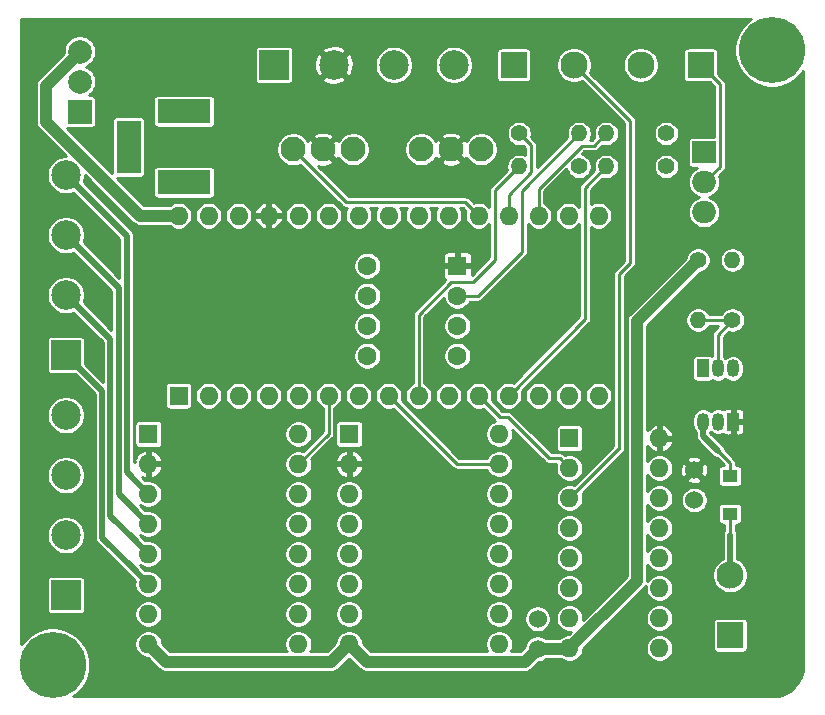
<source format=gbr>
%TF.GenerationSoftware,KiCad,Pcbnew,(5.1.9-0-10_14)*%
%TF.CreationDate,2021-04-17T23:10:34-04:00*%
%TF.ProjectId,BioreactorPCB,42696f72-6561-4637-946f-725043422e6b,rev?*%
%TF.SameCoordinates,Original*%
%TF.FileFunction,Copper,L1,Top*%
%TF.FilePolarity,Positive*%
%FSLAX46Y46*%
G04 Gerber Fmt 4.6, Leading zero omitted, Abs format (unit mm)*
G04 Created by KiCad (PCBNEW (5.1.9-0-10_14)) date 2021-04-17 23:10:34*
%MOMM*%
%LPD*%
G01*
G04 APERTURE LIST*
%TA.AperFunction,ComponentPad*%
%ADD10O,1.600000X1.600000*%
%TD*%
%TA.AperFunction,ComponentPad*%
%ADD11R,1.600000X1.600000*%
%TD*%
%TA.AperFunction,ComponentPad*%
%ADD12C,5.600000*%
%TD*%
%TA.AperFunction,ComponentPad*%
%ADD13C,2.010000*%
%TD*%
%TA.AperFunction,ComponentPad*%
%ADD14R,2.010000X2.010000*%
%TD*%
%TA.AperFunction,ComponentPad*%
%ADD15O,1.400000X1.400000*%
%TD*%
%TA.AperFunction,ComponentPad*%
%ADD16C,1.400000*%
%TD*%
%TA.AperFunction,ComponentPad*%
%ADD17R,1.050000X1.500000*%
%TD*%
%TA.AperFunction,ComponentPad*%
%ADD18O,1.050000X1.500000*%
%TD*%
%TA.AperFunction,ComponentPad*%
%ADD19C,1.600000*%
%TD*%
%TA.AperFunction,ComponentPad*%
%ADD20O,2.000000X1.905000*%
%TD*%
%TA.AperFunction,ComponentPad*%
%ADD21R,2.000000X1.905000*%
%TD*%
%TA.AperFunction,ComponentPad*%
%ADD22C,2.500000*%
%TD*%
%TA.AperFunction,ComponentPad*%
%ADD23R,2.500000X2.500000*%
%TD*%
%TA.AperFunction,ComponentPad*%
%ADD24C,2.300000*%
%TD*%
%TA.AperFunction,ComponentPad*%
%ADD25R,2.200000X2.200000*%
%TD*%
%TA.AperFunction,ComponentPad*%
%ADD26R,4.500000X2.000000*%
%TD*%
%TA.AperFunction,ComponentPad*%
%ADD27R,2.000000X4.500000*%
%TD*%
%TA.AperFunction,ComponentPad*%
%ADD28C,2.100000*%
%TD*%
%TA.AperFunction,SMDPad,CuDef*%
%ADD29R,1.270000X1.120000*%
%TD*%
%TA.AperFunction,ComponentPad*%
%ADD30C,1.524000*%
%TD*%
%TA.AperFunction,Conductor*%
%ADD31C,1.000000*%
%TD*%
%TA.AperFunction,Conductor*%
%ADD32C,0.250000*%
%TD*%
%TA.AperFunction,Conductor*%
%ADD33C,0.500000*%
%TD*%
%TA.AperFunction,Conductor*%
%ADD34C,0.254000*%
%TD*%
%TA.AperFunction,Conductor*%
%ADD35C,0.100000*%
%TD*%
G04 APERTURE END LIST*
D10*
%TO.P,A2,16*%
%TO.N,TEMP_OUT*%
X115860000Y-74460000D03*
%TO.P,A2,15*%
%TO.N,Net-(A2-Pad15)*%
X115860000Y-89700000D03*
%TO.P,A2,30*%
%TO.N,+12V*%
X80300000Y-74460000D03*
%TO.P,A2,14*%
%TO.N,Net-(A2-Pad14)*%
X113320000Y-89700000D03*
%TO.P,A2,29*%
%TO.N,GND*%
X82840000Y-74460000D03*
%TO.P,A2,13*%
%TO.N,Net-(A2-Pad13)*%
X110780000Y-89700000D03*
%TO.P,A2,28*%
%TO.N,Net-(A2-Pad28)*%
X85380000Y-74460000D03*
%TO.P,A2,12*%
%TO.N,Net-(A2-Pad12)*%
X108240000Y-89700000D03*
%TO.P,A2,27*%
%TO.N,+5V*%
X87920000Y-74460000D03*
%TO.P,A2,11*%
%TO.N,Net-(A2-Pad11)*%
X105700000Y-89700000D03*
%TO.P,A2,26*%
%TO.N,Net-(A2-Pad26)*%
X90460000Y-74460000D03*
%TO.P,A2,10*%
%TO.N,Net-(A2-Pad10)*%
X103160000Y-89700000D03*
%TO.P,A2,25*%
%TO.N,Net-(A2-Pad25)*%
X93000000Y-74460000D03*
%TO.P,A2,9*%
%TO.N,Net-(A2-Pad9)*%
X100620000Y-89700000D03*
%TO.P,A2,24*%
%TO.N,Net-(A2-Pad24)*%
X95540000Y-74460000D03*
%TO.P,A2,8*%
%TO.N,Net-(A1-Pad15)*%
X98080000Y-89700000D03*
%TO.P,A2,23*%
%TO.N,Net-(A2-Pad23)*%
X98080000Y-74460000D03*
%TO.P,A2,7*%
%TO.N,Net-(A1-Pad16)*%
X95540000Y-89700000D03*
%TO.P,A2,22*%
%TO.N,Net-(A2-Pad22)*%
X100620000Y-74460000D03*
%TO.P,A2,6*%
%TO.N,Net-(A2-Pad6)*%
X93000000Y-89700000D03*
%TO.P,A2,21*%
%TO.N,Net-(A2-Pad21)*%
X103160000Y-74460000D03*
%TO.P,A2,5*%
%TO.N,Net-(A2-Pad5)*%
X90460000Y-89700000D03*
%TO.P,A2,20*%
%TO.N,PH_OUT*%
X105700000Y-74460000D03*
%TO.P,A2,4*%
%TO.N,GND*%
X87920000Y-89700000D03*
%TO.P,A2,19*%
%TO.N,PHOTO_OUT*%
X108240000Y-74460000D03*
%TO.P,A2,3*%
%TO.N,Net-(A2-Pad3)*%
X85380000Y-89700000D03*
%TO.P,A2,18*%
%TO.N,Net-(A2-Pad18)*%
X110780000Y-74460000D03*
%TO.P,A2,2*%
%TO.N,Net-(A2-Pad2)*%
X82840000Y-89700000D03*
%TO.P,A2,17*%
%TO.N,Net-(A2-Pad17)*%
X113320000Y-74460000D03*
D11*
%TO.P,A2,1*%
%TO.N,Net-(A2-Pad1)*%
X80300000Y-89700000D03*
%TD*%
D12*
%TO.P,REF\u002A\u002A,1*%
%TO.N,GND*%
X69650000Y-112500000D03*
%TD*%
D13*
%TO.P,Q3,3*%
%TO.N,+12V*%
X71950000Y-60570000D03*
%TO.P,Q3,2*%
%TO.N,Net-(J4-Pad1)*%
X71950000Y-63110000D03*
D14*
%TO.P,Q3,1*%
%TO.N,GND*%
X71950000Y-65650000D03*
%TD*%
D12*
%TO.P,REF\u002A\u002A,1*%
%TO.N,GND*%
X130550000Y-60450000D03*
%TD*%
D15*
%TO.P,R4,2*%
%TO.N,Net-(A2-Pad18)*%
X116520000Y-67500000D03*
D16*
%TO.P,R4,1*%
%TO.N,Net-(R4-Pad1)*%
X121600000Y-67500000D03*
%TD*%
D15*
%TO.P,R3,2*%
%TO.N,Net-(A2-Pad12)*%
X116520000Y-70300000D03*
D16*
%TO.P,R3,1*%
%TO.N,Net-(Q2-Pad1)*%
X121600000Y-70300000D03*
%TD*%
D15*
%TO.P,R2,2*%
%TO.N,Net-(A2-Pad9)*%
X109120000Y-70300000D03*
D16*
%TO.P,R2,1*%
%TO.N,Net-(Q1-Pad2)*%
X114200000Y-70300000D03*
%TD*%
D15*
%TO.P,R1,2*%
%TO.N,Net-(R1-Pad2)*%
X114230000Y-67500000D03*
D16*
%TO.P,R1,1*%
%TO.N,PHOTO_OUT*%
X109150000Y-67500000D03*
%TD*%
D15*
%TO.P,R6,2*%
%TO.N,Net-(R5-Pad1)*%
X124300000Y-83312000D03*
D16*
%TO.P,R6,1*%
%TO.N,+12V*%
X124300000Y-78232000D03*
%TD*%
D15*
%TO.P,R5,2*%
%TO.N,Net-(R4-Pad1)*%
X127200000Y-78220000D03*
D16*
%TO.P,R5,1*%
%TO.N,Net-(R5-Pad1)*%
X127200000Y-83300000D03*
%TD*%
D17*
%TO.P,U3,1*%
%TO.N,Net-(U3-Pad1)*%
X124700000Y-87400000D03*
D18*
%TO.P,U3,3*%
%TO.N,GND*%
X127240000Y-87400000D03*
%TO.P,U3,2*%
%TO.N,Net-(R5-Pad1)*%
X125970000Y-87400000D03*
%TD*%
D10*
%TO.P,U2,16*%
%TO.N,+5V*%
X121020000Y-93300000D03*
%TO.P,U2,8*%
%TO.N,+12V*%
X113400000Y-111080000D03*
%TO.P,U2,15*%
%TO.N,Net-(U2-Pad15)*%
X121020000Y-95840000D03*
%TO.P,U2,7*%
%TO.N,GND*%
X113400000Y-108540000D03*
%TO.P,U2,14*%
%TO.N,Net-(U2-Pad14)*%
X121020000Y-98380000D03*
%TO.P,U2,6*%
%TO.N,Net-(J5-Pad1)*%
X113400000Y-106000000D03*
%TO.P,U2,13*%
%TO.N,GND*%
X121020000Y-100920000D03*
%TO.P,U2,5*%
X113400000Y-103460000D03*
%TO.P,U2,12*%
X121020000Y-103460000D03*
%TO.P,U2,4*%
X113400000Y-100920000D03*
%TO.P,U2,11*%
%TO.N,Net-(U2-Pad11)*%
X121020000Y-106000000D03*
%TO.P,U2,3*%
%TO.N,Net-(J5-Pad2)*%
X113400000Y-98380000D03*
%TO.P,U2,10*%
%TO.N,Net-(U2-Pad10)*%
X121020000Y-108540000D03*
%TO.P,U2,2*%
%TO.N,Net-(A2-Pad11)*%
X113400000Y-95840000D03*
%TO.P,U2,9*%
%TO.N,Net-(U2-Pad9)*%
X121020000Y-111080000D03*
D11*
%TO.P,U2,1*%
%TO.N,Net-(A2-Pad10)*%
X113400000Y-93300000D03*
%TD*%
D19*
%TO.P,U1,8*%
%TO.N,Net-(U1-Pad8)*%
X96290000Y-78700000D03*
%TO.P,U1,7*%
%TO.N,Net-(U1-Pad7)*%
X96290000Y-81240000D03*
%TO.P,U1,6*%
%TO.N,Net-(U1-Pad6)*%
X96290000Y-83780000D03*
%TO.P,U1,5*%
%TO.N,PHOTO_OUT*%
X96290000Y-86320000D03*
%TO.P,U1,4*%
%TO.N,Net-(U1-Pad4)*%
X103910000Y-86320000D03*
%TO.P,U1,3*%
%TO.N,GND*%
X103910000Y-83780000D03*
%TO.P,U1,2*%
%TO.N,Net-(R1-Pad2)*%
X103910000Y-81240000D03*
D11*
%TO.P,U1,1*%
%TO.N,+5V*%
X103910000Y-78700000D03*
%TD*%
D20*
%TO.P,Q2,3*%
%TO.N,GND*%
X124800000Y-74180000D03*
%TO.P,Q2,2*%
%TO.N,Net-(J6-Pad1)*%
X124800000Y-71640000D03*
D21*
%TO.P,Q2,1*%
%TO.N,Net-(Q2-Pad1)*%
X124800000Y-69100000D03*
%TD*%
D17*
%TO.P,Q1,1*%
%TO.N,+5V*%
X127254000Y-91900000D03*
D18*
%TO.P,Q1,3*%
%TO.N,Net-(IC1-Pad1)*%
X124714000Y-91900000D03*
%TO.P,Q1,2*%
%TO.N,Net-(Q1-Pad2)*%
X125984000Y-91900000D03*
%TD*%
D22*
%TO.P,J9,4*%
%TO.N,Net-(A3-Pad3)*%
X70770000Y-71030000D03*
%TO.P,J9,3*%
%TO.N,Net-(A3-Pad4)*%
X70770000Y-76110000D03*
%TO.P,J9,2*%
%TO.N,Net-(A3-Pad5)*%
X70770000Y-81190000D03*
D23*
%TO.P,J9,1*%
%TO.N,Net-(A3-Pad6)*%
X70770000Y-86270000D03*
%TD*%
D22*
%TO.P,J8,4*%
%TO.N,Net-(A2-Pad23)*%
X103610000Y-61700000D03*
%TO.P,J8,3*%
%TO.N,Net-(A2-Pad24)*%
X98530000Y-61700000D03*
%TO.P,J8,2*%
%TO.N,+5V*%
X93450000Y-61700000D03*
D23*
%TO.P,J8,1*%
%TO.N,GND*%
X88370000Y-61700000D03*
%TD*%
D22*
%TO.P,J7,4*%
%TO.N,Net-(A1-Pad3)*%
X70770000Y-91360000D03*
%TO.P,J7,3*%
%TO.N,Net-(A1-Pad4)*%
X70770000Y-96440000D03*
%TO.P,J7,2*%
%TO.N,Net-(A1-Pad5)*%
X70770000Y-101520000D03*
D23*
%TO.P,J7,1*%
%TO.N,Net-(A1-Pad6)*%
X70770000Y-106600000D03*
%TD*%
D24*
%TO.P,J6,2*%
%TO.N,+12V*%
X119420000Y-61700000D03*
D25*
%TO.P,J6,1*%
%TO.N,Net-(J6-Pad1)*%
X124500000Y-61700000D03*
%TD*%
D24*
%TO.P,J5,2*%
%TO.N,Net-(J5-Pad2)*%
X113780000Y-61700000D03*
D25*
%TO.P,J5,1*%
%TO.N,Net-(J5-Pad1)*%
X108700000Y-61700000D03*
%TD*%
D26*
%TO.P,J4,2*%
%TO.N,GND*%
X80770000Y-65640000D03*
%TO.P,J4,1*%
%TO.N,Net-(J4-Pad1)*%
X80770000Y-71640000D03*
D27*
%TO.P,J4,3*%
%TO.N,GND*%
X76070000Y-68640000D03*
%TD*%
D24*
%TO.P,J3,2*%
%TO.N,Net-(IC1-Pad2)*%
X127000000Y-104902000D03*
D25*
%TO.P,J3,1*%
%TO.N,GND*%
X127000000Y-109982000D03*
%TD*%
D28*
%TO.P,J2,3*%
%TO.N,GND*%
X95090000Y-68850000D03*
%TO.P,J2,2*%
%TO.N,+5V*%
X92550000Y-68850000D03*
%TO.P,J2,1*%
%TO.N,PH_OUT*%
X90010000Y-68850000D03*
%TD*%
%TO.P,J1,3*%
%TO.N,GND*%
X105930000Y-68850000D03*
%TO.P,J1,2*%
%TO.N,+5V*%
X103390000Y-68850000D03*
%TO.P,J1,1*%
%TO.N,TEMP_OUT*%
X100850000Y-68850000D03*
%TD*%
D29*
%TO.P,IC1,2*%
%TO.N,Net-(IC1-Pad2)*%
X127000000Y-99700000D03*
%TO.P,IC1,1*%
%TO.N,Net-(IC1-Pad1)*%
X127000000Y-96500000D03*
%TD*%
D30*
%TO.P,C2,2*%
%TO.N,+12V*%
X110700000Y-111140000D03*
%TO.P,C2,1*%
%TO.N,GND*%
X110700000Y-108600000D03*
%TD*%
%TO.P,C1,2*%
%TO.N,GND*%
X123952000Y-98540000D03*
%TO.P,C1,1*%
%TO.N,+5V*%
X123952000Y-96000000D03*
%TD*%
D10*
%TO.P,A3,16*%
%TO.N,Net-(A2-Pad5)*%
X90450000Y-92950000D03*
%TO.P,A3,8*%
%TO.N,+12V*%
X77750000Y-110730000D03*
%TO.P,A3,15*%
%TO.N,Net-(A2-Pad6)*%
X90450000Y-95490000D03*
%TO.P,A3,7*%
%TO.N,GND*%
X77750000Y-108190000D03*
%TO.P,A3,14*%
%TO.N,Net-(A3-Pad14)*%
X90450000Y-98030000D03*
%TO.P,A3,6*%
%TO.N,Net-(A3-Pad6)*%
X77750000Y-105650000D03*
%TO.P,A3,13*%
%TO.N,Net-(A3-Pad13)*%
X90450000Y-100570000D03*
%TO.P,A3,5*%
%TO.N,Net-(A3-Pad5)*%
X77750000Y-103110000D03*
%TO.P,A3,12*%
%TO.N,Net-(A3-Pad12)*%
X90450000Y-103110000D03*
%TO.P,A3,4*%
%TO.N,Net-(A3-Pad4)*%
X77750000Y-100570000D03*
%TO.P,A3,11*%
%TO.N,Net-(A3-Pad11)*%
X90450000Y-105650000D03*
%TO.P,A3,3*%
%TO.N,Net-(A3-Pad3)*%
X77750000Y-98030000D03*
%TO.P,A3,10*%
%TO.N,Net-(A3-Pad10)*%
X90450000Y-108190000D03*
%TO.P,A3,2*%
%TO.N,+5V*%
X77750000Y-95490000D03*
%TO.P,A3,9*%
%TO.N,Net-(A3-Pad9)*%
X90450000Y-110730000D03*
D11*
%TO.P,A3,1*%
%TO.N,GND*%
X77750000Y-92950000D03*
%TD*%
D10*
%TO.P,A1,16*%
%TO.N,Net-(A1-Pad16)*%
X107450000Y-92950000D03*
%TO.P,A1,8*%
%TO.N,+12V*%
X94750000Y-110730000D03*
%TO.P,A1,15*%
%TO.N,Net-(A1-Pad15)*%
X107450000Y-95490000D03*
%TO.P,A1,7*%
%TO.N,GND*%
X94750000Y-108190000D03*
%TO.P,A1,14*%
%TO.N,Net-(A1-Pad14)*%
X107450000Y-98030000D03*
%TO.P,A1,6*%
%TO.N,Net-(A1-Pad6)*%
X94750000Y-105650000D03*
%TO.P,A1,13*%
%TO.N,Net-(A1-Pad13)*%
X107450000Y-100570000D03*
%TO.P,A1,5*%
%TO.N,Net-(A1-Pad5)*%
X94750000Y-103110000D03*
%TO.P,A1,12*%
%TO.N,Net-(A1-Pad12)*%
X107450000Y-103110000D03*
%TO.P,A1,4*%
%TO.N,Net-(A1-Pad4)*%
X94750000Y-100570000D03*
%TO.P,A1,11*%
%TO.N,Net-(A1-Pad11)*%
X107450000Y-105650000D03*
%TO.P,A1,3*%
%TO.N,Net-(A1-Pad3)*%
X94750000Y-98030000D03*
%TO.P,A1,10*%
%TO.N,Net-(A1-Pad10)*%
X107450000Y-108190000D03*
%TO.P,A1,2*%
%TO.N,+5V*%
X94750000Y-95490000D03*
%TO.P,A1,9*%
%TO.N,Net-(A1-Pad9)*%
X107450000Y-110730000D03*
D11*
%TO.P,A1,1*%
%TO.N,GND*%
X94750000Y-92950000D03*
%TD*%
D31*
%TO.N,+12V*%
X113340000Y-111140000D02*
X113400000Y-111080000D01*
X110700000Y-111140000D02*
X113340000Y-111140000D01*
X93249999Y-112230001D02*
X94750000Y-110730000D01*
X79250001Y-112230001D02*
X93249999Y-112230001D01*
X77750000Y-110730000D02*
X79250001Y-112230001D01*
X109609999Y-112230001D02*
X110700000Y-111140000D01*
X96250001Y-112230001D02*
X109609999Y-112230001D01*
X94750000Y-110730000D02*
X96250001Y-112230001D01*
X69075000Y-63445000D02*
X71950000Y-60570000D01*
X69075000Y-66500000D02*
X69075000Y-63445000D01*
X77035000Y-74460000D02*
X69075000Y-66500000D01*
X80300000Y-74460000D02*
X77035000Y-74460000D01*
X113400000Y-111080000D02*
X118750000Y-105730000D01*
X124300000Y-78232000D02*
X119125000Y-83407000D01*
X119125000Y-105355000D02*
X118750000Y-105730000D01*
X119125000Y-83407000D02*
X119125000Y-105355000D01*
D32*
%TO.N,Net-(A1-Pad15)*%
X103870000Y-95490000D02*
X107450000Y-95490000D01*
X98080000Y-89700000D02*
X103870000Y-95490000D01*
%TO.N,Net-(A2-Pad12)*%
X114734999Y-72085001D02*
X116520000Y-70300000D01*
X114734999Y-83205001D02*
X114734999Y-72085001D01*
X108240000Y-89700000D02*
X114734999Y-83205001D01*
%TO.N,Net-(A2-Pad11)*%
X107500000Y-91500000D02*
X105700000Y-89700000D01*
X108200000Y-91500000D02*
X107500000Y-91500000D01*
X111700000Y-95000000D02*
X108200000Y-91500000D01*
X112560000Y-95000000D02*
X111700000Y-95000000D01*
X113400000Y-95840000D02*
X112560000Y-95000000D01*
%TO.N,Net-(A2-Pad9)*%
X100620000Y-82864998D02*
X100620000Y-89700000D01*
X103369999Y-80114999D02*
X100620000Y-82864998D01*
X109120000Y-70300000D02*
X109365001Y-70545001D01*
X103369999Y-80114999D02*
X105210001Y-80114999D01*
X107114999Y-72305001D02*
X109120000Y-70300000D01*
X107114999Y-78210001D02*
X107114999Y-72305001D01*
X105210001Y-80114999D02*
X107114999Y-78210001D01*
%TO.N,Net-(A2-Pad6)*%
X93000000Y-92940000D02*
X90450000Y-95490000D01*
X93000000Y-89700000D02*
X93000000Y-92940000D01*
%TO.N,Net-(A2-Pad5)*%
X90460000Y-93240000D02*
X90400000Y-93300000D01*
%TO.N,PH_OUT*%
X104574999Y-73334999D02*
X94494999Y-73334999D01*
X94494999Y-73334999D02*
X90010000Y-68850000D01*
X105700000Y-74460000D02*
X104574999Y-73334999D01*
%TO.N,PHOTO_OUT*%
X110145001Y-68495001D02*
X109150000Y-67500000D01*
X108240000Y-74460000D02*
X108240000Y-72697002D01*
X110145001Y-70792001D02*
X110145001Y-68495001D01*
X108240000Y-72697002D02*
X110145001Y-70792001D01*
X108240000Y-74460000D02*
X108094999Y-74314999D01*
%TO.N,Net-(A2-Pad18)*%
X115494999Y-68525001D02*
X116520000Y-67500000D01*
X110780000Y-72202998D02*
X114457997Y-68525001D01*
X114457997Y-68525001D02*
X115494999Y-68525001D01*
X110780000Y-74460000D02*
X110780000Y-72202998D01*
D33*
%TO.N,Net-(A3-Pad6)*%
X76499999Y-104399999D02*
X77750000Y-105650000D01*
X73820001Y-101720001D02*
X76499999Y-104399999D01*
X73820001Y-89320001D02*
X73820001Y-101720001D01*
X70770000Y-86270000D02*
X73820001Y-89320001D01*
%TO.N,Net-(A3-Pad5)*%
X76499999Y-101859999D02*
X77750000Y-103110000D01*
X74520011Y-84940011D02*
X74520011Y-99880011D01*
X74520011Y-99880011D02*
X76499999Y-101859999D01*
X70770000Y-81190000D02*
X74520011Y-84940011D01*
%TO.N,Net-(A3-Pad4)*%
X76499999Y-99319999D02*
X77750000Y-100570000D01*
X75220021Y-98040021D02*
X76499999Y-99319999D01*
X75220021Y-80560021D02*
X75220021Y-98040021D01*
X70770000Y-76110000D02*
X75220021Y-80560021D01*
%TO.N,Net-(A3-Pad3)*%
X75920031Y-76180031D02*
X70770000Y-71030000D01*
X75920031Y-96200031D02*
X75920031Y-76180031D01*
X77750000Y-98030000D02*
X75920031Y-96200031D01*
%TO.N,Net-(IC1-Pad2)*%
X127000000Y-104902000D02*
X127000000Y-101500000D01*
D32*
X127000000Y-101500000D02*
X127000000Y-99700000D01*
D33*
%TO.N,Net-(IC1-Pad1)*%
X124714000Y-93114000D02*
X124714000Y-91900000D01*
D32*
X127000000Y-96500000D02*
X127000000Y-95400000D01*
X127000000Y-95400000D02*
X126000000Y-94400000D01*
D33*
X124714000Y-93114000D02*
X126000000Y-94400000D01*
D32*
%TO.N,Net-(J5-Pad2)*%
X117525000Y-94255000D02*
X113400000Y-98380000D01*
X117575000Y-79400000D02*
X117575000Y-94205000D01*
X113780000Y-61700000D02*
X118500000Y-66420000D01*
X118500000Y-78475000D02*
X117575000Y-79400000D01*
X117575000Y-94205000D02*
X117525000Y-94255000D01*
X118500000Y-66420000D02*
X118500000Y-78475000D01*
%TO.N,Net-(J5-Pad1)*%
X108124999Y-62275001D02*
X108700000Y-61700000D01*
%TO.N,Net-(J6-Pad1)*%
X126125001Y-63325001D02*
X124500000Y-61700000D01*
X126125001Y-70314999D02*
X126125001Y-63325001D01*
X124800000Y-71640000D02*
X126125001Y-70314999D01*
%TO.N,Net-(R1-Pad2)*%
X105665002Y-81240000D02*
X103910000Y-81240000D01*
X109365001Y-72364999D02*
X114230000Y-67500000D01*
X109365001Y-77540001D02*
X109365001Y-72364999D01*
X105665002Y-81240000D02*
X109365001Y-77540001D01*
%TO.N,Net-(R5-Pad1)*%
X127188000Y-83312000D02*
X127200000Y-83300000D01*
X124300000Y-83312000D02*
X127188000Y-83312000D01*
X125970000Y-84530000D02*
X127200000Y-83300000D01*
X125970000Y-87400000D02*
X125970000Y-84530000D01*
D31*
%TO.N,Net-(J4-Pad1)*%
X80900000Y-71500000D02*
X80300000Y-72100000D01*
%TD*%
D34*
%TO.N,+5V*%
X128524781Y-57982263D02*
X128082263Y-58424781D01*
X127734579Y-58945126D01*
X127495090Y-59523303D01*
X127373000Y-60137093D01*
X127373000Y-60762907D01*
X127495090Y-61376697D01*
X127734579Y-61954874D01*
X128082263Y-62475219D01*
X128524781Y-62917737D01*
X129045126Y-63265421D01*
X129623303Y-63504910D01*
X130237093Y-63627000D01*
X130862907Y-63627000D01*
X131476697Y-63504910D01*
X132054874Y-63265421D01*
X132575219Y-62917737D01*
X133017737Y-62475219D01*
X133198001Y-62205435D01*
X133198000Y-112530343D01*
X133146631Y-113054243D01*
X133000187Y-113539288D01*
X132762324Y-113986646D01*
X132442096Y-114379282D01*
X132051706Y-114702241D01*
X131606018Y-114943223D01*
X131122013Y-115093048D01*
X130599180Y-115148000D01*
X71405437Y-115148000D01*
X71675219Y-114967737D01*
X72117737Y-114525219D01*
X72465421Y-114004874D01*
X72704910Y-113426697D01*
X72827000Y-112812907D01*
X72827000Y-112187093D01*
X72704910Y-111573303D01*
X72465421Y-110995126D01*
X72210812Y-110614076D01*
X76573000Y-110614076D01*
X76573000Y-110845924D01*
X76618231Y-111073318D01*
X76706956Y-111287519D01*
X76835764Y-111480294D01*
X76999706Y-111644236D01*
X77192481Y-111773044D01*
X77406682Y-111861769D01*
X77634076Y-111907000D01*
X77686735Y-111907000D01*
X78599409Y-112819675D01*
X78626868Y-112853134D01*
X78660327Y-112880593D01*
X78660329Y-112880595D01*
X78712240Y-112923197D01*
X78760409Y-112962728D01*
X78894422Y-113034359D01*
X78912764Y-113044163D01*
X79078078Y-113094311D01*
X79250001Y-113111244D01*
X79293080Y-113107001D01*
X93206920Y-113107001D01*
X93249999Y-113111244D01*
X93293078Y-113107001D01*
X93421921Y-113094311D01*
X93587236Y-113044163D01*
X93739591Y-112962728D01*
X93873132Y-112853134D01*
X93900596Y-112819670D01*
X94750000Y-111970266D01*
X95599409Y-112819675D01*
X95626868Y-112853134D01*
X95660327Y-112880593D01*
X95660329Y-112880595D01*
X95712240Y-112923197D01*
X95760409Y-112962728D01*
X95894422Y-113034359D01*
X95912764Y-113044163D01*
X96078078Y-113094311D01*
X96250001Y-113111244D01*
X96293080Y-113107001D01*
X109566920Y-113107001D01*
X109609999Y-113111244D01*
X109653078Y-113107001D01*
X109781921Y-113094311D01*
X109947236Y-113044163D01*
X110099591Y-112962728D01*
X110233132Y-112853134D01*
X110260596Y-112819669D01*
X110801265Y-112279000D01*
X110812182Y-112279000D01*
X111032234Y-112235229D01*
X111239519Y-112149369D01*
X111426070Y-112024719D01*
X111433789Y-112017000D01*
X112683775Y-112017000D01*
X112842481Y-112123044D01*
X113056682Y-112211769D01*
X113284076Y-112257000D01*
X113515924Y-112257000D01*
X113743318Y-112211769D01*
X113957519Y-112123044D01*
X114150294Y-111994236D01*
X114314236Y-111830294D01*
X114443044Y-111637519D01*
X114531769Y-111423318D01*
X114577000Y-111195924D01*
X114577000Y-111143265D01*
X114756189Y-110964076D01*
X119843000Y-110964076D01*
X119843000Y-111195924D01*
X119888231Y-111423318D01*
X119976956Y-111637519D01*
X120105764Y-111830294D01*
X120269706Y-111994236D01*
X120462481Y-112123044D01*
X120676682Y-112211769D01*
X120904076Y-112257000D01*
X121135924Y-112257000D01*
X121363318Y-112211769D01*
X121577519Y-112123044D01*
X121770294Y-111994236D01*
X121934236Y-111830294D01*
X122063044Y-111637519D01*
X122151769Y-111423318D01*
X122197000Y-111195924D01*
X122197000Y-110964076D01*
X122151769Y-110736682D01*
X122063044Y-110522481D01*
X121934236Y-110329706D01*
X121770294Y-110165764D01*
X121577519Y-110036956D01*
X121363318Y-109948231D01*
X121135924Y-109903000D01*
X120904076Y-109903000D01*
X120676682Y-109948231D01*
X120462481Y-110036956D01*
X120269706Y-110165764D01*
X120105764Y-110329706D01*
X119976956Y-110522481D01*
X119888231Y-110736682D01*
X119843000Y-110964076D01*
X114756189Y-110964076D01*
X117296189Y-108424076D01*
X119843000Y-108424076D01*
X119843000Y-108655924D01*
X119888231Y-108883318D01*
X119976956Y-109097519D01*
X120105764Y-109290294D01*
X120269706Y-109454236D01*
X120462481Y-109583044D01*
X120676682Y-109671769D01*
X120904076Y-109717000D01*
X121135924Y-109717000D01*
X121363318Y-109671769D01*
X121577519Y-109583044D01*
X121770294Y-109454236D01*
X121934236Y-109290294D01*
X122063044Y-109097519D01*
X122151769Y-108883318D01*
X122152031Y-108882000D01*
X125521176Y-108882000D01*
X125521176Y-111082000D01*
X125528455Y-111155905D01*
X125550012Y-111226970D01*
X125585019Y-111292463D01*
X125632131Y-111349869D01*
X125689537Y-111396981D01*
X125755030Y-111431988D01*
X125826095Y-111453545D01*
X125900000Y-111460824D01*
X128100000Y-111460824D01*
X128173905Y-111453545D01*
X128244970Y-111431988D01*
X128310463Y-111396981D01*
X128367869Y-111349869D01*
X128414981Y-111292463D01*
X128449988Y-111226970D01*
X128471545Y-111155905D01*
X128478824Y-111082000D01*
X128478824Y-108882000D01*
X128471545Y-108808095D01*
X128449988Y-108737030D01*
X128414981Y-108671537D01*
X128367869Y-108614131D01*
X128310463Y-108567019D01*
X128244970Y-108532012D01*
X128173905Y-108510455D01*
X128100000Y-108503176D01*
X125900000Y-108503176D01*
X125826095Y-108510455D01*
X125755030Y-108532012D01*
X125689537Y-108567019D01*
X125632131Y-108614131D01*
X125585019Y-108671537D01*
X125550012Y-108737030D01*
X125528455Y-108808095D01*
X125521176Y-108882000D01*
X122152031Y-108882000D01*
X122197000Y-108655924D01*
X122197000Y-108424076D01*
X122151769Y-108196682D01*
X122063044Y-107982481D01*
X121934236Y-107789706D01*
X121770294Y-107625764D01*
X121577519Y-107496956D01*
X121363318Y-107408231D01*
X121135924Y-107363000D01*
X120904076Y-107363000D01*
X120676682Y-107408231D01*
X120462481Y-107496956D01*
X120269706Y-107625764D01*
X120105764Y-107789706D01*
X119976956Y-107982481D01*
X119888231Y-108196682D01*
X119843000Y-108424076D01*
X117296189Y-108424076D01*
X119714668Y-106005597D01*
X119748133Y-105978133D01*
X119848655Y-105855646D01*
X119843000Y-105884076D01*
X119843000Y-106115924D01*
X119888231Y-106343318D01*
X119976956Y-106557519D01*
X120105764Y-106750294D01*
X120269706Y-106914236D01*
X120462481Y-107043044D01*
X120676682Y-107131769D01*
X120904076Y-107177000D01*
X121135924Y-107177000D01*
X121363318Y-107131769D01*
X121577519Y-107043044D01*
X121770294Y-106914236D01*
X121934236Y-106750294D01*
X122063044Y-106557519D01*
X122151769Y-106343318D01*
X122197000Y-106115924D01*
X122197000Y-105884076D01*
X122151769Y-105656682D01*
X122063044Y-105442481D01*
X121934236Y-105249706D01*
X121770294Y-105085764D01*
X121577519Y-104956956D01*
X121363318Y-104868231D01*
X121135924Y-104823000D01*
X120904076Y-104823000D01*
X120676682Y-104868231D01*
X120462481Y-104956956D01*
X120269706Y-105085764D01*
X120105764Y-105249706D01*
X120001200Y-105406197D01*
X120002000Y-105398079D01*
X120002000Y-105398078D01*
X120006243Y-105355001D01*
X120002000Y-105311924D01*
X120002000Y-104751604D01*
X125473000Y-104751604D01*
X125473000Y-105052396D01*
X125531681Y-105347410D01*
X125646790Y-105625306D01*
X125813901Y-105875406D01*
X126026594Y-106088099D01*
X126276694Y-106255210D01*
X126554590Y-106370319D01*
X126849604Y-106429000D01*
X127150396Y-106429000D01*
X127445410Y-106370319D01*
X127723306Y-106255210D01*
X127973406Y-106088099D01*
X128186099Y-105875406D01*
X128353210Y-105625306D01*
X128468319Y-105347410D01*
X128527000Y-105052396D01*
X128527000Y-104751604D01*
X128468319Y-104456590D01*
X128353210Y-104178694D01*
X128186099Y-103928594D01*
X127973406Y-103715901D01*
X127723306Y-103548790D01*
X127627000Y-103508899D01*
X127627000Y-101469206D01*
X127617927Y-101377087D01*
X127582075Y-101258897D01*
X127523853Y-101149972D01*
X127502000Y-101123344D01*
X127502000Y-100638824D01*
X127635000Y-100638824D01*
X127708905Y-100631545D01*
X127779970Y-100609988D01*
X127845463Y-100574981D01*
X127902869Y-100527869D01*
X127949981Y-100470463D01*
X127984988Y-100404970D01*
X128006545Y-100333905D01*
X128013824Y-100260000D01*
X128013824Y-99140000D01*
X128006545Y-99066095D01*
X127984988Y-98995030D01*
X127949981Y-98929537D01*
X127902869Y-98872131D01*
X127845463Y-98825019D01*
X127779970Y-98790012D01*
X127708905Y-98768455D01*
X127635000Y-98761176D01*
X126365000Y-98761176D01*
X126291095Y-98768455D01*
X126220030Y-98790012D01*
X126154537Y-98825019D01*
X126097131Y-98872131D01*
X126050019Y-98929537D01*
X126015012Y-98995030D01*
X125993455Y-99066095D01*
X125986176Y-99140000D01*
X125986176Y-100260000D01*
X125993455Y-100333905D01*
X126015012Y-100404970D01*
X126050019Y-100470463D01*
X126097131Y-100527869D01*
X126154537Y-100574981D01*
X126220030Y-100609988D01*
X126291095Y-100631545D01*
X126365000Y-100638824D01*
X126498000Y-100638824D01*
X126498000Y-101123345D01*
X126476148Y-101149972D01*
X126417926Y-101258897D01*
X126382074Y-101377087D01*
X126373001Y-101469206D01*
X126373000Y-103508898D01*
X126276694Y-103548790D01*
X126026594Y-103715901D01*
X125813901Y-103928594D01*
X125646790Y-104178694D01*
X125531681Y-104456590D01*
X125473000Y-104751604D01*
X120002000Y-104751604D01*
X120002000Y-104055000D01*
X120105764Y-104210294D01*
X120269706Y-104374236D01*
X120462481Y-104503044D01*
X120676682Y-104591769D01*
X120904076Y-104637000D01*
X121135924Y-104637000D01*
X121363318Y-104591769D01*
X121577519Y-104503044D01*
X121770294Y-104374236D01*
X121934236Y-104210294D01*
X122063044Y-104017519D01*
X122151769Y-103803318D01*
X122197000Y-103575924D01*
X122197000Y-103344076D01*
X122151769Y-103116682D01*
X122063044Y-102902481D01*
X121934236Y-102709706D01*
X121770294Y-102545764D01*
X121577519Y-102416956D01*
X121363318Y-102328231D01*
X121135924Y-102283000D01*
X120904076Y-102283000D01*
X120676682Y-102328231D01*
X120462481Y-102416956D01*
X120269706Y-102545764D01*
X120105764Y-102709706D01*
X120002000Y-102865000D01*
X120002000Y-101515000D01*
X120105764Y-101670294D01*
X120269706Y-101834236D01*
X120462481Y-101963044D01*
X120676682Y-102051769D01*
X120904076Y-102097000D01*
X121135924Y-102097000D01*
X121363318Y-102051769D01*
X121577519Y-101963044D01*
X121770294Y-101834236D01*
X121934236Y-101670294D01*
X122063044Y-101477519D01*
X122151769Y-101263318D01*
X122197000Y-101035924D01*
X122197000Y-100804076D01*
X122151769Y-100576682D01*
X122063044Y-100362481D01*
X121934236Y-100169706D01*
X121770294Y-100005764D01*
X121577519Y-99876956D01*
X121363318Y-99788231D01*
X121135924Y-99743000D01*
X120904076Y-99743000D01*
X120676682Y-99788231D01*
X120462481Y-99876956D01*
X120269706Y-100005764D01*
X120105764Y-100169706D01*
X120002000Y-100325000D01*
X120002000Y-98975000D01*
X120105764Y-99130294D01*
X120269706Y-99294236D01*
X120462481Y-99423044D01*
X120676682Y-99511769D01*
X120904076Y-99557000D01*
X121135924Y-99557000D01*
X121363318Y-99511769D01*
X121577519Y-99423044D01*
X121770294Y-99294236D01*
X121934236Y-99130294D01*
X122063044Y-98937519D01*
X122151769Y-98723318D01*
X122197000Y-98495924D01*
X122197000Y-98427818D01*
X122813000Y-98427818D01*
X122813000Y-98652182D01*
X122856771Y-98872234D01*
X122942631Y-99079519D01*
X123067281Y-99266070D01*
X123225930Y-99424719D01*
X123412481Y-99549369D01*
X123619766Y-99635229D01*
X123839818Y-99679000D01*
X124064182Y-99679000D01*
X124284234Y-99635229D01*
X124491519Y-99549369D01*
X124678070Y-99424719D01*
X124836719Y-99266070D01*
X124961369Y-99079519D01*
X125047229Y-98872234D01*
X125091000Y-98652182D01*
X125091000Y-98427818D01*
X125047229Y-98207766D01*
X124961369Y-98000481D01*
X124836719Y-97813930D01*
X124678070Y-97655281D01*
X124491519Y-97530631D01*
X124284234Y-97444771D01*
X124064182Y-97401000D01*
X123839818Y-97401000D01*
X123619766Y-97444771D01*
X123412481Y-97530631D01*
X123225930Y-97655281D01*
X123067281Y-97813930D01*
X122942631Y-98000481D01*
X122856771Y-98207766D01*
X122813000Y-98427818D01*
X122197000Y-98427818D01*
X122197000Y-98264076D01*
X122151769Y-98036682D01*
X122063044Y-97822481D01*
X121934236Y-97629706D01*
X121770294Y-97465764D01*
X121577519Y-97336956D01*
X121363318Y-97248231D01*
X121135924Y-97203000D01*
X120904076Y-97203000D01*
X120676682Y-97248231D01*
X120462481Y-97336956D01*
X120269706Y-97465764D01*
X120105764Y-97629706D01*
X120002000Y-97785000D01*
X120002000Y-96435000D01*
X120105764Y-96590294D01*
X120269706Y-96754236D01*
X120462481Y-96883044D01*
X120676682Y-96971769D01*
X120904076Y-97017000D01*
X121135924Y-97017000D01*
X121363318Y-96971769D01*
X121577519Y-96883044D01*
X121621170Y-96853877D01*
X123277728Y-96853877D01*
X123356465Y-97035748D01*
X123569973Y-97132030D01*
X123798162Y-97184808D01*
X124032262Y-97192055D01*
X124263279Y-97153491D01*
X124482333Y-97070599D01*
X124547535Y-97035748D01*
X124626272Y-96853877D01*
X123952000Y-96179605D01*
X123277728Y-96853877D01*
X121621170Y-96853877D01*
X121770294Y-96754236D01*
X121934236Y-96590294D01*
X122063044Y-96397519D01*
X122151769Y-96183318D01*
X122172267Y-96080262D01*
X122759945Y-96080262D01*
X122798509Y-96311279D01*
X122881401Y-96530333D01*
X122916252Y-96595535D01*
X123098123Y-96674272D01*
X123772395Y-96000000D01*
X124131605Y-96000000D01*
X124805877Y-96674272D01*
X124987748Y-96595535D01*
X125084030Y-96382027D01*
X125136808Y-96153838D01*
X125144055Y-95919738D01*
X125105491Y-95688721D01*
X125022599Y-95469667D01*
X124987748Y-95404465D01*
X124805877Y-95325728D01*
X124131605Y-96000000D01*
X123772395Y-96000000D01*
X123098123Y-95325728D01*
X122916252Y-95404465D01*
X122819970Y-95617973D01*
X122767192Y-95846162D01*
X122759945Y-96080262D01*
X122172267Y-96080262D01*
X122197000Y-95955924D01*
X122197000Y-95724076D01*
X122151769Y-95496682D01*
X122063044Y-95282481D01*
X121971933Y-95146123D01*
X123277728Y-95146123D01*
X123952000Y-95820395D01*
X124626272Y-95146123D01*
X124547535Y-94964252D01*
X124334027Y-94867970D01*
X124105838Y-94815192D01*
X123871738Y-94807945D01*
X123640721Y-94846509D01*
X123421667Y-94929401D01*
X123356465Y-94964252D01*
X123277728Y-95146123D01*
X121971933Y-95146123D01*
X121934236Y-95089706D01*
X121770294Y-94925764D01*
X121577519Y-94796956D01*
X121363318Y-94708231D01*
X121135924Y-94663000D01*
X120904076Y-94663000D01*
X120676682Y-94708231D01*
X120462481Y-94796956D01*
X120269706Y-94925764D01*
X120105764Y-95089706D01*
X120002000Y-95245000D01*
X120002000Y-93975846D01*
X120098322Y-94109971D01*
X120274049Y-94274218D01*
X120478443Y-94401026D01*
X120703648Y-94485523D01*
X120893000Y-94413666D01*
X120893000Y-93427000D01*
X121147000Y-93427000D01*
X121147000Y-94413666D01*
X121336352Y-94485523D01*
X121561557Y-94401026D01*
X121765951Y-94274218D01*
X121941678Y-94109971D01*
X122081986Y-93914597D01*
X122181482Y-93695605D01*
X122205518Y-93616351D01*
X122133028Y-93427000D01*
X121147000Y-93427000D01*
X120893000Y-93427000D01*
X120873000Y-93427000D01*
X120873000Y-93173000D01*
X120893000Y-93173000D01*
X120893000Y-92186334D01*
X121147000Y-92186334D01*
X121147000Y-93173000D01*
X122133028Y-93173000D01*
X122205518Y-92983649D01*
X122181482Y-92904395D01*
X122081986Y-92685403D01*
X121941678Y-92490029D01*
X121765951Y-92325782D01*
X121561557Y-92198974D01*
X121336352Y-92114477D01*
X121147000Y-92186334D01*
X120893000Y-92186334D01*
X120703648Y-92114477D01*
X120478443Y-92198974D01*
X120274049Y-92325782D01*
X120098322Y-92490029D01*
X120002000Y-92624154D01*
X120002000Y-91630693D01*
X123812000Y-91630693D01*
X123812000Y-92169306D01*
X123825052Y-92301822D01*
X123876629Y-92471849D01*
X123960386Y-92628548D01*
X124073104Y-92765896D01*
X124087000Y-92777300D01*
X124087000Y-93083206D01*
X124083967Y-93114000D01*
X124087000Y-93144793D01*
X124096073Y-93236912D01*
X124131925Y-93355102D01*
X124190147Y-93464027D01*
X124268499Y-93559501D01*
X124292427Y-93579138D01*
X125578418Y-94865130D01*
X125649972Y-94923853D01*
X125758896Y-94982074D01*
X125877087Y-95017927D01*
X125911369Y-95021304D01*
X126451241Y-95561176D01*
X126365000Y-95561176D01*
X126291095Y-95568455D01*
X126220030Y-95590012D01*
X126154537Y-95625019D01*
X126097131Y-95672131D01*
X126050019Y-95729537D01*
X126015012Y-95795030D01*
X125993455Y-95866095D01*
X125986176Y-95940000D01*
X125986176Y-97060000D01*
X125993455Y-97133905D01*
X126015012Y-97204970D01*
X126050019Y-97270463D01*
X126097131Y-97327869D01*
X126154537Y-97374981D01*
X126220030Y-97409988D01*
X126291095Y-97431545D01*
X126365000Y-97438824D01*
X127635000Y-97438824D01*
X127708905Y-97431545D01*
X127779970Y-97409988D01*
X127845463Y-97374981D01*
X127902869Y-97327869D01*
X127949981Y-97270463D01*
X127984988Y-97204970D01*
X128006545Y-97133905D01*
X128013824Y-97060000D01*
X128013824Y-95940000D01*
X128006545Y-95866095D01*
X127984988Y-95795030D01*
X127949981Y-95729537D01*
X127902869Y-95672131D01*
X127845463Y-95625019D01*
X127779970Y-95590012D01*
X127708905Y-95568455D01*
X127635000Y-95561176D01*
X127502000Y-95561176D01*
X127502000Y-95424645D01*
X127504427Y-95400000D01*
X127502000Y-95375354D01*
X127502000Y-95375347D01*
X127494736Y-95301591D01*
X127494736Y-95301590D01*
X127466031Y-95206963D01*
X127419417Y-95119754D01*
X127372400Y-95062465D01*
X127372397Y-95062462D01*
X127356684Y-95043316D01*
X127337538Y-95027603D01*
X126621304Y-94311369D01*
X126617927Y-94277087D01*
X126582074Y-94158896D01*
X126523853Y-94049972D01*
X126465130Y-93978418D01*
X125341000Y-92854289D01*
X125341000Y-92777300D01*
X125349000Y-92770735D01*
X125480451Y-92878614D01*
X125637150Y-92962371D01*
X125807177Y-93013948D01*
X125984000Y-93031364D01*
X126160822Y-93013948D01*
X126330849Y-92962371D01*
X126401833Y-92924429D01*
X126425605Y-92953395D01*
X126490624Y-93006755D01*
X126564804Y-93046405D01*
X126645293Y-93070822D01*
X126729000Y-93079066D01*
X127020250Y-93077000D01*
X127127000Y-92970250D01*
X127127000Y-92027000D01*
X127381000Y-92027000D01*
X127381000Y-92970250D01*
X127487750Y-93077000D01*
X127779000Y-93079066D01*
X127862707Y-93070822D01*
X127943196Y-93046405D01*
X128017376Y-93006755D01*
X128082395Y-92953395D01*
X128135755Y-92888376D01*
X128175405Y-92814196D01*
X128199822Y-92733707D01*
X128208066Y-92650000D01*
X128206000Y-92133750D01*
X128099250Y-92027000D01*
X127381000Y-92027000D01*
X127127000Y-92027000D01*
X127107000Y-92027000D01*
X127107000Y-91773000D01*
X127127000Y-91773000D01*
X127127000Y-90829750D01*
X127381000Y-90829750D01*
X127381000Y-91773000D01*
X128099250Y-91773000D01*
X128206000Y-91666250D01*
X128208066Y-91150000D01*
X128199822Y-91066293D01*
X128175405Y-90985804D01*
X128135755Y-90911624D01*
X128082395Y-90846605D01*
X128017376Y-90793245D01*
X127943196Y-90753595D01*
X127862707Y-90729178D01*
X127779000Y-90720934D01*
X127487750Y-90723000D01*
X127381000Y-90829750D01*
X127127000Y-90829750D01*
X127020250Y-90723000D01*
X126729000Y-90720934D01*
X126645293Y-90729178D01*
X126564804Y-90753595D01*
X126490624Y-90793245D01*
X126425605Y-90846605D01*
X126401834Y-90875570D01*
X126330850Y-90837629D01*
X126160823Y-90786052D01*
X125984000Y-90768636D01*
X125807178Y-90786052D01*
X125637151Y-90837629D01*
X125480452Y-90921386D01*
X125349001Y-91029266D01*
X125217549Y-90921386D01*
X125060850Y-90837629D01*
X124890823Y-90786052D01*
X124714000Y-90768636D01*
X124537178Y-90786052D01*
X124367151Y-90837629D01*
X124210452Y-90921386D01*
X124073105Y-91034104D01*
X123960387Y-91171451D01*
X123876629Y-91328150D01*
X123825052Y-91498177D01*
X123812000Y-91630693D01*
X120002000Y-91630693D01*
X120002000Y-83770265D01*
X120566340Y-83205925D01*
X123223000Y-83205925D01*
X123223000Y-83418075D01*
X123264389Y-83626149D01*
X123345575Y-83822151D01*
X123463440Y-83998547D01*
X123613453Y-84148560D01*
X123789849Y-84266425D01*
X123985851Y-84347611D01*
X124193925Y-84389000D01*
X124406075Y-84389000D01*
X124614149Y-84347611D01*
X124810151Y-84266425D01*
X124986547Y-84148560D01*
X125136560Y-83998547D01*
X125254425Y-83822151D01*
X125257801Y-83814000D01*
X125976065Y-83814000D01*
X125632463Y-84157603D01*
X125613317Y-84173316D01*
X125597604Y-84192462D01*
X125597601Y-84192465D01*
X125550584Y-84249755D01*
X125503970Y-84336964D01*
X125475265Y-84431591D01*
X125465573Y-84530000D01*
X125468001Y-84554653D01*
X125468000Y-86361722D01*
X125435463Y-86335019D01*
X125369970Y-86300012D01*
X125298905Y-86278455D01*
X125225000Y-86271176D01*
X124175000Y-86271176D01*
X124101095Y-86278455D01*
X124030030Y-86300012D01*
X123964537Y-86335019D01*
X123907131Y-86382131D01*
X123860019Y-86439537D01*
X123825012Y-86505030D01*
X123803455Y-86576095D01*
X123796176Y-86650000D01*
X123796176Y-88150000D01*
X123803455Y-88223905D01*
X123825012Y-88294970D01*
X123860019Y-88360463D01*
X123907131Y-88417869D01*
X123964537Y-88464981D01*
X124030030Y-88499988D01*
X124101095Y-88521545D01*
X124175000Y-88528824D01*
X125225000Y-88528824D01*
X125298905Y-88521545D01*
X125369970Y-88499988D01*
X125435463Y-88464981D01*
X125492869Y-88417869D01*
X125507207Y-88400398D01*
X125623151Y-88462371D01*
X125793178Y-88513948D01*
X125970000Y-88531364D01*
X126146823Y-88513948D01*
X126316850Y-88462371D01*
X126473549Y-88378614D01*
X126605001Y-88270734D01*
X126736452Y-88378614D01*
X126893151Y-88462371D01*
X127063178Y-88513948D01*
X127240000Y-88531364D01*
X127416823Y-88513948D01*
X127586850Y-88462371D01*
X127743549Y-88378614D01*
X127880896Y-88265896D01*
X127993614Y-88128549D01*
X128077371Y-87971850D01*
X128128948Y-87801823D01*
X128142000Y-87669306D01*
X128142000Y-87130693D01*
X128128948Y-86998177D01*
X128077371Y-86828150D01*
X127993614Y-86671451D01*
X127880896Y-86534104D01*
X127743548Y-86421386D01*
X127586849Y-86337629D01*
X127416822Y-86286052D01*
X127240000Y-86268636D01*
X127063177Y-86286052D01*
X126893150Y-86337629D01*
X126736451Y-86421386D01*
X126605000Y-86529265D01*
X126473548Y-86421386D01*
X126472000Y-86420559D01*
X126472000Y-84737934D01*
X126877700Y-84332235D01*
X126885851Y-84335611D01*
X127093925Y-84377000D01*
X127306075Y-84377000D01*
X127514149Y-84335611D01*
X127710151Y-84254425D01*
X127886547Y-84136560D01*
X128036560Y-83986547D01*
X128154425Y-83810151D01*
X128235611Y-83614149D01*
X128277000Y-83406075D01*
X128277000Y-83193925D01*
X128235611Y-82985851D01*
X128154425Y-82789849D01*
X128036560Y-82613453D01*
X127886547Y-82463440D01*
X127710151Y-82345575D01*
X127514149Y-82264389D01*
X127306075Y-82223000D01*
X127093925Y-82223000D01*
X126885851Y-82264389D01*
X126689849Y-82345575D01*
X126513453Y-82463440D01*
X126363440Y-82613453D01*
X126245575Y-82789849D01*
X126237228Y-82810000D01*
X125257801Y-82810000D01*
X125254425Y-82801849D01*
X125136560Y-82625453D01*
X124986547Y-82475440D01*
X124810151Y-82357575D01*
X124614149Y-82276389D01*
X124406075Y-82235000D01*
X124193925Y-82235000D01*
X123985851Y-82276389D01*
X123789849Y-82357575D01*
X123613453Y-82475440D01*
X123463440Y-82625453D01*
X123345575Y-82801849D01*
X123264389Y-82997851D01*
X123223000Y-83205925D01*
X120566340Y-83205925D01*
X124477466Y-79294799D01*
X124614149Y-79267611D01*
X124810151Y-79186425D01*
X124986547Y-79068560D01*
X125136560Y-78918547D01*
X125254425Y-78742151D01*
X125335611Y-78546149D01*
X125377000Y-78338075D01*
X125377000Y-78125925D01*
X125374614Y-78113925D01*
X126123000Y-78113925D01*
X126123000Y-78326075D01*
X126164389Y-78534149D01*
X126245575Y-78730151D01*
X126363440Y-78906547D01*
X126513453Y-79056560D01*
X126689849Y-79174425D01*
X126885851Y-79255611D01*
X127093925Y-79297000D01*
X127306075Y-79297000D01*
X127514149Y-79255611D01*
X127710151Y-79174425D01*
X127886547Y-79056560D01*
X128036560Y-78906547D01*
X128154425Y-78730151D01*
X128235611Y-78534149D01*
X128277000Y-78326075D01*
X128277000Y-78113925D01*
X128235611Y-77905851D01*
X128154425Y-77709849D01*
X128036560Y-77533453D01*
X127886547Y-77383440D01*
X127710151Y-77265575D01*
X127514149Y-77184389D01*
X127306075Y-77143000D01*
X127093925Y-77143000D01*
X126885851Y-77184389D01*
X126689849Y-77265575D01*
X126513453Y-77383440D01*
X126363440Y-77533453D01*
X126245575Y-77709849D01*
X126164389Y-77905851D01*
X126123000Y-78113925D01*
X125374614Y-78113925D01*
X125335611Y-77917851D01*
X125254425Y-77721849D01*
X125136560Y-77545453D01*
X124986547Y-77395440D01*
X124810151Y-77277575D01*
X124614149Y-77196389D01*
X124406075Y-77155000D01*
X124193925Y-77155000D01*
X123985851Y-77196389D01*
X123789849Y-77277575D01*
X123613453Y-77395440D01*
X123463440Y-77545453D01*
X123345575Y-77721849D01*
X123264389Y-77917851D01*
X123237201Y-78054534D01*
X118535332Y-82756403D01*
X118501867Y-82783867D01*
X118392273Y-82917409D01*
X118367687Y-82963407D01*
X118310838Y-83069764D01*
X118260690Y-83235078D01*
X118243757Y-83407000D01*
X118248000Y-83450080D01*
X118248001Y-104991734D01*
X114575309Y-108664426D01*
X114577000Y-108655924D01*
X114577000Y-108424076D01*
X114531769Y-108196682D01*
X114443044Y-107982481D01*
X114314236Y-107789706D01*
X114150294Y-107625764D01*
X113957519Y-107496956D01*
X113743318Y-107408231D01*
X113515924Y-107363000D01*
X113284076Y-107363000D01*
X113056682Y-107408231D01*
X112842481Y-107496956D01*
X112649706Y-107625764D01*
X112485764Y-107789706D01*
X112356956Y-107982481D01*
X112268231Y-108196682D01*
X112223000Y-108424076D01*
X112223000Y-108655924D01*
X112268231Y-108883318D01*
X112356956Y-109097519D01*
X112485764Y-109290294D01*
X112649706Y-109454236D01*
X112842481Y-109583044D01*
X113056682Y-109671769D01*
X113284076Y-109717000D01*
X113515924Y-109717000D01*
X113524426Y-109715309D01*
X113336735Y-109903000D01*
X113284076Y-109903000D01*
X113056682Y-109948231D01*
X112842481Y-110036956D01*
X112649706Y-110165764D01*
X112552470Y-110263000D01*
X111433789Y-110263000D01*
X111426070Y-110255281D01*
X111239519Y-110130631D01*
X111032234Y-110044771D01*
X110812182Y-110001000D01*
X110587818Y-110001000D01*
X110367766Y-110044771D01*
X110160481Y-110130631D01*
X109973930Y-110255281D01*
X109815281Y-110413930D01*
X109690631Y-110600481D01*
X109604771Y-110807766D01*
X109561000Y-111027818D01*
X109561000Y-111038735D01*
X109246734Y-111353001D01*
X108449290Y-111353001D01*
X108493044Y-111287519D01*
X108581769Y-111073318D01*
X108627000Y-110845924D01*
X108627000Y-110614076D01*
X108581769Y-110386682D01*
X108493044Y-110172481D01*
X108364236Y-109979706D01*
X108200294Y-109815764D01*
X108007519Y-109686956D01*
X107793318Y-109598231D01*
X107565924Y-109553000D01*
X107334076Y-109553000D01*
X107106682Y-109598231D01*
X106892481Y-109686956D01*
X106699706Y-109815764D01*
X106535764Y-109979706D01*
X106406956Y-110172481D01*
X106318231Y-110386682D01*
X106273000Y-110614076D01*
X106273000Y-110845924D01*
X106318231Y-111073318D01*
X106406956Y-111287519D01*
X106450710Y-111353001D01*
X96613267Y-111353001D01*
X95927000Y-110666735D01*
X95927000Y-110614076D01*
X95881769Y-110386682D01*
X95793044Y-110172481D01*
X95664236Y-109979706D01*
X95500294Y-109815764D01*
X95307519Y-109686956D01*
X95093318Y-109598231D01*
X94865924Y-109553000D01*
X94634076Y-109553000D01*
X94406682Y-109598231D01*
X94192481Y-109686956D01*
X93999706Y-109815764D01*
X93835764Y-109979706D01*
X93706956Y-110172481D01*
X93618231Y-110386682D01*
X93573000Y-110614076D01*
X93573000Y-110666734D01*
X92886734Y-111353001D01*
X91449290Y-111353001D01*
X91493044Y-111287519D01*
X91581769Y-111073318D01*
X91627000Y-110845924D01*
X91627000Y-110614076D01*
X91581769Y-110386682D01*
X91493044Y-110172481D01*
X91364236Y-109979706D01*
X91200294Y-109815764D01*
X91007519Y-109686956D01*
X90793318Y-109598231D01*
X90565924Y-109553000D01*
X90334076Y-109553000D01*
X90106682Y-109598231D01*
X89892481Y-109686956D01*
X89699706Y-109815764D01*
X89535764Y-109979706D01*
X89406956Y-110172481D01*
X89318231Y-110386682D01*
X89273000Y-110614076D01*
X89273000Y-110845924D01*
X89318231Y-111073318D01*
X89406956Y-111287519D01*
X89450710Y-111353001D01*
X79613267Y-111353001D01*
X78927000Y-110666735D01*
X78927000Y-110614076D01*
X78881769Y-110386682D01*
X78793044Y-110172481D01*
X78664236Y-109979706D01*
X78500294Y-109815764D01*
X78307519Y-109686956D01*
X78093318Y-109598231D01*
X77865924Y-109553000D01*
X77634076Y-109553000D01*
X77406682Y-109598231D01*
X77192481Y-109686956D01*
X76999706Y-109815764D01*
X76835764Y-109979706D01*
X76706956Y-110172481D01*
X76618231Y-110386682D01*
X76573000Y-110614076D01*
X72210812Y-110614076D01*
X72117737Y-110474781D01*
X71675219Y-110032263D01*
X71154874Y-109684579D01*
X70576697Y-109445090D01*
X69962907Y-109323000D01*
X69337093Y-109323000D01*
X68723303Y-109445090D01*
X68145126Y-109684579D01*
X67624781Y-110032263D01*
X67182263Y-110474781D01*
X67002000Y-110744563D01*
X67002000Y-105350000D01*
X69141176Y-105350000D01*
X69141176Y-107850000D01*
X69148455Y-107923905D01*
X69170012Y-107994970D01*
X69205019Y-108060463D01*
X69252131Y-108117869D01*
X69309537Y-108164981D01*
X69375030Y-108199988D01*
X69446095Y-108221545D01*
X69520000Y-108228824D01*
X72020000Y-108228824D01*
X72093905Y-108221545D01*
X72164970Y-108199988D01*
X72230463Y-108164981D01*
X72287869Y-108117869D01*
X72323809Y-108074076D01*
X76573000Y-108074076D01*
X76573000Y-108305924D01*
X76618231Y-108533318D01*
X76706956Y-108747519D01*
X76835764Y-108940294D01*
X76999706Y-109104236D01*
X77192481Y-109233044D01*
X77406682Y-109321769D01*
X77634076Y-109367000D01*
X77865924Y-109367000D01*
X78093318Y-109321769D01*
X78307519Y-109233044D01*
X78500294Y-109104236D01*
X78664236Y-108940294D01*
X78793044Y-108747519D01*
X78881769Y-108533318D01*
X78927000Y-108305924D01*
X78927000Y-108074076D01*
X89273000Y-108074076D01*
X89273000Y-108305924D01*
X89318231Y-108533318D01*
X89406956Y-108747519D01*
X89535764Y-108940294D01*
X89699706Y-109104236D01*
X89892481Y-109233044D01*
X90106682Y-109321769D01*
X90334076Y-109367000D01*
X90565924Y-109367000D01*
X90793318Y-109321769D01*
X91007519Y-109233044D01*
X91200294Y-109104236D01*
X91364236Y-108940294D01*
X91493044Y-108747519D01*
X91581769Y-108533318D01*
X91627000Y-108305924D01*
X91627000Y-108074076D01*
X93573000Y-108074076D01*
X93573000Y-108305924D01*
X93618231Y-108533318D01*
X93706956Y-108747519D01*
X93835764Y-108940294D01*
X93999706Y-109104236D01*
X94192481Y-109233044D01*
X94406682Y-109321769D01*
X94634076Y-109367000D01*
X94865924Y-109367000D01*
X95093318Y-109321769D01*
X95307519Y-109233044D01*
X95500294Y-109104236D01*
X95664236Y-108940294D01*
X95793044Y-108747519D01*
X95881769Y-108533318D01*
X95927000Y-108305924D01*
X95927000Y-108074076D01*
X106273000Y-108074076D01*
X106273000Y-108305924D01*
X106318231Y-108533318D01*
X106406956Y-108747519D01*
X106535764Y-108940294D01*
X106699706Y-109104236D01*
X106892481Y-109233044D01*
X107106682Y-109321769D01*
X107334076Y-109367000D01*
X107565924Y-109367000D01*
X107793318Y-109321769D01*
X108007519Y-109233044D01*
X108200294Y-109104236D01*
X108364236Y-108940294D01*
X108493044Y-108747519D01*
X108581769Y-108533318D01*
X108590819Y-108487818D01*
X109561000Y-108487818D01*
X109561000Y-108712182D01*
X109604771Y-108932234D01*
X109690631Y-109139519D01*
X109815281Y-109326070D01*
X109973930Y-109484719D01*
X110160481Y-109609369D01*
X110367766Y-109695229D01*
X110587818Y-109739000D01*
X110812182Y-109739000D01*
X111032234Y-109695229D01*
X111239519Y-109609369D01*
X111426070Y-109484719D01*
X111584719Y-109326070D01*
X111709369Y-109139519D01*
X111795229Y-108932234D01*
X111839000Y-108712182D01*
X111839000Y-108487818D01*
X111795229Y-108267766D01*
X111709369Y-108060481D01*
X111584719Y-107873930D01*
X111426070Y-107715281D01*
X111239519Y-107590631D01*
X111032234Y-107504771D01*
X110812182Y-107461000D01*
X110587818Y-107461000D01*
X110367766Y-107504771D01*
X110160481Y-107590631D01*
X109973930Y-107715281D01*
X109815281Y-107873930D01*
X109690631Y-108060481D01*
X109604771Y-108267766D01*
X109561000Y-108487818D01*
X108590819Y-108487818D01*
X108627000Y-108305924D01*
X108627000Y-108074076D01*
X108581769Y-107846682D01*
X108493044Y-107632481D01*
X108364236Y-107439706D01*
X108200294Y-107275764D01*
X108007519Y-107146956D01*
X107793318Y-107058231D01*
X107565924Y-107013000D01*
X107334076Y-107013000D01*
X107106682Y-107058231D01*
X106892481Y-107146956D01*
X106699706Y-107275764D01*
X106535764Y-107439706D01*
X106406956Y-107632481D01*
X106318231Y-107846682D01*
X106273000Y-108074076D01*
X95927000Y-108074076D01*
X95881769Y-107846682D01*
X95793044Y-107632481D01*
X95664236Y-107439706D01*
X95500294Y-107275764D01*
X95307519Y-107146956D01*
X95093318Y-107058231D01*
X94865924Y-107013000D01*
X94634076Y-107013000D01*
X94406682Y-107058231D01*
X94192481Y-107146956D01*
X93999706Y-107275764D01*
X93835764Y-107439706D01*
X93706956Y-107632481D01*
X93618231Y-107846682D01*
X93573000Y-108074076D01*
X91627000Y-108074076D01*
X91581769Y-107846682D01*
X91493044Y-107632481D01*
X91364236Y-107439706D01*
X91200294Y-107275764D01*
X91007519Y-107146956D01*
X90793318Y-107058231D01*
X90565924Y-107013000D01*
X90334076Y-107013000D01*
X90106682Y-107058231D01*
X89892481Y-107146956D01*
X89699706Y-107275764D01*
X89535764Y-107439706D01*
X89406956Y-107632481D01*
X89318231Y-107846682D01*
X89273000Y-108074076D01*
X78927000Y-108074076D01*
X78881769Y-107846682D01*
X78793044Y-107632481D01*
X78664236Y-107439706D01*
X78500294Y-107275764D01*
X78307519Y-107146956D01*
X78093318Y-107058231D01*
X77865924Y-107013000D01*
X77634076Y-107013000D01*
X77406682Y-107058231D01*
X77192481Y-107146956D01*
X76999706Y-107275764D01*
X76835764Y-107439706D01*
X76706956Y-107632481D01*
X76618231Y-107846682D01*
X76573000Y-108074076D01*
X72323809Y-108074076D01*
X72334981Y-108060463D01*
X72369988Y-107994970D01*
X72391545Y-107923905D01*
X72398824Y-107850000D01*
X72398824Y-105350000D01*
X72391545Y-105276095D01*
X72369988Y-105205030D01*
X72334981Y-105139537D01*
X72287869Y-105082131D01*
X72230463Y-105035019D01*
X72164970Y-105000012D01*
X72093905Y-104978455D01*
X72020000Y-104971176D01*
X69520000Y-104971176D01*
X69446095Y-104978455D01*
X69375030Y-105000012D01*
X69309537Y-105035019D01*
X69252131Y-105082131D01*
X69205019Y-105139537D01*
X69170012Y-105205030D01*
X69148455Y-105276095D01*
X69141176Y-105350000D01*
X67002000Y-105350000D01*
X67002000Y-101359755D01*
X69143000Y-101359755D01*
X69143000Y-101680245D01*
X69205525Y-101994578D01*
X69328172Y-102290673D01*
X69506227Y-102557152D01*
X69732848Y-102783773D01*
X69999327Y-102961828D01*
X70295422Y-103084475D01*
X70609755Y-103147000D01*
X70930245Y-103147000D01*
X71244578Y-103084475D01*
X71540673Y-102961828D01*
X71807152Y-102783773D01*
X72033773Y-102557152D01*
X72211828Y-102290673D01*
X72334475Y-101994578D01*
X72397000Y-101680245D01*
X72397000Y-101359755D01*
X72334475Y-101045422D01*
X72211828Y-100749327D01*
X72033773Y-100482848D01*
X71807152Y-100256227D01*
X71540673Y-100078172D01*
X71244578Y-99955525D01*
X70930245Y-99893000D01*
X70609755Y-99893000D01*
X70295422Y-99955525D01*
X69999327Y-100078172D01*
X69732848Y-100256227D01*
X69506227Y-100482848D01*
X69328172Y-100749327D01*
X69205525Y-101045422D01*
X69143000Y-101359755D01*
X67002000Y-101359755D01*
X67002000Y-96279755D01*
X69143000Y-96279755D01*
X69143000Y-96600245D01*
X69205525Y-96914578D01*
X69328172Y-97210673D01*
X69506227Y-97477152D01*
X69732848Y-97703773D01*
X69999327Y-97881828D01*
X70295422Y-98004475D01*
X70609755Y-98067000D01*
X70930245Y-98067000D01*
X71244578Y-98004475D01*
X71540673Y-97881828D01*
X71807152Y-97703773D01*
X72033773Y-97477152D01*
X72211828Y-97210673D01*
X72334475Y-96914578D01*
X72397000Y-96600245D01*
X72397000Y-96279755D01*
X72334475Y-95965422D01*
X72211828Y-95669327D01*
X72033773Y-95402848D01*
X71807152Y-95176227D01*
X71540673Y-94998172D01*
X71244578Y-94875525D01*
X70930245Y-94813000D01*
X70609755Y-94813000D01*
X70295422Y-94875525D01*
X69999327Y-94998172D01*
X69732848Y-95176227D01*
X69506227Y-95402848D01*
X69328172Y-95669327D01*
X69205525Y-95965422D01*
X69143000Y-96279755D01*
X67002000Y-96279755D01*
X67002000Y-91199755D01*
X69143000Y-91199755D01*
X69143000Y-91520245D01*
X69205525Y-91834578D01*
X69328172Y-92130673D01*
X69506227Y-92397152D01*
X69732848Y-92623773D01*
X69999327Y-92801828D01*
X70295422Y-92924475D01*
X70609755Y-92987000D01*
X70930245Y-92987000D01*
X71244578Y-92924475D01*
X71540673Y-92801828D01*
X71807152Y-92623773D01*
X72033773Y-92397152D01*
X72211828Y-92130673D01*
X72334475Y-91834578D01*
X72397000Y-91520245D01*
X72397000Y-91199755D01*
X72334475Y-90885422D01*
X72211828Y-90589327D01*
X72033773Y-90322848D01*
X71807152Y-90096227D01*
X71540673Y-89918172D01*
X71244578Y-89795525D01*
X70930245Y-89733000D01*
X70609755Y-89733000D01*
X70295422Y-89795525D01*
X69999327Y-89918172D01*
X69732848Y-90096227D01*
X69506227Y-90322848D01*
X69328172Y-90589327D01*
X69205525Y-90885422D01*
X69143000Y-91199755D01*
X67002000Y-91199755D01*
X67002000Y-63445000D01*
X68193757Y-63445000D01*
X68198001Y-63488089D01*
X68198000Y-66456920D01*
X68193757Y-66500000D01*
X68198000Y-66543078D01*
X68210690Y-66671921D01*
X68260838Y-66837236D01*
X68342273Y-66989591D01*
X68451867Y-67123133D01*
X68485332Y-67150597D01*
X70737735Y-69403000D01*
X70609755Y-69403000D01*
X70295422Y-69465525D01*
X69999327Y-69588172D01*
X69732848Y-69766227D01*
X69506227Y-69992848D01*
X69328172Y-70259327D01*
X69205525Y-70555422D01*
X69143000Y-70869755D01*
X69143000Y-71190245D01*
X69205525Y-71504578D01*
X69328172Y-71800673D01*
X69506227Y-72067152D01*
X69732848Y-72293773D01*
X69999327Y-72471828D01*
X70295422Y-72594475D01*
X70609755Y-72657000D01*
X70930245Y-72657000D01*
X71244578Y-72594475D01*
X71388252Y-72534963D01*
X75293032Y-76439744D01*
X75293032Y-79746320D01*
X72274963Y-76728252D01*
X72334475Y-76584578D01*
X72397000Y-76270245D01*
X72397000Y-75949755D01*
X72334475Y-75635422D01*
X72211828Y-75339327D01*
X72033773Y-75072848D01*
X71807152Y-74846227D01*
X71540673Y-74668172D01*
X71244578Y-74545525D01*
X70930245Y-74483000D01*
X70609755Y-74483000D01*
X70295422Y-74545525D01*
X69999327Y-74668172D01*
X69732848Y-74846227D01*
X69506227Y-75072848D01*
X69328172Y-75339327D01*
X69205525Y-75635422D01*
X69143000Y-75949755D01*
X69143000Y-76270245D01*
X69205525Y-76584578D01*
X69328172Y-76880673D01*
X69506227Y-77147152D01*
X69732848Y-77373773D01*
X69999327Y-77551828D01*
X70295422Y-77674475D01*
X70609755Y-77737000D01*
X70930245Y-77737000D01*
X71244578Y-77674475D01*
X71388252Y-77614963D01*
X74593021Y-80819733D01*
X74593021Y-84126309D01*
X72274963Y-81808252D01*
X72334475Y-81664578D01*
X72397000Y-81350245D01*
X72397000Y-81029755D01*
X72334475Y-80715422D01*
X72211828Y-80419327D01*
X72033773Y-80152848D01*
X71807152Y-79926227D01*
X71540673Y-79748172D01*
X71244578Y-79625525D01*
X70930245Y-79563000D01*
X70609755Y-79563000D01*
X70295422Y-79625525D01*
X69999327Y-79748172D01*
X69732848Y-79926227D01*
X69506227Y-80152848D01*
X69328172Y-80419327D01*
X69205525Y-80715422D01*
X69143000Y-81029755D01*
X69143000Y-81350245D01*
X69205525Y-81664578D01*
X69328172Y-81960673D01*
X69506227Y-82227152D01*
X69732848Y-82453773D01*
X69999327Y-82631828D01*
X70295422Y-82754475D01*
X70609755Y-82817000D01*
X70930245Y-82817000D01*
X71244578Y-82754475D01*
X71388252Y-82694963D01*
X73893011Y-85199723D01*
X73893011Y-88506299D01*
X72398824Y-87012113D01*
X72398824Y-85020000D01*
X72391545Y-84946095D01*
X72369988Y-84875030D01*
X72334981Y-84809537D01*
X72287869Y-84752131D01*
X72230463Y-84705019D01*
X72164970Y-84670012D01*
X72093905Y-84648455D01*
X72020000Y-84641176D01*
X69520000Y-84641176D01*
X69446095Y-84648455D01*
X69375030Y-84670012D01*
X69309537Y-84705019D01*
X69252131Y-84752131D01*
X69205019Y-84809537D01*
X69170012Y-84875030D01*
X69148455Y-84946095D01*
X69141176Y-85020000D01*
X69141176Y-87520000D01*
X69148455Y-87593905D01*
X69170012Y-87664970D01*
X69205019Y-87730463D01*
X69252131Y-87787869D01*
X69309537Y-87834981D01*
X69375030Y-87869988D01*
X69446095Y-87891545D01*
X69520000Y-87898824D01*
X71512113Y-87898824D01*
X73193001Y-89579713D01*
X73193002Y-101689197D01*
X73189968Y-101720001D01*
X73202074Y-101842913D01*
X73229402Y-101933000D01*
X73237927Y-101961104D01*
X73296149Y-102070029D01*
X73374501Y-102165502D01*
X73398424Y-102185135D01*
X76601929Y-105388640D01*
X76573000Y-105534076D01*
X76573000Y-105765924D01*
X76618231Y-105993318D01*
X76706956Y-106207519D01*
X76835764Y-106400294D01*
X76999706Y-106564236D01*
X77192481Y-106693044D01*
X77406682Y-106781769D01*
X77634076Y-106827000D01*
X77865924Y-106827000D01*
X78093318Y-106781769D01*
X78307519Y-106693044D01*
X78500294Y-106564236D01*
X78664236Y-106400294D01*
X78793044Y-106207519D01*
X78881769Y-105993318D01*
X78927000Y-105765924D01*
X78927000Y-105534076D01*
X89273000Y-105534076D01*
X89273000Y-105765924D01*
X89318231Y-105993318D01*
X89406956Y-106207519D01*
X89535764Y-106400294D01*
X89699706Y-106564236D01*
X89892481Y-106693044D01*
X90106682Y-106781769D01*
X90334076Y-106827000D01*
X90565924Y-106827000D01*
X90793318Y-106781769D01*
X91007519Y-106693044D01*
X91200294Y-106564236D01*
X91364236Y-106400294D01*
X91493044Y-106207519D01*
X91581769Y-105993318D01*
X91627000Y-105765924D01*
X91627000Y-105534076D01*
X93573000Y-105534076D01*
X93573000Y-105765924D01*
X93618231Y-105993318D01*
X93706956Y-106207519D01*
X93835764Y-106400294D01*
X93999706Y-106564236D01*
X94192481Y-106693044D01*
X94406682Y-106781769D01*
X94634076Y-106827000D01*
X94865924Y-106827000D01*
X95093318Y-106781769D01*
X95307519Y-106693044D01*
X95500294Y-106564236D01*
X95664236Y-106400294D01*
X95793044Y-106207519D01*
X95881769Y-105993318D01*
X95927000Y-105765924D01*
X95927000Y-105534076D01*
X106273000Y-105534076D01*
X106273000Y-105765924D01*
X106318231Y-105993318D01*
X106406956Y-106207519D01*
X106535764Y-106400294D01*
X106699706Y-106564236D01*
X106892481Y-106693044D01*
X107106682Y-106781769D01*
X107334076Y-106827000D01*
X107565924Y-106827000D01*
X107793318Y-106781769D01*
X108007519Y-106693044D01*
X108200294Y-106564236D01*
X108364236Y-106400294D01*
X108493044Y-106207519D01*
X108581769Y-105993318D01*
X108603498Y-105884076D01*
X112223000Y-105884076D01*
X112223000Y-106115924D01*
X112268231Y-106343318D01*
X112356956Y-106557519D01*
X112485764Y-106750294D01*
X112649706Y-106914236D01*
X112842481Y-107043044D01*
X113056682Y-107131769D01*
X113284076Y-107177000D01*
X113515924Y-107177000D01*
X113743318Y-107131769D01*
X113957519Y-107043044D01*
X114150294Y-106914236D01*
X114314236Y-106750294D01*
X114443044Y-106557519D01*
X114531769Y-106343318D01*
X114577000Y-106115924D01*
X114577000Y-105884076D01*
X114531769Y-105656682D01*
X114443044Y-105442481D01*
X114314236Y-105249706D01*
X114150294Y-105085764D01*
X113957519Y-104956956D01*
X113743318Y-104868231D01*
X113515924Y-104823000D01*
X113284076Y-104823000D01*
X113056682Y-104868231D01*
X112842481Y-104956956D01*
X112649706Y-105085764D01*
X112485764Y-105249706D01*
X112356956Y-105442481D01*
X112268231Y-105656682D01*
X112223000Y-105884076D01*
X108603498Y-105884076D01*
X108627000Y-105765924D01*
X108627000Y-105534076D01*
X108581769Y-105306682D01*
X108493044Y-105092481D01*
X108364236Y-104899706D01*
X108200294Y-104735764D01*
X108007519Y-104606956D01*
X107793318Y-104518231D01*
X107565924Y-104473000D01*
X107334076Y-104473000D01*
X107106682Y-104518231D01*
X106892481Y-104606956D01*
X106699706Y-104735764D01*
X106535764Y-104899706D01*
X106406956Y-105092481D01*
X106318231Y-105306682D01*
X106273000Y-105534076D01*
X95927000Y-105534076D01*
X95881769Y-105306682D01*
X95793044Y-105092481D01*
X95664236Y-104899706D01*
X95500294Y-104735764D01*
X95307519Y-104606956D01*
X95093318Y-104518231D01*
X94865924Y-104473000D01*
X94634076Y-104473000D01*
X94406682Y-104518231D01*
X94192481Y-104606956D01*
X93999706Y-104735764D01*
X93835764Y-104899706D01*
X93706956Y-105092481D01*
X93618231Y-105306682D01*
X93573000Y-105534076D01*
X91627000Y-105534076D01*
X91581769Y-105306682D01*
X91493044Y-105092481D01*
X91364236Y-104899706D01*
X91200294Y-104735764D01*
X91007519Y-104606956D01*
X90793318Y-104518231D01*
X90565924Y-104473000D01*
X90334076Y-104473000D01*
X90106682Y-104518231D01*
X89892481Y-104606956D01*
X89699706Y-104735764D01*
X89535764Y-104899706D01*
X89406956Y-105092481D01*
X89318231Y-105306682D01*
X89273000Y-105534076D01*
X78927000Y-105534076D01*
X78881769Y-105306682D01*
X78793044Y-105092481D01*
X78664236Y-104899706D01*
X78500294Y-104735764D01*
X78307519Y-104606956D01*
X78093318Y-104518231D01*
X77865924Y-104473000D01*
X77634076Y-104473000D01*
X77488640Y-104501929D01*
X77033583Y-104046872D01*
X77192481Y-104153044D01*
X77406682Y-104241769D01*
X77634076Y-104287000D01*
X77865924Y-104287000D01*
X78093318Y-104241769D01*
X78307519Y-104153044D01*
X78500294Y-104024236D01*
X78664236Y-103860294D01*
X78793044Y-103667519D01*
X78881769Y-103453318D01*
X78927000Y-103225924D01*
X78927000Y-102994076D01*
X89273000Y-102994076D01*
X89273000Y-103225924D01*
X89318231Y-103453318D01*
X89406956Y-103667519D01*
X89535764Y-103860294D01*
X89699706Y-104024236D01*
X89892481Y-104153044D01*
X90106682Y-104241769D01*
X90334076Y-104287000D01*
X90565924Y-104287000D01*
X90793318Y-104241769D01*
X91007519Y-104153044D01*
X91200294Y-104024236D01*
X91364236Y-103860294D01*
X91493044Y-103667519D01*
X91581769Y-103453318D01*
X91627000Y-103225924D01*
X91627000Y-102994076D01*
X93573000Y-102994076D01*
X93573000Y-103225924D01*
X93618231Y-103453318D01*
X93706956Y-103667519D01*
X93835764Y-103860294D01*
X93999706Y-104024236D01*
X94192481Y-104153044D01*
X94406682Y-104241769D01*
X94634076Y-104287000D01*
X94865924Y-104287000D01*
X95093318Y-104241769D01*
X95307519Y-104153044D01*
X95500294Y-104024236D01*
X95664236Y-103860294D01*
X95793044Y-103667519D01*
X95881769Y-103453318D01*
X95927000Y-103225924D01*
X95927000Y-102994076D01*
X106273000Y-102994076D01*
X106273000Y-103225924D01*
X106318231Y-103453318D01*
X106406956Y-103667519D01*
X106535764Y-103860294D01*
X106699706Y-104024236D01*
X106892481Y-104153044D01*
X107106682Y-104241769D01*
X107334076Y-104287000D01*
X107565924Y-104287000D01*
X107793318Y-104241769D01*
X108007519Y-104153044D01*
X108200294Y-104024236D01*
X108364236Y-103860294D01*
X108493044Y-103667519D01*
X108581769Y-103453318D01*
X108603498Y-103344076D01*
X112223000Y-103344076D01*
X112223000Y-103575924D01*
X112268231Y-103803318D01*
X112356956Y-104017519D01*
X112485764Y-104210294D01*
X112649706Y-104374236D01*
X112842481Y-104503044D01*
X113056682Y-104591769D01*
X113284076Y-104637000D01*
X113515924Y-104637000D01*
X113743318Y-104591769D01*
X113957519Y-104503044D01*
X114150294Y-104374236D01*
X114314236Y-104210294D01*
X114443044Y-104017519D01*
X114531769Y-103803318D01*
X114577000Y-103575924D01*
X114577000Y-103344076D01*
X114531769Y-103116682D01*
X114443044Y-102902481D01*
X114314236Y-102709706D01*
X114150294Y-102545764D01*
X113957519Y-102416956D01*
X113743318Y-102328231D01*
X113515924Y-102283000D01*
X113284076Y-102283000D01*
X113056682Y-102328231D01*
X112842481Y-102416956D01*
X112649706Y-102545764D01*
X112485764Y-102709706D01*
X112356956Y-102902481D01*
X112268231Y-103116682D01*
X112223000Y-103344076D01*
X108603498Y-103344076D01*
X108627000Y-103225924D01*
X108627000Y-102994076D01*
X108581769Y-102766682D01*
X108493044Y-102552481D01*
X108364236Y-102359706D01*
X108200294Y-102195764D01*
X108007519Y-102066956D01*
X107793318Y-101978231D01*
X107565924Y-101933000D01*
X107334076Y-101933000D01*
X107106682Y-101978231D01*
X106892481Y-102066956D01*
X106699706Y-102195764D01*
X106535764Y-102359706D01*
X106406956Y-102552481D01*
X106318231Y-102766682D01*
X106273000Y-102994076D01*
X95927000Y-102994076D01*
X95881769Y-102766682D01*
X95793044Y-102552481D01*
X95664236Y-102359706D01*
X95500294Y-102195764D01*
X95307519Y-102066956D01*
X95093318Y-101978231D01*
X94865924Y-101933000D01*
X94634076Y-101933000D01*
X94406682Y-101978231D01*
X94192481Y-102066956D01*
X93999706Y-102195764D01*
X93835764Y-102359706D01*
X93706956Y-102552481D01*
X93618231Y-102766682D01*
X93573000Y-102994076D01*
X91627000Y-102994076D01*
X91581769Y-102766682D01*
X91493044Y-102552481D01*
X91364236Y-102359706D01*
X91200294Y-102195764D01*
X91007519Y-102066956D01*
X90793318Y-101978231D01*
X90565924Y-101933000D01*
X90334076Y-101933000D01*
X90106682Y-101978231D01*
X89892481Y-102066956D01*
X89699706Y-102195764D01*
X89535764Y-102359706D01*
X89406956Y-102552481D01*
X89318231Y-102766682D01*
X89273000Y-102994076D01*
X78927000Y-102994076D01*
X78881769Y-102766682D01*
X78793044Y-102552481D01*
X78664236Y-102359706D01*
X78500294Y-102195764D01*
X78307519Y-102066956D01*
X78093318Y-101978231D01*
X77865924Y-101933000D01*
X77634076Y-101933000D01*
X77488640Y-101961929D01*
X77033583Y-101506872D01*
X77192481Y-101613044D01*
X77406682Y-101701769D01*
X77634076Y-101747000D01*
X77865924Y-101747000D01*
X78093318Y-101701769D01*
X78307519Y-101613044D01*
X78500294Y-101484236D01*
X78664236Y-101320294D01*
X78793044Y-101127519D01*
X78881769Y-100913318D01*
X78927000Y-100685924D01*
X78927000Y-100454076D01*
X89273000Y-100454076D01*
X89273000Y-100685924D01*
X89318231Y-100913318D01*
X89406956Y-101127519D01*
X89535764Y-101320294D01*
X89699706Y-101484236D01*
X89892481Y-101613044D01*
X90106682Y-101701769D01*
X90334076Y-101747000D01*
X90565924Y-101747000D01*
X90793318Y-101701769D01*
X91007519Y-101613044D01*
X91200294Y-101484236D01*
X91364236Y-101320294D01*
X91493044Y-101127519D01*
X91581769Y-100913318D01*
X91627000Y-100685924D01*
X91627000Y-100454076D01*
X93573000Y-100454076D01*
X93573000Y-100685924D01*
X93618231Y-100913318D01*
X93706956Y-101127519D01*
X93835764Y-101320294D01*
X93999706Y-101484236D01*
X94192481Y-101613044D01*
X94406682Y-101701769D01*
X94634076Y-101747000D01*
X94865924Y-101747000D01*
X95093318Y-101701769D01*
X95307519Y-101613044D01*
X95500294Y-101484236D01*
X95664236Y-101320294D01*
X95793044Y-101127519D01*
X95881769Y-100913318D01*
X95927000Y-100685924D01*
X95927000Y-100454076D01*
X106273000Y-100454076D01*
X106273000Y-100685924D01*
X106318231Y-100913318D01*
X106406956Y-101127519D01*
X106535764Y-101320294D01*
X106699706Y-101484236D01*
X106892481Y-101613044D01*
X107106682Y-101701769D01*
X107334076Y-101747000D01*
X107565924Y-101747000D01*
X107793318Y-101701769D01*
X108007519Y-101613044D01*
X108200294Y-101484236D01*
X108364236Y-101320294D01*
X108493044Y-101127519D01*
X108581769Y-100913318D01*
X108603498Y-100804076D01*
X112223000Y-100804076D01*
X112223000Y-101035924D01*
X112268231Y-101263318D01*
X112356956Y-101477519D01*
X112485764Y-101670294D01*
X112649706Y-101834236D01*
X112842481Y-101963044D01*
X113056682Y-102051769D01*
X113284076Y-102097000D01*
X113515924Y-102097000D01*
X113743318Y-102051769D01*
X113957519Y-101963044D01*
X114150294Y-101834236D01*
X114314236Y-101670294D01*
X114443044Y-101477519D01*
X114531769Y-101263318D01*
X114577000Y-101035924D01*
X114577000Y-100804076D01*
X114531769Y-100576682D01*
X114443044Y-100362481D01*
X114314236Y-100169706D01*
X114150294Y-100005764D01*
X113957519Y-99876956D01*
X113743318Y-99788231D01*
X113515924Y-99743000D01*
X113284076Y-99743000D01*
X113056682Y-99788231D01*
X112842481Y-99876956D01*
X112649706Y-100005764D01*
X112485764Y-100169706D01*
X112356956Y-100362481D01*
X112268231Y-100576682D01*
X112223000Y-100804076D01*
X108603498Y-100804076D01*
X108627000Y-100685924D01*
X108627000Y-100454076D01*
X108581769Y-100226682D01*
X108493044Y-100012481D01*
X108364236Y-99819706D01*
X108200294Y-99655764D01*
X108007519Y-99526956D01*
X107793318Y-99438231D01*
X107565924Y-99393000D01*
X107334076Y-99393000D01*
X107106682Y-99438231D01*
X106892481Y-99526956D01*
X106699706Y-99655764D01*
X106535764Y-99819706D01*
X106406956Y-100012481D01*
X106318231Y-100226682D01*
X106273000Y-100454076D01*
X95927000Y-100454076D01*
X95881769Y-100226682D01*
X95793044Y-100012481D01*
X95664236Y-99819706D01*
X95500294Y-99655764D01*
X95307519Y-99526956D01*
X95093318Y-99438231D01*
X94865924Y-99393000D01*
X94634076Y-99393000D01*
X94406682Y-99438231D01*
X94192481Y-99526956D01*
X93999706Y-99655764D01*
X93835764Y-99819706D01*
X93706956Y-100012481D01*
X93618231Y-100226682D01*
X93573000Y-100454076D01*
X91627000Y-100454076D01*
X91581769Y-100226682D01*
X91493044Y-100012481D01*
X91364236Y-99819706D01*
X91200294Y-99655764D01*
X91007519Y-99526956D01*
X90793318Y-99438231D01*
X90565924Y-99393000D01*
X90334076Y-99393000D01*
X90106682Y-99438231D01*
X89892481Y-99526956D01*
X89699706Y-99655764D01*
X89535764Y-99819706D01*
X89406956Y-100012481D01*
X89318231Y-100226682D01*
X89273000Y-100454076D01*
X78927000Y-100454076D01*
X78881769Y-100226682D01*
X78793044Y-100012481D01*
X78664236Y-99819706D01*
X78500294Y-99655764D01*
X78307519Y-99526956D01*
X78093318Y-99438231D01*
X77865924Y-99393000D01*
X77634076Y-99393000D01*
X77488640Y-99421929D01*
X77033583Y-98966872D01*
X77192481Y-99073044D01*
X77406682Y-99161769D01*
X77634076Y-99207000D01*
X77865924Y-99207000D01*
X78093318Y-99161769D01*
X78307519Y-99073044D01*
X78500294Y-98944236D01*
X78664236Y-98780294D01*
X78793044Y-98587519D01*
X78881769Y-98373318D01*
X78927000Y-98145924D01*
X78927000Y-97914076D01*
X89273000Y-97914076D01*
X89273000Y-98145924D01*
X89318231Y-98373318D01*
X89406956Y-98587519D01*
X89535764Y-98780294D01*
X89699706Y-98944236D01*
X89892481Y-99073044D01*
X90106682Y-99161769D01*
X90334076Y-99207000D01*
X90565924Y-99207000D01*
X90793318Y-99161769D01*
X91007519Y-99073044D01*
X91200294Y-98944236D01*
X91364236Y-98780294D01*
X91493044Y-98587519D01*
X91581769Y-98373318D01*
X91627000Y-98145924D01*
X91627000Y-97914076D01*
X93573000Y-97914076D01*
X93573000Y-98145924D01*
X93618231Y-98373318D01*
X93706956Y-98587519D01*
X93835764Y-98780294D01*
X93999706Y-98944236D01*
X94192481Y-99073044D01*
X94406682Y-99161769D01*
X94634076Y-99207000D01*
X94865924Y-99207000D01*
X95093318Y-99161769D01*
X95307519Y-99073044D01*
X95500294Y-98944236D01*
X95664236Y-98780294D01*
X95793044Y-98587519D01*
X95881769Y-98373318D01*
X95927000Y-98145924D01*
X95927000Y-97914076D01*
X106273000Y-97914076D01*
X106273000Y-98145924D01*
X106318231Y-98373318D01*
X106406956Y-98587519D01*
X106535764Y-98780294D01*
X106699706Y-98944236D01*
X106892481Y-99073044D01*
X107106682Y-99161769D01*
X107334076Y-99207000D01*
X107565924Y-99207000D01*
X107793318Y-99161769D01*
X108007519Y-99073044D01*
X108200294Y-98944236D01*
X108364236Y-98780294D01*
X108493044Y-98587519D01*
X108581769Y-98373318D01*
X108603498Y-98264076D01*
X112223000Y-98264076D01*
X112223000Y-98495924D01*
X112268231Y-98723318D01*
X112356956Y-98937519D01*
X112485764Y-99130294D01*
X112649706Y-99294236D01*
X112842481Y-99423044D01*
X113056682Y-99511769D01*
X113284076Y-99557000D01*
X113515924Y-99557000D01*
X113743318Y-99511769D01*
X113957519Y-99423044D01*
X114150294Y-99294236D01*
X114314236Y-99130294D01*
X114443044Y-98937519D01*
X114531769Y-98723318D01*
X114577000Y-98495924D01*
X114577000Y-98264076D01*
X114531769Y-98036682D01*
X114508772Y-97981162D01*
X117897399Y-94592536D01*
X117912536Y-94577399D01*
X117931684Y-94561684D01*
X117947397Y-94542538D01*
X117947400Y-94542535D01*
X117994417Y-94485245D01*
X118014305Y-94448037D01*
X118041031Y-94398036D01*
X118069736Y-94303409D01*
X118077000Y-94229653D01*
X118077000Y-94229643D01*
X118079427Y-94205000D01*
X118077000Y-94180357D01*
X118077000Y-79607934D01*
X118837538Y-78847397D01*
X118856684Y-78831684D01*
X118872397Y-78812538D01*
X118872400Y-78812535D01*
X118919417Y-78755246D01*
X118966031Y-78668037D01*
X118994736Y-78573410D01*
X118997421Y-78546149D01*
X119002000Y-78499653D01*
X119002000Y-78499646D01*
X119004427Y-78475000D01*
X119002000Y-78450355D01*
X119002000Y-70193925D01*
X120523000Y-70193925D01*
X120523000Y-70406075D01*
X120564389Y-70614149D01*
X120645575Y-70810151D01*
X120763440Y-70986547D01*
X120913453Y-71136560D01*
X121089849Y-71254425D01*
X121285851Y-71335611D01*
X121493925Y-71377000D01*
X121706075Y-71377000D01*
X121914149Y-71335611D01*
X122110151Y-71254425D01*
X122286547Y-71136560D01*
X122436560Y-70986547D01*
X122554425Y-70810151D01*
X122635611Y-70614149D01*
X122677000Y-70406075D01*
X122677000Y-70193925D01*
X122635611Y-69985851D01*
X122554425Y-69789849D01*
X122436560Y-69613453D01*
X122286547Y-69463440D01*
X122110151Y-69345575D01*
X121914149Y-69264389D01*
X121706075Y-69223000D01*
X121493925Y-69223000D01*
X121285851Y-69264389D01*
X121089849Y-69345575D01*
X120913453Y-69463440D01*
X120763440Y-69613453D01*
X120645575Y-69789849D01*
X120564389Y-69985851D01*
X120523000Y-70193925D01*
X119002000Y-70193925D01*
X119002000Y-67393925D01*
X120523000Y-67393925D01*
X120523000Y-67606075D01*
X120564389Y-67814149D01*
X120645575Y-68010151D01*
X120763440Y-68186547D01*
X120913453Y-68336560D01*
X121089849Y-68454425D01*
X121285851Y-68535611D01*
X121493925Y-68577000D01*
X121706075Y-68577000D01*
X121914149Y-68535611D01*
X122110151Y-68454425D01*
X122286547Y-68336560D01*
X122436560Y-68186547D01*
X122554425Y-68010151D01*
X122635611Y-67814149D01*
X122677000Y-67606075D01*
X122677000Y-67393925D01*
X122635611Y-67185851D01*
X122554425Y-66989849D01*
X122436560Y-66813453D01*
X122286547Y-66663440D01*
X122110151Y-66545575D01*
X121914149Y-66464389D01*
X121706075Y-66423000D01*
X121493925Y-66423000D01*
X121285851Y-66464389D01*
X121089849Y-66545575D01*
X120913453Y-66663440D01*
X120763440Y-66813453D01*
X120645575Y-66989849D01*
X120564389Y-67185851D01*
X120523000Y-67393925D01*
X119002000Y-67393925D01*
X119002000Y-66444642D01*
X119004427Y-66419999D01*
X119002000Y-66395356D01*
X119002000Y-66395347D01*
X118994736Y-66321591D01*
X118966031Y-66226964D01*
X118919417Y-66139755D01*
X118856684Y-66063316D01*
X118837538Y-66047603D01*
X115156650Y-62366716D01*
X115248319Y-62145410D01*
X115307000Y-61850396D01*
X115307000Y-61549604D01*
X117893000Y-61549604D01*
X117893000Y-61850396D01*
X117951681Y-62145410D01*
X118066790Y-62423306D01*
X118233901Y-62673406D01*
X118446594Y-62886099D01*
X118696694Y-63053210D01*
X118974590Y-63168319D01*
X119269604Y-63227000D01*
X119570396Y-63227000D01*
X119865410Y-63168319D01*
X120143306Y-63053210D01*
X120393406Y-62886099D01*
X120606099Y-62673406D01*
X120773210Y-62423306D01*
X120888319Y-62145410D01*
X120947000Y-61850396D01*
X120947000Y-61549604D01*
X120888319Y-61254590D01*
X120773210Y-60976694D01*
X120606099Y-60726594D01*
X120479505Y-60600000D01*
X123021176Y-60600000D01*
X123021176Y-62800000D01*
X123028455Y-62873905D01*
X123050012Y-62944970D01*
X123085019Y-63010463D01*
X123132131Y-63067869D01*
X123189537Y-63114981D01*
X123255030Y-63149988D01*
X123326095Y-63171545D01*
X123400000Y-63178824D01*
X125268889Y-63178824D01*
X125623002Y-63532937D01*
X125623001Y-67768676D01*
X123800000Y-67768676D01*
X123726095Y-67775955D01*
X123655030Y-67797512D01*
X123589537Y-67832519D01*
X123532131Y-67879631D01*
X123485019Y-67937037D01*
X123450012Y-68002530D01*
X123428455Y-68073595D01*
X123421176Y-68147500D01*
X123421176Y-70052500D01*
X123428455Y-70126405D01*
X123450012Y-70197470D01*
X123485019Y-70262963D01*
X123532131Y-70320369D01*
X123589537Y-70367481D01*
X123655030Y-70402488D01*
X123726095Y-70424045D01*
X123800000Y-70431324D01*
X124193434Y-70431324D01*
X124010296Y-70529213D01*
X123807853Y-70695353D01*
X123641713Y-70897796D01*
X123518260Y-71128761D01*
X123442238Y-71379373D01*
X123416568Y-71640000D01*
X123442238Y-71900627D01*
X123518260Y-72151239D01*
X123641713Y-72382204D01*
X123807853Y-72584647D01*
X124010296Y-72750787D01*
X124241261Y-72874240D01*
X124359146Y-72910000D01*
X124241261Y-72945760D01*
X124010296Y-73069213D01*
X123807853Y-73235353D01*
X123641713Y-73437796D01*
X123518260Y-73668761D01*
X123442238Y-73919373D01*
X123416568Y-74180000D01*
X123442238Y-74440627D01*
X123518260Y-74691239D01*
X123641713Y-74922204D01*
X123807853Y-75124647D01*
X124010296Y-75290787D01*
X124241261Y-75414240D01*
X124491873Y-75490262D01*
X124687196Y-75509500D01*
X124912804Y-75509500D01*
X125108127Y-75490262D01*
X125358739Y-75414240D01*
X125589704Y-75290787D01*
X125792147Y-75124647D01*
X125958287Y-74922204D01*
X126081740Y-74691239D01*
X126157762Y-74440627D01*
X126183432Y-74180000D01*
X126157762Y-73919373D01*
X126081740Y-73668761D01*
X125958287Y-73437796D01*
X125792147Y-73235353D01*
X125589704Y-73069213D01*
X125358739Y-72945760D01*
X125240854Y-72910000D01*
X125358739Y-72874240D01*
X125589704Y-72750787D01*
X125792147Y-72584647D01*
X125958287Y-72382204D01*
X126081740Y-72151239D01*
X126157762Y-71900627D01*
X126183432Y-71640000D01*
X126157762Y-71379373D01*
X126081740Y-71128761D01*
X126060643Y-71089292D01*
X126462539Y-70687396D01*
X126481685Y-70671683D01*
X126504889Y-70643410D01*
X126544417Y-70595245D01*
X126544418Y-70595244D01*
X126591032Y-70508035D01*
X126619737Y-70413408D01*
X126627001Y-70339652D01*
X126627001Y-70339643D01*
X126629428Y-70315000D01*
X126627001Y-70290357D01*
X126627001Y-63349643D01*
X126629428Y-63325000D01*
X126627001Y-63300357D01*
X126627001Y-63300348D01*
X126619737Y-63226592D01*
X126591032Y-63131965D01*
X126544418Y-63044756D01*
X126481685Y-62968317D01*
X126462539Y-62952604D01*
X125978824Y-62468889D01*
X125978824Y-60600000D01*
X125971545Y-60526095D01*
X125949988Y-60455030D01*
X125914981Y-60389537D01*
X125867869Y-60332131D01*
X125810463Y-60285019D01*
X125744970Y-60250012D01*
X125673905Y-60228455D01*
X125600000Y-60221176D01*
X123400000Y-60221176D01*
X123326095Y-60228455D01*
X123255030Y-60250012D01*
X123189537Y-60285019D01*
X123132131Y-60332131D01*
X123085019Y-60389537D01*
X123050012Y-60455030D01*
X123028455Y-60526095D01*
X123021176Y-60600000D01*
X120479505Y-60600000D01*
X120393406Y-60513901D01*
X120143306Y-60346790D01*
X119865410Y-60231681D01*
X119570396Y-60173000D01*
X119269604Y-60173000D01*
X118974590Y-60231681D01*
X118696694Y-60346790D01*
X118446594Y-60513901D01*
X118233901Y-60726594D01*
X118066790Y-60976694D01*
X117951681Y-61254590D01*
X117893000Y-61549604D01*
X115307000Y-61549604D01*
X115248319Y-61254590D01*
X115133210Y-60976694D01*
X114966099Y-60726594D01*
X114753406Y-60513901D01*
X114503306Y-60346790D01*
X114225410Y-60231681D01*
X113930396Y-60173000D01*
X113629604Y-60173000D01*
X113334590Y-60231681D01*
X113056694Y-60346790D01*
X112806594Y-60513901D01*
X112593901Y-60726594D01*
X112426790Y-60976694D01*
X112311681Y-61254590D01*
X112253000Y-61549604D01*
X112253000Y-61850396D01*
X112311681Y-62145410D01*
X112426790Y-62423306D01*
X112593901Y-62673406D01*
X112806594Y-62886099D01*
X113056694Y-63053210D01*
X113334590Y-63168319D01*
X113629604Y-63227000D01*
X113930396Y-63227000D01*
X114225410Y-63168319D01*
X114446716Y-63076650D01*
X117998000Y-66627935D01*
X117998001Y-78267064D01*
X117237467Y-79027599D01*
X117218316Y-79043316D01*
X117155583Y-79119755D01*
X117108969Y-79206965D01*
X117080264Y-79301592D01*
X117073000Y-79375348D01*
X117073000Y-79375357D01*
X117070573Y-79400000D01*
X117073000Y-79424643D01*
X117073001Y-93997064D01*
X113798838Y-97271228D01*
X113743318Y-97248231D01*
X113515924Y-97203000D01*
X113284076Y-97203000D01*
X113056682Y-97248231D01*
X112842481Y-97336956D01*
X112649706Y-97465764D01*
X112485764Y-97629706D01*
X112356956Y-97822481D01*
X112268231Y-98036682D01*
X112223000Y-98264076D01*
X108603498Y-98264076D01*
X108627000Y-98145924D01*
X108627000Y-97914076D01*
X108581769Y-97686682D01*
X108493044Y-97472481D01*
X108364236Y-97279706D01*
X108200294Y-97115764D01*
X108007519Y-96986956D01*
X107793318Y-96898231D01*
X107565924Y-96853000D01*
X107334076Y-96853000D01*
X107106682Y-96898231D01*
X106892481Y-96986956D01*
X106699706Y-97115764D01*
X106535764Y-97279706D01*
X106406956Y-97472481D01*
X106318231Y-97686682D01*
X106273000Y-97914076D01*
X95927000Y-97914076D01*
X95881769Y-97686682D01*
X95793044Y-97472481D01*
X95664236Y-97279706D01*
X95500294Y-97115764D01*
X95307519Y-96986956D01*
X95093318Y-96898231D01*
X94865924Y-96853000D01*
X94634076Y-96853000D01*
X94406682Y-96898231D01*
X94192481Y-96986956D01*
X93999706Y-97115764D01*
X93835764Y-97279706D01*
X93706956Y-97472481D01*
X93618231Y-97686682D01*
X93573000Y-97914076D01*
X91627000Y-97914076D01*
X91581769Y-97686682D01*
X91493044Y-97472481D01*
X91364236Y-97279706D01*
X91200294Y-97115764D01*
X91007519Y-96986956D01*
X90793318Y-96898231D01*
X90565924Y-96853000D01*
X90334076Y-96853000D01*
X90106682Y-96898231D01*
X89892481Y-96986956D01*
X89699706Y-97115764D01*
X89535764Y-97279706D01*
X89406956Y-97472481D01*
X89318231Y-97686682D01*
X89273000Y-97914076D01*
X78927000Y-97914076D01*
X78881769Y-97686682D01*
X78793044Y-97472481D01*
X78664236Y-97279706D01*
X78500294Y-97115764D01*
X78307519Y-96986956D01*
X78093318Y-96898231D01*
X77865924Y-96853000D01*
X77634076Y-96853000D01*
X77488640Y-96881929D01*
X77180240Y-96573529D01*
X77208443Y-96591026D01*
X77433648Y-96675523D01*
X77623000Y-96603666D01*
X77623000Y-95617000D01*
X77877000Y-95617000D01*
X77877000Y-96603666D01*
X78066352Y-96675523D01*
X78291557Y-96591026D01*
X78495951Y-96464218D01*
X78671678Y-96299971D01*
X78811986Y-96104597D01*
X78911482Y-95885605D01*
X78935518Y-95806351D01*
X78863028Y-95617000D01*
X77877000Y-95617000D01*
X77623000Y-95617000D01*
X77603000Y-95617000D01*
X77603000Y-95374076D01*
X89273000Y-95374076D01*
X89273000Y-95605924D01*
X89318231Y-95833318D01*
X89406956Y-96047519D01*
X89535764Y-96240294D01*
X89699706Y-96404236D01*
X89892481Y-96533044D01*
X90106682Y-96621769D01*
X90334076Y-96667000D01*
X90565924Y-96667000D01*
X90793318Y-96621769D01*
X91007519Y-96533044D01*
X91200294Y-96404236D01*
X91364236Y-96240294D01*
X91493044Y-96047519D01*
X91581769Y-95833318D01*
X91587133Y-95806351D01*
X93564482Y-95806351D01*
X93588518Y-95885605D01*
X93688014Y-96104597D01*
X93828322Y-96299971D01*
X94004049Y-96464218D01*
X94208443Y-96591026D01*
X94433648Y-96675523D01*
X94623000Y-96603666D01*
X94623000Y-95617000D01*
X94877000Y-95617000D01*
X94877000Y-96603666D01*
X95066352Y-96675523D01*
X95291557Y-96591026D01*
X95495951Y-96464218D01*
X95671678Y-96299971D01*
X95811986Y-96104597D01*
X95911482Y-95885605D01*
X95935518Y-95806351D01*
X95863028Y-95617000D01*
X94877000Y-95617000D01*
X94623000Y-95617000D01*
X93636972Y-95617000D01*
X93564482Y-95806351D01*
X91587133Y-95806351D01*
X91627000Y-95605924D01*
X91627000Y-95374076D01*
X91587134Y-95173649D01*
X93564482Y-95173649D01*
X93636972Y-95363000D01*
X94623000Y-95363000D01*
X94623000Y-94376334D01*
X94877000Y-94376334D01*
X94877000Y-95363000D01*
X95863028Y-95363000D01*
X95935518Y-95173649D01*
X95911482Y-95094395D01*
X95811986Y-94875403D01*
X95671678Y-94680029D01*
X95495951Y-94515782D01*
X95291557Y-94388974D01*
X95066352Y-94304477D01*
X94877000Y-94376334D01*
X94623000Y-94376334D01*
X94433648Y-94304477D01*
X94208443Y-94388974D01*
X94004049Y-94515782D01*
X93828322Y-94680029D01*
X93688014Y-94875403D01*
X93588518Y-95094395D01*
X93564482Y-95173649D01*
X91587134Y-95173649D01*
X91581769Y-95146682D01*
X91558772Y-95091163D01*
X93337543Y-93312393D01*
X93356684Y-93296684D01*
X93372392Y-93277544D01*
X93372400Y-93277536D01*
X93419417Y-93220246D01*
X93466031Y-93133037D01*
X93494736Y-93038410D01*
X93497145Y-93013948D01*
X93502000Y-92964653D01*
X93502000Y-92964646D01*
X93504427Y-92940000D01*
X93502000Y-92915355D01*
X93502000Y-92150000D01*
X93571176Y-92150000D01*
X93571176Y-93750000D01*
X93578455Y-93823905D01*
X93600012Y-93894970D01*
X93635019Y-93960463D01*
X93682131Y-94017869D01*
X93739537Y-94064981D01*
X93805030Y-94099988D01*
X93876095Y-94121545D01*
X93950000Y-94128824D01*
X95550000Y-94128824D01*
X95623905Y-94121545D01*
X95694970Y-94099988D01*
X95760463Y-94064981D01*
X95817869Y-94017869D01*
X95864981Y-93960463D01*
X95899988Y-93894970D01*
X95921545Y-93823905D01*
X95928824Y-93750000D01*
X95928824Y-92150000D01*
X95921545Y-92076095D01*
X95899988Y-92005030D01*
X95864981Y-91939537D01*
X95817869Y-91882131D01*
X95760463Y-91835019D01*
X95694970Y-91800012D01*
X95623905Y-91778455D01*
X95550000Y-91771176D01*
X93950000Y-91771176D01*
X93876095Y-91778455D01*
X93805030Y-91800012D01*
X93739537Y-91835019D01*
X93682131Y-91882131D01*
X93635019Y-91939537D01*
X93600012Y-92005030D01*
X93578455Y-92076095D01*
X93571176Y-92150000D01*
X93502000Y-92150000D01*
X93502000Y-90766041D01*
X93557519Y-90743044D01*
X93750294Y-90614236D01*
X93914236Y-90450294D01*
X94043044Y-90257519D01*
X94131769Y-90043318D01*
X94177000Y-89815924D01*
X94177000Y-89584076D01*
X94363000Y-89584076D01*
X94363000Y-89815924D01*
X94408231Y-90043318D01*
X94496956Y-90257519D01*
X94625764Y-90450294D01*
X94789706Y-90614236D01*
X94982481Y-90743044D01*
X95196682Y-90831769D01*
X95424076Y-90877000D01*
X95655924Y-90877000D01*
X95883318Y-90831769D01*
X96097519Y-90743044D01*
X96290294Y-90614236D01*
X96454236Y-90450294D01*
X96583044Y-90257519D01*
X96671769Y-90043318D01*
X96717000Y-89815924D01*
X96717000Y-89584076D01*
X96903000Y-89584076D01*
X96903000Y-89815924D01*
X96948231Y-90043318D01*
X97036956Y-90257519D01*
X97165764Y-90450294D01*
X97329706Y-90614236D01*
X97522481Y-90743044D01*
X97736682Y-90831769D01*
X97964076Y-90877000D01*
X98195924Y-90877000D01*
X98423318Y-90831769D01*
X98478838Y-90808772D01*
X103497603Y-95827538D01*
X103513316Y-95846684D01*
X103532462Y-95862397D01*
X103532465Y-95862400D01*
X103589754Y-95909417D01*
X103676963Y-95956031D01*
X103771590Y-95984736D01*
X103780432Y-95985607D01*
X103845347Y-95992000D01*
X103845354Y-95992000D01*
X103870000Y-95994427D01*
X103894645Y-95992000D01*
X106383959Y-95992000D01*
X106406956Y-96047519D01*
X106535764Y-96240294D01*
X106699706Y-96404236D01*
X106892481Y-96533044D01*
X107106682Y-96621769D01*
X107334076Y-96667000D01*
X107565924Y-96667000D01*
X107793318Y-96621769D01*
X108007519Y-96533044D01*
X108200294Y-96404236D01*
X108364236Y-96240294D01*
X108493044Y-96047519D01*
X108581769Y-95833318D01*
X108627000Y-95605924D01*
X108627000Y-95374076D01*
X108581769Y-95146682D01*
X108493044Y-94932481D01*
X108364236Y-94739706D01*
X108200294Y-94575764D01*
X108007519Y-94446956D01*
X107793318Y-94358231D01*
X107565924Y-94313000D01*
X107334076Y-94313000D01*
X107106682Y-94358231D01*
X106892481Y-94446956D01*
X106699706Y-94575764D01*
X106535764Y-94739706D01*
X106406956Y-94932481D01*
X106383959Y-94988000D01*
X104077935Y-94988000D01*
X99188772Y-90098838D01*
X99211769Y-90043318D01*
X99257000Y-89815924D01*
X99257000Y-89584076D01*
X99211769Y-89356682D01*
X99123044Y-89142481D01*
X98994236Y-88949706D01*
X98830294Y-88785764D01*
X98637519Y-88656956D01*
X98423318Y-88568231D01*
X98195924Y-88523000D01*
X97964076Y-88523000D01*
X97736682Y-88568231D01*
X97522481Y-88656956D01*
X97329706Y-88785764D01*
X97165764Y-88949706D01*
X97036956Y-89142481D01*
X96948231Y-89356682D01*
X96903000Y-89584076D01*
X96717000Y-89584076D01*
X96671769Y-89356682D01*
X96583044Y-89142481D01*
X96454236Y-88949706D01*
X96290294Y-88785764D01*
X96097519Y-88656956D01*
X95883318Y-88568231D01*
X95655924Y-88523000D01*
X95424076Y-88523000D01*
X95196682Y-88568231D01*
X94982481Y-88656956D01*
X94789706Y-88785764D01*
X94625764Y-88949706D01*
X94496956Y-89142481D01*
X94408231Y-89356682D01*
X94363000Y-89584076D01*
X94177000Y-89584076D01*
X94131769Y-89356682D01*
X94043044Y-89142481D01*
X93914236Y-88949706D01*
X93750294Y-88785764D01*
X93557519Y-88656956D01*
X93343318Y-88568231D01*
X93115924Y-88523000D01*
X92884076Y-88523000D01*
X92656682Y-88568231D01*
X92442481Y-88656956D01*
X92249706Y-88785764D01*
X92085764Y-88949706D01*
X91956956Y-89142481D01*
X91868231Y-89356682D01*
X91823000Y-89584076D01*
X91823000Y-89815924D01*
X91868231Y-90043318D01*
X91956956Y-90257519D01*
X92085764Y-90450294D01*
X92249706Y-90614236D01*
X92442481Y-90743044D01*
X92498000Y-90766041D01*
X92498001Y-92732063D01*
X90848837Y-94381228D01*
X90793318Y-94358231D01*
X90565924Y-94313000D01*
X90334076Y-94313000D01*
X90106682Y-94358231D01*
X89892481Y-94446956D01*
X89699706Y-94575764D01*
X89535764Y-94739706D01*
X89406956Y-94932481D01*
X89318231Y-95146682D01*
X89273000Y-95374076D01*
X77603000Y-95374076D01*
X77603000Y-95363000D01*
X77623000Y-95363000D01*
X77623000Y-94376334D01*
X77877000Y-94376334D01*
X77877000Y-95363000D01*
X78863028Y-95363000D01*
X78935518Y-95173649D01*
X78911482Y-95094395D01*
X78811986Y-94875403D01*
X78671678Y-94680029D01*
X78495951Y-94515782D01*
X78291557Y-94388974D01*
X78066352Y-94304477D01*
X77877000Y-94376334D01*
X77623000Y-94376334D01*
X77433648Y-94304477D01*
X77208443Y-94388974D01*
X77004049Y-94515782D01*
X76828322Y-94680029D01*
X76688014Y-94875403D01*
X76588518Y-95094395D01*
X76564482Y-95173649D01*
X76636971Y-95362998D01*
X76547031Y-95362998D01*
X76547031Y-92150000D01*
X76571176Y-92150000D01*
X76571176Y-93750000D01*
X76578455Y-93823905D01*
X76600012Y-93894970D01*
X76635019Y-93960463D01*
X76682131Y-94017869D01*
X76739537Y-94064981D01*
X76805030Y-94099988D01*
X76876095Y-94121545D01*
X76950000Y-94128824D01*
X78550000Y-94128824D01*
X78623905Y-94121545D01*
X78694970Y-94099988D01*
X78760463Y-94064981D01*
X78817869Y-94017869D01*
X78864981Y-93960463D01*
X78899988Y-93894970D01*
X78921545Y-93823905D01*
X78928824Y-93750000D01*
X78928824Y-92834076D01*
X89273000Y-92834076D01*
X89273000Y-93065924D01*
X89318231Y-93293318D01*
X89406956Y-93507519D01*
X89535764Y-93700294D01*
X89699706Y-93864236D01*
X89892481Y-93993044D01*
X90106682Y-94081769D01*
X90334076Y-94127000D01*
X90565924Y-94127000D01*
X90793318Y-94081769D01*
X91007519Y-93993044D01*
X91200294Y-93864236D01*
X91364236Y-93700294D01*
X91493044Y-93507519D01*
X91581769Y-93293318D01*
X91627000Y-93065924D01*
X91627000Y-92834076D01*
X91581769Y-92606682D01*
X91493044Y-92392481D01*
X91364236Y-92199706D01*
X91200294Y-92035764D01*
X91007519Y-91906956D01*
X90793318Y-91818231D01*
X90565924Y-91773000D01*
X90334076Y-91773000D01*
X90106682Y-91818231D01*
X89892481Y-91906956D01*
X89699706Y-92035764D01*
X89535764Y-92199706D01*
X89406956Y-92392481D01*
X89318231Y-92606682D01*
X89273000Y-92834076D01*
X78928824Y-92834076D01*
X78928824Y-92150000D01*
X78921545Y-92076095D01*
X78899988Y-92005030D01*
X78864981Y-91939537D01*
X78817869Y-91882131D01*
X78760463Y-91835019D01*
X78694970Y-91800012D01*
X78623905Y-91778455D01*
X78550000Y-91771176D01*
X76950000Y-91771176D01*
X76876095Y-91778455D01*
X76805030Y-91800012D01*
X76739537Y-91835019D01*
X76682131Y-91882131D01*
X76635019Y-91939537D01*
X76600012Y-92005030D01*
X76578455Y-92076095D01*
X76571176Y-92150000D01*
X76547031Y-92150000D01*
X76547031Y-88900000D01*
X79121176Y-88900000D01*
X79121176Y-90500000D01*
X79128455Y-90573905D01*
X79150012Y-90644970D01*
X79185019Y-90710463D01*
X79232131Y-90767869D01*
X79289537Y-90814981D01*
X79355030Y-90849988D01*
X79426095Y-90871545D01*
X79500000Y-90878824D01*
X81100000Y-90878824D01*
X81173905Y-90871545D01*
X81244970Y-90849988D01*
X81310463Y-90814981D01*
X81367869Y-90767869D01*
X81414981Y-90710463D01*
X81449988Y-90644970D01*
X81471545Y-90573905D01*
X81478824Y-90500000D01*
X81478824Y-89584076D01*
X81663000Y-89584076D01*
X81663000Y-89815924D01*
X81708231Y-90043318D01*
X81796956Y-90257519D01*
X81925764Y-90450294D01*
X82089706Y-90614236D01*
X82282481Y-90743044D01*
X82496682Y-90831769D01*
X82724076Y-90877000D01*
X82955924Y-90877000D01*
X83183318Y-90831769D01*
X83397519Y-90743044D01*
X83590294Y-90614236D01*
X83754236Y-90450294D01*
X83883044Y-90257519D01*
X83971769Y-90043318D01*
X84017000Y-89815924D01*
X84017000Y-89584076D01*
X84203000Y-89584076D01*
X84203000Y-89815924D01*
X84248231Y-90043318D01*
X84336956Y-90257519D01*
X84465764Y-90450294D01*
X84629706Y-90614236D01*
X84822481Y-90743044D01*
X85036682Y-90831769D01*
X85264076Y-90877000D01*
X85495924Y-90877000D01*
X85723318Y-90831769D01*
X85937519Y-90743044D01*
X86130294Y-90614236D01*
X86294236Y-90450294D01*
X86423044Y-90257519D01*
X86511769Y-90043318D01*
X86557000Y-89815924D01*
X86557000Y-89584076D01*
X86743000Y-89584076D01*
X86743000Y-89815924D01*
X86788231Y-90043318D01*
X86876956Y-90257519D01*
X87005764Y-90450294D01*
X87169706Y-90614236D01*
X87362481Y-90743044D01*
X87576682Y-90831769D01*
X87804076Y-90877000D01*
X88035924Y-90877000D01*
X88263318Y-90831769D01*
X88477519Y-90743044D01*
X88670294Y-90614236D01*
X88834236Y-90450294D01*
X88963044Y-90257519D01*
X89051769Y-90043318D01*
X89097000Y-89815924D01*
X89097000Y-89584076D01*
X89283000Y-89584076D01*
X89283000Y-89815924D01*
X89328231Y-90043318D01*
X89416956Y-90257519D01*
X89545764Y-90450294D01*
X89709706Y-90614236D01*
X89902481Y-90743044D01*
X90116682Y-90831769D01*
X90344076Y-90877000D01*
X90575924Y-90877000D01*
X90803318Y-90831769D01*
X91017519Y-90743044D01*
X91210294Y-90614236D01*
X91374236Y-90450294D01*
X91503044Y-90257519D01*
X91591769Y-90043318D01*
X91637000Y-89815924D01*
X91637000Y-89584076D01*
X91591769Y-89356682D01*
X91503044Y-89142481D01*
X91374236Y-88949706D01*
X91210294Y-88785764D01*
X91017519Y-88656956D01*
X90803318Y-88568231D01*
X90575924Y-88523000D01*
X90344076Y-88523000D01*
X90116682Y-88568231D01*
X89902481Y-88656956D01*
X89709706Y-88785764D01*
X89545764Y-88949706D01*
X89416956Y-89142481D01*
X89328231Y-89356682D01*
X89283000Y-89584076D01*
X89097000Y-89584076D01*
X89051769Y-89356682D01*
X88963044Y-89142481D01*
X88834236Y-88949706D01*
X88670294Y-88785764D01*
X88477519Y-88656956D01*
X88263318Y-88568231D01*
X88035924Y-88523000D01*
X87804076Y-88523000D01*
X87576682Y-88568231D01*
X87362481Y-88656956D01*
X87169706Y-88785764D01*
X87005764Y-88949706D01*
X86876956Y-89142481D01*
X86788231Y-89356682D01*
X86743000Y-89584076D01*
X86557000Y-89584076D01*
X86511769Y-89356682D01*
X86423044Y-89142481D01*
X86294236Y-88949706D01*
X86130294Y-88785764D01*
X85937519Y-88656956D01*
X85723318Y-88568231D01*
X85495924Y-88523000D01*
X85264076Y-88523000D01*
X85036682Y-88568231D01*
X84822481Y-88656956D01*
X84629706Y-88785764D01*
X84465764Y-88949706D01*
X84336956Y-89142481D01*
X84248231Y-89356682D01*
X84203000Y-89584076D01*
X84017000Y-89584076D01*
X83971769Y-89356682D01*
X83883044Y-89142481D01*
X83754236Y-88949706D01*
X83590294Y-88785764D01*
X83397519Y-88656956D01*
X83183318Y-88568231D01*
X82955924Y-88523000D01*
X82724076Y-88523000D01*
X82496682Y-88568231D01*
X82282481Y-88656956D01*
X82089706Y-88785764D01*
X81925764Y-88949706D01*
X81796956Y-89142481D01*
X81708231Y-89356682D01*
X81663000Y-89584076D01*
X81478824Y-89584076D01*
X81478824Y-88900000D01*
X81471545Y-88826095D01*
X81449988Y-88755030D01*
X81414981Y-88689537D01*
X81367869Y-88632131D01*
X81310463Y-88585019D01*
X81244970Y-88550012D01*
X81173905Y-88528455D01*
X81100000Y-88521176D01*
X79500000Y-88521176D01*
X79426095Y-88528455D01*
X79355030Y-88550012D01*
X79289537Y-88585019D01*
X79232131Y-88632131D01*
X79185019Y-88689537D01*
X79150012Y-88755030D01*
X79128455Y-88826095D01*
X79121176Y-88900000D01*
X76547031Y-88900000D01*
X76547031Y-86204076D01*
X95113000Y-86204076D01*
X95113000Y-86435924D01*
X95158231Y-86663318D01*
X95246956Y-86877519D01*
X95375764Y-87070294D01*
X95539706Y-87234236D01*
X95732481Y-87363044D01*
X95946682Y-87451769D01*
X96174076Y-87497000D01*
X96405924Y-87497000D01*
X96633318Y-87451769D01*
X96847519Y-87363044D01*
X97040294Y-87234236D01*
X97204236Y-87070294D01*
X97333044Y-86877519D01*
X97421769Y-86663318D01*
X97467000Y-86435924D01*
X97467000Y-86204076D01*
X97421769Y-85976682D01*
X97333044Y-85762481D01*
X97204236Y-85569706D01*
X97040294Y-85405764D01*
X96847519Y-85276956D01*
X96633318Y-85188231D01*
X96405924Y-85143000D01*
X96174076Y-85143000D01*
X95946682Y-85188231D01*
X95732481Y-85276956D01*
X95539706Y-85405764D01*
X95375764Y-85569706D01*
X95246956Y-85762481D01*
X95158231Y-85976682D01*
X95113000Y-86204076D01*
X76547031Y-86204076D01*
X76547031Y-83664076D01*
X95113000Y-83664076D01*
X95113000Y-83895924D01*
X95158231Y-84123318D01*
X95246956Y-84337519D01*
X95375764Y-84530294D01*
X95539706Y-84694236D01*
X95732481Y-84823044D01*
X95946682Y-84911769D01*
X96174076Y-84957000D01*
X96405924Y-84957000D01*
X96633318Y-84911769D01*
X96847519Y-84823044D01*
X97040294Y-84694236D01*
X97204236Y-84530294D01*
X97333044Y-84337519D01*
X97421769Y-84123318D01*
X97467000Y-83895924D01*
X97467000Y-83664076D01*
X97421769Y-83436682D01*
X97333044Y-83222481D01*
X97204236Y-83029706D01*
X97040294Y-82865764D01*
X96847519Y-82736956D01*
X96633318Y-82648231D01*
X96405924Y-82603000D01*
X96174076Y-82603000D01*
X95946682Y-82648231D01*
X95732481Y-82736956D01*
X95539706Y-82865764D01*
X95375764Y-83029706D01*
X95246956Y-83222481D01*
X95158231Y-83436682D01*
X95113000Y-83664076D01*
X76547031Y-83664076D01*
X76547031Y-81124076D01*
X95113000Y-81124076D01*
X95113000Y-81355924D01*
X95158231Y-81583318D01*
X95246956Y-81797519D01*
X95375764Y-81990294D01*
X95539706Y-82154236D01*
X95732481Y-82283044D01*
X95946682Y-82371769D01*
X96174076Y-82417000D01*
X96405924Y-82417000D01*
X96633318Y-82371769D01*
X96847519Y-82283044D01*
X97040294Y-82154236D01*
X97204236Y-81990294D01*
X97333044Y-81797519D01*
X97421769Y-81583318D01*
X97467000Y-81355924D01*
X97467000Y-81124076D01*
X97421769Y-80896682D01*
X97333044Y-80682481D01*
X97204236Y-80489706D01*
X97040294Y-80325764D01*
X96847519Y-80196956D01*
X96633318Y-80108231D01*
X96405924Y-80063000D01*
X96174076Y-80063000D01*
X95946682Y-80108231D01*
X95732481Y-80196956D01*
X95539706Y-80325764D01*
X95375764Y-80489706D01*
X95246956Y-80682481D01*
X95158231Y-80896682D01*
X95113000Y-81124076D01*
X76547031Y-81124076D01*
X76547031Y-78584076D01*
X95113000Y-78584076D01*
X95113000Y-78815924D01*
X95158231Y-79043318D01*
X95246956Y-79257519D01*
X95375764Y-79450294D01*
X95539706Y-79614236D01*
X95732481Y-79743044D01*
X95946682Y-79831769D01*
X96174076Y-79877000D01*
X96405924Y-79877000D01*
X96633318Y-79831769D01*
X96847519Y-79743044D01*
X97040294Y-79614236D01*
X97204236Y-79450294D01*
X97333044Y-79257519D01*
X97421769Y-79043318D01*
X97467000Y-78815924D01*
X97467000Y-78584076D01*
X97421769Y-78356682D01*
X97333044Y-78142481D01*
X97204236Y-77949706D01*
X97154530Y-77900000D01*
X102680934Y-77900000D01*
X102683000Y-78466250D01*
X102789750Y-78573000D01*
X103783000Y-78573000D01*
X103783000Y-77579750D01*
X104037000Y-77579750D01*
X104037000Y-78573000D01*
X105030250Y-78573000D01*
X105137000Y-78466250D01*
X105139066Y-77900000D01*
X105130822Y-77816293D01*
X105106405Y-77735804D01*
X105066755Y-77661624D01*
X105013395Y-77596605D01*
X104948376Y-77543245D01*
X104874196Y-77503595D01*
X104793707Y-77479178D01*
X104710000Y-77470934D01*
X104143750Y-77473000D01*
X104037000Y-77579750D01*
X103783000Y-77579750D01*
X103676250Y-77473000D01*
X103110000Y-77470934D01*
X103026293Y-77479178D01*
X102945804Y-77503595D01*
X102871624Y-77543245D01*
X102806605Y-77596605D01*
X102753245Y-77661624D01*
X102713595Y-77735804D01*
X102689178Y-77816293D01*
X102680934Y-77900000D01*
X97154530Y-77900000D01*
X97040294Y-77785764D01*
X96847519Y-77656956D01*
X96633318Y-77568231D01*
X96405924Y-77523000D01*
X96174076Y-77523000D01*
X95946682Y-77568231D01*
X95732481Y-77656956D01*
X95539706Y-77785764D01*
X95375764Y-77949706D01*
X95246956Y-78142481D01*
X95158231Y-78356682D01*
X95113000Y-78584076D01*
X76547031Y-78584076D01*
X76547031Y-76210825D01*
X76550064Y-76180031D01*
X76537958Y-76057118D01*
X76505390Y-75949755D01*
X76502106Y-75938928D01*
X76443884Y-75830003D01*
X76365532Y-75734530D01*
X76341609Y-75714897D01*
X72274963Y-71648252D01*
X72334475Y-71504578D01*
X72397000Y-71190245D01*
X72397000Y-71062265D01*
X76384408Y-75049674D01*
X76411867Y-75083133D01*
X76545408Y-75192727D01*
X76578274Y-75210294D01*
X76697763Y-75274162D01*
X76863077Y-75324310D01*
X77035000Y-75341243D01*
X77078079Y-75337000D01*
X79512470Y-75337000D01*
X79549706Y-75374236D01*
X79742481Y-75503044D01*
X79956682Y-75591769D01*
X80184076Y-75637000D01*
X80415924Y-75637000D01*
X80643318Y-75591769D01*
X80857519Y-75503044D01*
X81050294Y-75374236D01*
X81214236Y-75210294D01*
X81343044Y-75017519D01*
X81431769Y-74803318D01*
X81477000Y-74575924D01*
X81477000Y-74344076D01*
X81663000Y-74344076D01*
X81663000Y-74575924D01*
X81708231Y-74803318D01*
X81796956Y-75017519D01*
X81925764Y-75210294D01*
X82089706Y-75374236D01*
X82282481Y-75503044D01*
X82496682Y-75591769D01*
X82724076Y-75637000D01*
X82955924Y-75637000D01*
X83183318Y-75591769D01*
X83397519Y-75503044D01*
X83590294Y-75374236D01*
X83754236Y-75210294D01*
X83883044Y-75017519D01*
X83971769Y-74803318D01*
X84017000Y-74575924D01*
X84017000Y-74344076D01*
X84203000Y-74344076D01*
X84203000Y-74575924D01*
X84248231Y-74803318D01*
X84336956Y-75017519D01*
X84465764Y-75210294D01*
X84629706Y-75374236D01*
X84822481Y-75503044D01*
X85036682Y-75591769D01*
X85264076Y-75637000D01*
X85495924Y-75637000D01*
X85723318Y-75591769D01*
X85937519Y-75503044D01*
X86130294Y-75374236D01*
X86294236Y-75210294D01*
X86423044Y-75017519D01*
X86511769Y-74803318D01*
X86517132Y-74776352D01*
X86734477Y-74776352D01*
X86818974Y-75001557D01*
X86945782Y-75205951D01*
X87110029Y-75381678D01*
X87305403Y-75521986D01*
X87524395Y-75621482D01*
X87603649Y-75645518D01*
X87793000Y-75573028D01*
X87793000Y-74587000D01*
X88047000Y-74587000D01*
X88047000Y-75573028D01*
X88236351Y-75645518D01*
X88315605Y-75621482D01*
X88534597Y-75521986D01*
X88729971Y-75381678D01*
X88894218Y-75205951D01*
X89021026Y-75001557D01*
X89105523Y-74776352D01*
X89033666Y-74587000D01*
X88047000Y-74587000D01*
X87793000Y-74587000D01*
X86806334Y-74587000D01*
X86734477Y-74776352D01*
X86517132Y-74776352D01*
X86557000Y-74575924D01*
X86557000Y-74344076D01*
X89283000Y-74344076D01*
X89283000Y-74575924D01*
X89328231Y-74803318D01*
X89416956Y-75017519D01*
X89545764Y-75210294D01*
X89709706Y-75374236D01*
X89902481Y-75503044D01*
X90116682Y-75591769D01*
X90344076Y-75637000D01*
X90575924Y-75637000D01*
X90803318Y-75591769D01*
X91017519Y-75503044D01*
X91210294Y-75374236D01*
X91374236Y-75210294D01*
X91503044Y-75017519D01*
X91591769Y-74803318D01*
X91637000Y-74575924D01*
X91637000Y-74344076D01*
X91823000Y-74344076D01*
X91823000Y-74575924D01*
X91868231Y-74803318D01*
X91956956Y-75017519D01*
X92085764Y-75210294D01*
X92249706Y-75374236D01*
X92442481Y-75503044D01*
X92656682Y-75591769D01*
X92884076Y-75637000D01*
X93115924Y-75637000D01*
X93343318Y-75591769D01*
X93557519Y-75503044D01*
X93750294Y-75374236D01*
X93914236Y-75210294D01*
X94043044Y-75017519D01*
X94131769Y-74803318D01*
X94177000Y-74575924D01*
X94177000Y-74344076D01*
X94131769Y-74116682D01*
X94043044Y-73902481D01*
X93914236Y-73709706D01*
X93750294Y-73545764D01*
X93557519Y-73416956D01*
X93343318Y-73328231D01*
X93115924Y-73283000D01*
X92884076Y-73283000D01*
X92656682Y-73328231D01*
X92442481Y-73416956D01*
X92249706Y-73545764D01*
X92085764Y-73709706D01*
X91956956Y-73902481D01*
X91868231Y-74116682D01*
X91823000Y-74344076D01*
X91637000Y-74344076D01*
X91591769Y-74116682D01*
X91503044Y-73902481D01*
X91374236Y-73709706D01*
X91210294Y-73545764D01*
X91017519Y-73416956D01*
X90803318Y-73328231D01*
X90575924Y-73283000D01*
X90344076Y-73283000D01*
X90116682Y-73328231D01*
X89902481Y-73416956D01*
X89709706Y-73545764D01*
X89545764Y-73709706D01*
X89416956Y-73902481D01*
X89328231Y-74116682D01*
X89283000Y-74344076D01*
X86557000Y-74344076D01*
X86517133Y-74143648D01*
X86734477Y-74143648D01*
X86806334Y-74333000D01*
X87793000Y-74333000D01*
X87793000Y-73346972D01*
X88047000Y-73346972D01*
X88047000Y-74333000D01*
X89033666Y-74333000D01*
X89105523Y-74143648D01*
X89021026Y-73918443D01*
X88894218Y-73714049D01*
X88729971Y-73538322D01*
X88534597Y-73398014D01*
X88315605Y-73298518D01*
X88236351Y-73274482D01*
X88047000Y-73346972D01*
X87793000Y-73346972D01*
X87603649Y-73274482D01*
X87524395Y-73298518D01*
X87305403Y-73398014D01*
X87110029Y-73538322D01*
X86945782Y-73714049D01*
X86818974Y-73918443D01*
X86734477Y-74143648D01*
X86517133Y-74143648D01*
X86511769Y-74116682D01*
X86423044Y-73902481D01*
X86294236Y-73709706D01*
X86130294Y-73545764D01*
X85937519Y-73416956D01*
X85723318Y-73328231D01*
X85495924Y-73283000D01*
X85264076Y-73283000D01*
X85036682Y-73328231D01*
X84822481Y-73416956D01*
X84629706Y-73545764D01*
X84465764Y-73709706D01*
X84336956Y-73902481D01*
X84248231Y-74116682D01*
X84203000Y-74344076D01*
X84017000Y-74344076D01*
X83971769Y-74116682D01*
X83883044Y-73902481D01*
X83754236Y-73709706D01*
X83590294Y-73545764D01*
X83397519Y-73416956D01*
X83183318Y-73328231D01*
X82955924Y-73283000D01*
X82724076Y-73283000D01*
X82496682Y-73328231D01*
X82282481Y-73416956D01*
X82089706Y-73545764D01*
X81925764Y-73709706D01*
X81796956Y-73902481D01*
X81708231Y-74116682D01*
X81663000Y-74344076D01*
X81477000Y-74344076D01*
X81431769Y-74116682D01*
X81343044Y-73902481D01*
X81214236Y-73709706D01*
X81050294Y-73545764D01*
X80857519Y-73416956D01*
X80643318Y-73328231D01*
X80415924Y-73283000D01*
X80184076Y-73283000D01*
X79956682Y-73328231D01*
X79742481Y-73416956D01*
X79549706Y-73545764D01*
X79512470Y-73583000D01*
X77398266Y-73583000D01*
X75084090Y-71268824D01*
X77070000Y-71268824D01*
X77143905Y-71261545D01*
X77214970Y-71239988D01*
X77280463Y-71204981D01*
X77337869Y-71157869D01*
X77384981Y-71100463D01*
X77419988Y-71034970D01*
X77441545Y-70963905D01*
X77448824Y-70890000D01*
X77448824Y-70640000D01*
X78141176Y-70640000D01*
X78141176Y-72640000D01*
X78148455Y-72713905D01*
X78170012Y-72784970D01*
X78205019Y-72850463D01*
X78252131Y-72907869D01*
X78309537Y-72954981D01*
X78375030Y-72989988D01*
X78446095Y-73011545D01*
X78520000Y-73018824D01*
X83020000Y-73018824D01*
X83093905Y-73011545D01*
X83164970Y-72989988D01*
X83230463Y-72954981D01*
X83287869Y-72907869D01*
X83334981Y-72850463D01*
X83369988Y-72784970D01*
X83391545Y-72713905D01*
X83398824Y-72640000D01*
X83398824Y-70640000D01*
X83391545Y-70566095D01*
X83369988Y-70495030D01*
X83334981Y-70429537D01*
X83287869Y-70372131D01*
X83230463Y-70325019D01*
X83164970Y-70290012D01*
X83093905Y-70268455D01*
X83020000Y-70261176D01*
X78520000Y-70261176D01*
X78446095Y-70268455D01*
X78375030Y-70290012D01*
X78309537Y-70325019D01*
X78252131Y-70372131D01*
X78205019Y-70429537D01*
X78170012Y-70495030D01*
X78148455Y-70566095D01*
X78141176Y-70640000D01*
X77448824Y-70640000D01*
X77448824Y-68709453D01*
X88583000Y-68709453D01*
X88583000Y-68990547D01*
X88637838Y-69266241D01*
X88745409Y-69525938D01*
X88901576Y-69759660D01*
X89100340Y-69958424D01*
X89334062Y-70114591D01*
X89593759Y-70222162D01*
X89869453Y-70277000D01*
X90150547Y-70277000D01*
X90426241Y-70222162D01*
X90600179Y-70150114D01*
X94122602Y-73672537D01*
X94138315Y-73691683D01*
X94157461Y-73707396D01*
X94157463Y-73707398D01*
X94181681Y-73727273D01*
X94214754Y-73754416D01*
X94301963Y-73801030D01*
X94396590Y-73829735D01*
X94470346Y-73836999D01*
X94470355Y-73836999D01*
X94494998Y-73839426D01*
X94519641Y-73836999D01*
X94540710Y-73836999D01*
X94496956Y-73902481D01*
X94408231Y-74116682D01*
X94363000Y-74344076D01*
X94363000Y-74575924D01*
X94408231Y-74803318D01*
X94496956Y-75017519D01*
X94625764Y-75210294D01*
X94789706Y-75374236D01*
X94982481Y-75503044D01*
X95196682Y-75591769D01*
X95424076Y-75637000D01*
X95655924Y-75637000D01*
X95883318Y-75591769D01*
X96097519Y-75503044D01*
X96290294Y-75374236D01*
X96454236Y-75210294D01*
X96583044Y-75017519D01*
X96671769Y-74803318D01*
X96717000Y-74575924D01*
X96717000Y-74344076D01*
X96671769Y-74116682D01*
X96583044Y-73902481D01*
X96539290Y-73836999D01*
X97080710Y-73836999D01*
X97036956Y-73902481D01*
X96948231Y-74116682D01*
X96903000Y-74344076D01*
X96903000Y-74575924D01*
X96948231Y-74803318D01*
X97036956Y-75017519D01*
X97165764Y-75210294D01*
X97329706Y-75374236D01*
X97522481Y-75503044D01*
X97736682Y-75591769D01*
X97964076Y-75637000D01*
X98195924Y-75637000D01*
X98423318Y-75591769D01*
X98637519Y-75503044D01*
X98830294Y-75374236D01*
X98994236Y-75210294D01*
X99123044Y-75017519D01*
X99211769Y-74803318D01*
X99257000Y-74575924D01*
X99257000Y-74344076D01*
X99211769Y-74116682D01*
X99123044Y-73902481D01*
X99079290Y-73836999D01*
X99620710Y-73836999D01*
X99576956Y-73902481D01*
X99488231Y-74116682D01*
X99443000Y-74344076D01*
X99443000Y-74575924D01*
X99488231Y-74803318D01*
X99576956Y-75017519D01*
X99705764Y-75210294D01*
X99869706Y-75374236D01*
X100062481Y-75503044D01*
X100276682Y-75591769D01*
X100504076Y-75637000D01*
X100735924Y-75637000D01*
X100963318Y-75591769D01*
X101177519Y-75503044D01*
X101370294Y-75374236D01*
X101534236Y-75210294D01*
X101663044Y-75017519D01*
X101751769Y-74803318D01*
X101797000Y-74575924D01*
X101797000Y-74344076D01*
X101751769Y-74116682D01*
X101663044Y-73902481D01*
X101619290Y-73836999D01*
X102160710Y-73836999D01*
X102116956Y-73902481D01*
X102028231Y-74116682D01*
X101983000Y-74344076D01*
X101983000Y-74575924D01*
X102028231Y-74803318D01*
X102116956Y-75017519D01*
X102245764Y-75210294D01*
X102409706Y-75374236D01*
X102602481Y-75503044D01*
X102816682Y-75591769D01*
X103044076Y-75637000D01*
X103275924Y-75637000D01*
X103503318Y-75591769D01*
X103717519Y-75503044D01*
X103910294Y-75374236D01*
X104074236Y-75210294D01*
X104203044Y-75017519D01*
X104291769Y-74803318D01*
X104337000Y-74575924D01*
X104337000Y-74344076D01*
X104291769Y-74116682D01*
X104203044Y-73902481D01*
X104159290Y-73836999D01*
X104367065Y-73836999D01*
X104591228Y-74061163D01*
X104568231Y-74116682D01*
X104523000Y-74344076D01*
X104523000Y-74575924D01*
X104568231Y-74803318D01*
X104656956Y-75017519D01*
X104785764Y-75210294D01*
X104949706Y-75374236D01*
X105142481Y-75503044D01*
X105356682Y-75591769D01*
X105584076Y-75637000D01*
X105815924Y-75637000D01*
X106043318Y-75591769D01*
X106257519Y-75503044D01*
X106450294Y-75374236D01*
X106613000Y-75211530D01*
X106612999Y-78002066D01*
X105138979Y-79476087D01*
X105137000Y-78933750D01*
X105030250Y-78827000D01*
X104037000Y-78827000D01*
X104037000Y-78847000D01*
X103783000Y-78847000D01*
X103783000Y-78827000D01*
X102789750Y-78827000D01*
X102683000Y-78933750D01*
X102680934Y-79500000D01*
X102689178Y-79583707D01*
X102713595Y-79664196D01*
X102753245Y-79738376D01*
X102806605Y-79803395D01*
X102871624Y-79856755D01*
X102902047Y-79873016D01*
X100282468Y-82492596D01*
X100263316Y-82508314D01*
X100200583Y-82584753D01*
X100153969Y-82671963D01*
X100125264Y-82766590D01*
X100118000Y-82840346D01*
X100118000Y-82840355D01*
X100115573Y-82864998D01*
X100118000Y-82889641D01*
X100118001Y-88633959D01*
X100062481Y-88656956D01*
X99869706Y-88785764D01*
X99705764Y-88949706D01*
X99576956Y-89142481D01*
X99488231Y-89356682D01*
X99443000Y-89584076D01*
X99443000Y-89815924D01*
X99488231Y-90043318D01*
X99576956Y-90257519D01*
X99705764Y-90450294D01*
X99869706Y-90614236D01*
X100062481Y-90743044D01*
X100276682Y-90831769D01*
X100504076Y-90877000D01*
X100735924Y-90877000D01*
X100963318Y-90831769D01*
X101177519Y-90743044D01*
X101370294Y-90614236D01*
X101534236Y-90450294D01*
X101663044Y-90257519D01*
X101751769Y-90043318D01*
X101797000Y-89815924D01*
X101797000Y-89584076D01*
X101983000Y-89584076D01*
X101983000Y-89815924D01*
X102028231Y-90043318D01*
X102116956Y-90257519D01*
X102245764Y-90450294D01*
X102409706Y-90614236D01*
X102602481Y-90743044D01*
X102816682Y-90831769D01*
X103044076Y-90877000D01*
X103275924Y-90877000D01*
X103503318Y-90831769D01*
X103717519Y-90743044D01*
X103910294Y-90614236D01*
X104074236Y-90450294D01*
X104203044Y-90257519D01*
X104291769Y-90043318D01*
X104337000Y-89815924D01*
X104337000Y-89584076D01*
X104523000Y-89584076D01*
X104523000Y-89815924D01*
X104568231Y-90043318D01*
X104656956Y-90257519D01*
X104785764Y-90450294D01*
X104949706Y-90614236D01*
X105142481Y-90743044D01*
X105356682Y-90831769D01*
X105584076Y-90877000D01*
X105815924Y-90877000D01*
X106043318Y-90831769D01*
X106098838Y-90808772D01*
X107108028Y-91817963D01*
X107106682Y-91818231D01*
X106892481Y-91906956D01*
X106699706Y-92035764D01*
X106535764Y-92199706D01*
X106406956Y-92392481D01*
X106318231Y-92606682D01*
X106273000Y-92834076D01*
X106273000Y-93065924D01*
X106318231Y-93293318D01*
X106406956Y-93507519D01*
X106535764Y-93700294D01*
X106699706Y-93864236D01*
X106892481Y-93993044D01*
X107106682Y-94081769D01*
X107334076Y-94127000D01*
X107565924Y-94127000D01*
X107793318Y-94081769D01*
X108007519Y-93993044D01*
X108200294Y-93864236D01*
X108364236Y-93700294D01*
X108493044Y-93507519D01*
X108581769Y-93293318D01*
X108627000Y-93065924D01*
X108627000Y-92834076D01*
X108581769Y-92606682D01*
X108571177Y-92581112D01*
X111327603Y-95337538D01*
X111343316Y-95356684D01*
X111362462Y-95372397D01*
X111362464Y-95372399D01*
X111396096Y-95400000D01*
X111419755Y-95419417D01*
X111506964Y-95466031D01*
X111601591Y-95494736D01*
X111675347Y-95502000D01*
X111675356Y-95502000D01*
X111699999Y-95504427D01*
X111724642Y-95502000D01*
X112267173Y-95502000D01*
X112223000Y-95724076D01*
X112223000Y-95955924D01*
X112268231Y-96183318D01*
X112356956Y-96397519D01*
X112485764Y-96590294D01*
X112649706Y-96754236D01*
X112842481Y-96883044D01*
X113056682Y-96971769D01*
X113284076Y-97017000D01*
X113515924Y-97017000D01*
X113743318Y-96971769D01*
X113957519Y-96883044D01*
X114150294Y-96754236D01*
X114314236Y-96590294D01*
X114443044Y-96397519D01*
X114531769Y-96183318D01*
X114577000Y-95955924D01*
X114577000Y-95724076D01*
X114531769Y-95496682D01*
X114443044Y-95282481D01*
X114314236Y-95089706D01*
X114150294Y-94925764D01*
X113957519Y-94796956D01*
X113743318Y-94708231D01*
X113515924Y-94663000D01*
X113284076Y-94663000D01*
X113056682Y-94708231D01*
X113001162Y-94731228D01*
X112932401Y-94662467D01*
X112916684Y-94643316D01*
X112840245Y-94580583D01*
X112753036Y-94533969D01*
X112658409Y-94505264D01*
X112584653Y-94498000D01*
X112584643Y-94498000D01*
X112560000Y-94495573D01*
X112535357Y-94498000D01*
X111907935Y-94498000D01*
X109909935Y-92500000D01*
X112221176Y-92500000D01*
X112221176Y-94100000D01*
X112228455Y-94173905D01*
X112250012Y-94244970D01*
X112285019Y-94310463D01*
X112332131Y-94367869D01*
X112389537Y-94414981D01*
X112455030Y-94449988D01*
X112526095Y-94471545D01*
X112600000Y-94478824D01*
X114200000Y-94478824D01*
X114273905Y-94471545D01*
X114344970Y-94449988D01*
X114410463Y-94414981D01*
X114467869Y-94367869D01*
X114514981Y-94310463D01*
X114549988Y-94244970D01*
X114571545Y-94173905D01*
X114578824Y-94100000D01*
X114578824Y-92500000D01*
X114571545Y-92426095D01*
X114549988Y-92355030D01*
X114514981Y-92289537D01*
X114467869Y-92232131D01*
X114410463Y-92185019D01*
X114344970Y-92150012D01*
X114273905Y-92128455D01*
X114200000Y-92121176D01*
X112600000Y-92121176D01*
X112526095Y-92128455D01*
X112455030Y-92150012D01*
X112389537Y-92185019D01*
X112332131Y-92232131D01*
X112285019Y-92289537D01*
X112250012Y-92355030D01*
X112228455Y-92426095D01*
X112221176Y-92500000D01*
X109909935Y-92500000D01*
X108572402Y-91162468D01*
X108556684Y-91143316D01*
X108480245Y-91080583D01*
X108393036Y-91033969D01*
X108298409Y-91005264D01*
X108224653Y-90998000D01*
X108224643Y-90998000D01*
X108200000Y-90995573D01*
X108175357Y-90998000D01*
X107707935Y-90998000D01*
X106808772Y-90098838D01*
X106831769Y-90043318D01*
X106877000Y-89815924D01*
X106877000Y-89584076D01*
X107063000Y-89584076D01*
X107063000Y-89815924D01*
X107108231Y-90043318D01*
X107196956Y-90257519D01*
X107325764Y-90450294D01*
X107489706Y-90614236D01*
X107682481Y-90743044D01*
X107896682Y-90831769D01*
X108124076Y-90877000D01*
X108355924Y-90877000D01*
X108583318Y-90831769D01*
X108797519Y-90743044D01*
X108990294Y-90614236D01*
X109154236Y-90450294D01*
X109283044Y-90257519D01*
X109371769Y-90043318D01*
X109417000Y-89815924D01*
X109417000Y-89584076D01*
X109603000Y-89584076D01*
X109603000Y-89815924D01*
X109648231Y-90043318D01*
X109736956Y-90257519D01*
X109865764Y-90450294D01*
X110029706Y-90614236D01*
X110222481Y-90743044D01*
X110436682Y-90831769D01*
X110664076Y-90877000D01*
X110895924Y-90877000D01*
X111123318Y-90831769D01*
X111337519Y-90743044D01*
X111530294Y-90614236D01*
X111694236Y-90450294D01*
X111823044Y-90257519D01*
X111911769Y-90043318D01*
X111957000Y-89815924D01*
X111957000Y-89584076D01*
X112143000Y-89584076D01*
X112143000Y-89815924D01*
X112188231Y-90043318D01*
X112276956Y-90257519D01*
X112405764Y-90450294D01*
X112569706Y-90614236D01*
X112762481Y-90743044D01*
X112976682Y-90831769D01*
X113204076Y-90877000D01*
X113435924Y-90877000D01*
X113663318Y-90831769D01*
X113877519Y-90743044D01*
X114070294Y-90614236D01*
X114234236Y-90450294D01*
X114363044Y-90257519D01*
X114451769Y-90043318D01*
X114497000Y-89815924D01*
X114497000Y-89584076D01*
X114683000Y-89584076D01*
X114683000Y-89815924D01*
X114728231Y-90043318D01*
X114816956Y-90257519D01*
X114945764Y-90450294D01*
X115109706Y-90614236D01*
X115302481Y-90743044D01*
X115516682Y-90831769D01*
X115744076Y-90877000D01*
X115975924Y-90877000D01*
X116203318Y-90831769D01*
X116417519Y-90743044D01*
X116610294Y-90614236D01*
X116774236Y-90450294D01*
X116903044Y-90257519D01*
X116991769Y-90043318D01*
X117037000Y-89815924D01*
X117037000Y-89584076D01*
X116991769Y-89356682D01*
X116903044Y-89142481D01*
X116774236Y-88949706D01*
X116610294Y-88785764D01*
X116417519Y-88656956D01*
X116203318Y-88568231D01*
X115975924Y-88523000D01*
X115744076Y-88523000D01*
X115516682Y-88568231D01*
X115302481Y-88656956D01*
X115109706Y-88785764D01*
X114945764Y-88949706D01*
X114816956Y-89142481D01*
X114728231Y-89356682D01*
X114683000Y-89584076D01*
X114497000Y-89584076D01*
X114451769Y-89356682D01*
X114363044Y-89142481D01*
X114234236Y-88949706D01*
X114070294Y-88785764D01*
X113877519Y-88656956D01*
X113663318Y-88568231D01*
X113435924Y-88523000D01*
X113204076Y-88523000D01*
X112976682Y-88568231D01*
X112762481Y-88656956D01*
X112569706Y-88785764D01*
X112405764Y-88949706D01*
X112276956Y-89142481D01*
X112188231Y-89356682D01*
X112143000Y-89584076D01*
X111957000Y-89584076D01*
X111911769Y-89356682D01*
X111823044Y-89142481D01*
X111694236Y-88949706D01*
X111530294Y-88785764D01*
X111337519Y-88656956D01*
X111123318Y-88568231D01*
X110895924Y-88523000D01*
X110664076Y-88523000D01*
X110436682Y-88568231D01*
X110222481Y-88656956D01*
X110029706Y-88785764D01*
X109865764Y-88949706D01*
X109736956Y-89142481D01*
X109648231Y-89356682D01*
X109603000Y-89584076D01*
X109417000Y-89584076D01*
X109371769Y-89356682D01*
X109348772Y-89301162D01*
X115072543Y-83577393D01*
X115091683Y-83561685D01*
X115107391Y-83542545D01*
X115107399Y-83542537D01*
X115154416Y-83485247D01*
X115180374Y-83436682D01*
X115201030Y-83398037D01*
X115229735Y-83303410D01*
X115236999Y-83229654D01*
X115236999Y-83229644D01*
X115239426Y-83205001D01*
X115236999Y-83180358D01*
X115236999Y-75459290D01*
X115302481Y-75503044D01*
X115516682Y-75591769D01*
X115744076Y-75637000D01*
X115975924Y-75637000D01*
X116203318Y-75591769D01*
X116417519Y-75503044D01*
X116610294Y-75374236D01*
X116774236Y-75210294D01*
X116903044Y-75017519D01*
X116991769Y-74803318D01*
X117037000Y-74575924D01*
X117037000Y-74344076D01*
X116991769Y-74116682D01*
X116903044Y-73902481D01*
X116774236Y-73709706D01*
X116610294Y-73545764D01*
X116417519Y-73416956D01*
X116203318Y-73328231D01*
X115975924Y-73283000D01*
X115744076Y-73283000D01*
X115516682Y-73328231D01*
X115302481Y-73416956D01*
X115236999Y-73460710D01*
X115236999Y-72292935D01*
X116197700Y-71332235D01*
X116205851Y-71335611D01*
X116413925Y-71377000D01*
X116626075Y-71377000D01*
X116834149Y-71335611D01*
X117030151Y-71254425D01*
X117206547Y-71136560D01*
X117356560Y-70986547D01*
X117474425Y-70810151D01*
X117555611Y-70614149D01*
X117597000Y-70406075D01*
X117597000Y-70193925D01*
X117555611Y-69985851D01*
X117474425Y-69789849D01*
X117356560Y-69613453D01*
X117206547Y-69463440D01*
X117030151Y-69345575D01*
X116834149Y-69264389D01*
X116626075Y-69223000D01*
X116413925Y-69223000D01*
X116205851Y-69264389D01*
X116009849Y-69345575D01*
X115833453Y-69463440D01*
X115683440Y-69613453D01*
X115565575Y-69789849D01*
X115484389Y-69985851D01*
X115443000Y-70193925D01*
X115443000Y-70406075D01*
X115484389Y-70614149D01*
X115487765Y-70622300D01*
X114397462Y-71712604D01*
X114378316Y-71728317D01*
X114362603Y-71747463D01*
X114362600Y-71747466D01*
X114315583Y-71804756D01*
X114268969Y-71891965D01*
X114240264Y-71986592D01*
X114230572Y-72085001D01*
X114233000Y-72109654D01*
X114233000Y-73708470D01*
X114070294Y-73545764D01*
X113877519Y-73416956D01*
X113663318Y-73328231D01*
X113435924Y-73283000D01*
X113204076Y-73283000D01*
X112976682Y-73328231D01*
X112762481Y-73416956D01*
X112569706Y-73545764D01*
X112405764Y-73709706D01*
X112276956Y-73902481D01*
X112188231Y-74116682D01*
X112143000Y-74344076D01*
X112143000Y-74575924D01*
X112188231Y-74803318D01*
X112276956Y-75017519D01*
X112405764Y-75210294D01*
X112569706Y-75374236D01*
X112762481Y-75503044D01*
X112976682Y-75591769D01*
X113204076Y-75637000D01*
X113435924Y-75637000D01*
X113663318Y-75591769D01*
X113877519Y-75503044D01*
X114070294Y-75374236D01*
X114233000Y-75211530D01*
X114232999Y-82997065D01*
X108638838Y-88591228D01*
X108583318Y-88568231D01*
X108355924Y-88523000D01*
X108124076Y-88523000D01*
X107896682Y-88568231D01*
X107682481Y-88656956D01*
X107489706Y-88785764D01*
X107325764Y-88949706D01*
X107196956Y-89142481D01*
X107108231Y-89356682D01*
X107063000Y-89584076D01*
X106877000Y-89584076D01*
X106831769Y-89356682D01*
X106743044Y-89142481D01*
X106614236Y-88949706D01*
X106450294Y-88785764D01*
X106257519Y-88656956D01*
X106043318Y-88568231D01*
X105815924Y-88523000D01*
X105584076Y-88523000D01*
X105356682Y-88568231D01*
X105142481Y-88656956D01*
X104949706Y-88785764D01*
X104785764Y-88949706D01*
X104656956Y-89142481D01*
X104568231Y-89356682D01*
X104523000Y-89584076D01*
X104337000Y-89584076D01*
X104291769Y-89356682D01*
X104203044Y-89142481D01*
X104074236Y-88949706D01*
X103910294Y-88785764D01*
X103717519Y-88656956D01*
X103503318Y-88568231D01*
X103275924Y-88523000D01*
X103044076Y-88523000D01*
X102816682Y-88568231D01*
X102602481Y-88656956D01*
X102409706Y-88785764D01*
X102245764Y-88949706D01*
X102116956Y-89142481D01*
X102028231Y-89356682D01*
X101983000Y-89584076D01*
X101797000Y-89584076D01*
X101751769Y-89356682D01*
X101663044Y-89142481D01*
X101534236Y-88949706D01*
X101370294Y-88785764D01*
X101177519Y-88656956D01*
X101122000Y-88633959D01*
X101122000Y-86204076D01*
X102733000Y-86204076D01*
X102733000Y-86435924D01*
X102778231Y-86663318D01*
X102866956Y-86877519D01*
X102995764Y-87070294D01*
X103159706Y-87234236D01*
X103352481Y-87363044D01*
X103566682Y-87451769D01*
X103794076Y-87497000D01*
X104025924Y-87497000D01*
X104253318Y-87451769D01*
X104467519Y-87363044D01*
X104660294Y-87234236D01*
X104824236Y-87070294D01*
X104953044Y-86877519D01*
X105041769Y-86663318D01*
X105087000Y-86435924D01*
X105087000Y-86204076D01*
X105041769Y-85976682D01*
X104953044Y-85762481D01*
X104824236Y-85569706D01*
X104660294Y-85405764D01*
X104467519Y-85276956D01*
X104253318Y-85188231D01*
X104025924Y-85143000D01*
X103794076Y-85143000D01*
X103566682Y-85188231D01*
X103352481Y-85276956D01*
X103159706Y-85405764D01*
X102995764Y-85569706D01*
X102866956Y-85762481D01*
X102778231Y-85976682D01*
X102733000Y-86204076D01*
X101122000Y-86204076D01*
X101122000Y-83664076D01*
X102733000Y-83664076D01*
X102733000Y-83895924D01*
X102778231Y-84123318D01*
X102866956Y-84337519D01*
X102995764Y-84530294D01*
X103159706Y-84694236D01*
X103352481Y-84823044D01*
X103566682Y-84911769D01*
X103794076Y-84957000D01*
X104025924Y-84957000D01*
X104253318Y-84911769D01*
X104467519Y-84823044D01*
X104660294Y-84694236D01*
X104824236Y-84530294D01*
X104953044Y-84337519D01*
X105041769Y-84123318D01*
X105087000Y-83895924D01*
X105087000Y-83664076D01*
X105041769Y-83436682D01*
X104953044Y-83222481D01*
X104824236Y-83029706D01*
X104660294Y-82865764D01*
X104467519Y-82736956D01*
X104253318Y-82648231D01*
X104025924Y-82603000D01*
X103794076Y-82603000D01*
X103566682Y-82648231D01*
X103352481Y-82736956D01*
X103159706Y-82865764D01*
X102995764Y-83029706D01*
X102866956Y-83222481D01*
X102778231Y-83436682D01*
X102733000Y-83664076D01*
X101122000Y-83664076D01*
X101122000Y-83072932D01*
X102750588Y-81444345D01*
X102778231Y-81583318D01*
X102866956Y-81797519D01*
X102995764Y-81990294D01*
X103159706Y-82154236D01*
X103352481Y-82283044D01*
X103566682Y-82371769D01*
X103794076Y-82417000D01*
X104025924Y-82417000D01*
X104253318Y-82371769D01*
X104467519Y-82283044D01*
X104660294Y-82154236D01*
X104824236Y-81990294D01*
X104953044Y-81797519D01*
X104976041Y-81742000D01*
X105640359Y-81742000D01*
X105665002Y-81744427D01*
X105689645Y-81742000D01*
X105689655Y-81742000D01*
X105763411Y-81734736D01*
X105858038Y-81706031D01*
X105945247Y-81659417D01*
X106021686Y-81596684D01*
X106037403Y-81577533D01*
X109702544Y-77912394D01*
X109721685Y-77896685D01*
X109737393Y-77877545D01*
X109737401Y-77877537D01*
X109784418Y-77820247D01*
X109809333Y-77773633D01*
X109831032Y-77733037D01*
X109859737Y-77638410D01*
X109867001Y-77564654D01*
X109867001Y-77564644D01*
X109869428Y-77540001D01*
X109867001Y-77515358D01*
X109867001Y-75211531D01*
X110029706Y-75374236D01*
X110222481Y-75503044D01*
X110436682Y-75591769D01*
X110664076Y-75637000D01*
X110895924Y-75637000D01*
X111123318Y-75591769D01*
X111337519Y-75503044D01*
X111530294Y-75374236D01*
X111694236Y-75210294D01*
X111823044Y-75017519D01*
X111911769Y-74803318D01*
X111957000Y-74575924D01*
X111957000Y-74344076D01*
X111911769Y-74116682D01*
X111823044Y-73902481D01*
X111694236Y-73709706D01*
X111530294Y-73545764D01*
X111337519Y-73416956D01*
X111282000Y-73393959D01*
X111282000Y-72410932D01*
X113150186Y-70542747D01*
X113164389Y-70614149D01*
X113245575Y-70810151D01*
X113363440Y-70986547D01*
X113513453Y-71136560D01*
X113689849Y-71254425D01*
X113885851Y-71335611D01*
X114093925Y-71377000D01*
X114306075Y-71377000D01*
X114514149Y-71335611D01*
X114710151Y-71254425D01*
X114886547Y-71136560D01*
X115036560Y-70986547D01*
X115154425Y-70810151D01*
X115235611Y-70614149D01*
X115277000Y-70406075D01*
X115277000Y-70193925D01*
X115235611Y-69985851D01*
X115154425Y-69789849D01*
X115036560Y-69613453D01*
X114886547Y-69463440D01*
X114710151Y-69345575D01*
X114514149Y-69264389D01*
X114442747Y-69250186D01*
X114665932Y-69027001D01*
X115470356Y-69027001D01*
X115494999Y-69029428D01*
X115519642Y-69027001D01*
X115519652Y-69027001D01*
X115593408Y-69019737D01*
X115688035Y-68991032D01*
X115775244Y-68944418D01*
X115851683Y-68881685D01*
X115867400Y-68862534D01*
X116197700Y-68532235D01*
X116205851Y-68535611D01*
X116413925Y-68577000D01*
X116626075Y-68577000D01*
X116834149Y-68535611D01*
X117030151Y-68454425D01*
X117206547Y-68336560D01*
X117356560Y-68186547D01*
X117474425Y-68010151D01*
X117555611Y-67814149D01*
X117597000Y-67606075D01*
X117597000Y-67393925D01*
X117555611Y-67185851D01*
X117474425Y-66989849D01*
X117356560Y-66813453D01*
X117206547Y-66663440D01*
X117030151Y-66545575D01*
X116834149Y-66464389D01*
X116626075Y-66423000D01*
X116413925Y-66423000D01*
X116205851Y-66464389D01*
X116009849Y-66545575D01*
X115833453Y-66663440D01*
X115683440Y-66813453D01*
X115565575Y-66989849D01*
X115484389Y-67185851D01*
X115443000Y-67393925D01*
X115443000Y-67606075D01*
X115484389Y-67814149D01*
X115487765Y-67822300D01*
X115287065Y-68023001D01*
X115175839Y-68023001D01*
X115184425Y-68010151D01*
X115265611Y-67814149D01*
X115307000Y-67606075D01*
X115307000Y-67393925D01*
X115265611Y-67185851D01*
X115184425Y-66989849D01*
X115066560Y-66813453D01*
X114916547Y-66663440D01*
X114740151Y-66545575D01*
X114544149Y-66464389D01*
X114336075Y-66423000D01*
X114123925Y-66423000D01*
X113915851Y-66464389D01*
X113719849Y-66545575D01*
X113543453Y-66663440D01*
X113393440Y-66813453D01*
X113275575Y-66989849D01*
X113194389Y-67185851D01*
X113153000Y-67393925D01*
X113153000Y-67606075D01*
X113194389Y-67814149D01*
X113197765Y-67822300D01*
X110647001Y-70373065D01*
X110647001Y-68519644D01*
X110649428Y-68495001D01*
X110647001Y-68470358D01*
X110647001Y-68470348D01*
X110639737Y-68396592D01*
X110611032Y-68301965D01*
X110564418Y-68214756D01*
X110501685Y-68138317D01*
X110482539Y-68122604D01*
X110182235Y-67822300D01*
X110185611Y-67814149D01*
X110227000Y-67606075D01*
X110227000Y-67393925D01*
X110185611Y-67185851D01*
X110104425Y-66989849D01*
X109986560Y-66813453D01*
X109836547Y-66663440D01*
X109660151Y-66545575D01*
X109464149Y-66464389D01*
X109256075Y-66423000D01*
X109043925Y-66423000D01*
X108835851Y-66464389D01*
X108639849Y-66545575D01*
X108463453Y-66663440D01*
X108313440Y-66813453D01*
X108195575Y-66989849D01*
X108114389Y-67185851D01*
X108073000Y-67393925D01*
X108073000Y-67606075D01*
X108114389Y-67814149D01*
X108195575Y-68010151D01*
X108313440Y-68186547D01*
X108463453Y-68336560D01*
X108639849Y-68454425D01*
X108835851Y-68535611D01*
X109043925Y-68577000D01*
X109256075Y-68577000D01*
X109464149Y-68535611D01*
X109472300Y-68532235D01*
X109643002Y-68702937D01*
X109643002Y-69354162D01*
X109630151Y-69345575D01*
X109434149Y-69264389D01*
X109226075Y-69223000D01*
X109013925Y-69223000D01*
X108805851Y-69264389D01*
X108609849Y-69345575D01*
X108433453Y-69463440D01*
X108283440Y-69613453D01*
X108165575Y-69789849D01*
X108084389Y-69985851D01*
X108043000Y-70193925D01*
X108043000Y-70406075D01*
X108084389Y-70614149D01*
X108087765Y-70622300D01*
X106777462Y-71932604D01*
X106758316Y-71948317D01*
X106742603Y-71967463D01*
X106742600Y-71967466D01*
X106695583Y-72024756D01*
X106648969Y-72111965D01*
X106620264Y-72206592D01*
X106610572Y-72305001D01*
X106613000Y-72329654D01*
X106613000Y-73708470D01*
X106450294Y-73545764D01*
X106257519Y-73416956D01*
X106043318Y-73328231D01*
X105815924Y-73283000D01*
X105584076Y-73283000D01*
X105356682Y-73328231D01*
X105301163Y-73351228D01*
X104947400Y-72997466D01*
X104931683Y-72978315D01*
X104855244Y-72915582D01*
X104768035Y-72868968D01*
X104673408Y-72840263D01*
X104599652Y-72832999D01*
X104599642Y-72832999D01*
X104574999Y-72830572D01*
X104550356Y-72832999D01*
X94702934Y-72832999D01*
X92139634Y-70269699D01*
X92328294Y-70317495D01*
X92618848Y-70332550D01*
X92906757Y-70290631D01*
X93180955Y-70193349D01*
X93316415Y-70120945D01*
X93430016Y-69909621D01*
X92550000Y-69029605D01*
X92535858Y-69043748D01*
X92356253Y-68864143D01*
X92370395Y-68850000D01*
X92729605Y-68850000D01*
X93609621Y-69730016D01*
X93820945Y-69616415D01*
X93847961Y-69559689D01*
X93981576Y-69759660D01*
X94180340Y-69958424D01*
X94414062Y-70114591D01*
X94673759Y-70222162D01*
X94949453Y-70277000D01*
X95230547Y-70277000D01*
X95506241Y-70222162D01*
X95765938Y-70114591D01*
X95999660Y-69958424D01*
X96198424Y-69759660D01*
X96354591Y-69525938D01*
X96462162Y-69266241D01*
X96517000Y-68990547D01*
X96517000Y-68709453D01*
X99423000Y-68709453D01*
X99423000Y-68990547D01*
X99477838Y-69266241D01*
X99585409Y-69525938D01*
X99741576Y-69759660D01*
X99940340Y-69958424D01*
X100174062Y-70114591D01*
X100433759Y-70222162D01*
X100709453Y-70277000D01*
X100990547Y-70277000D01*
X101266241Y-70222162D01*
X101525938Y-70114591D01*
X101759660Y-69958424D01*
X101808463Y-69909621D01*
X102509984Y-69909621D01*
X102623585Y-70120945D01*
X102886261Y-70246044D01*
X103168294Y-70317495D01*
X103458848Y-70332550D01*
X103746757Y-70290631D01*
X104020955Y-70193349D01*
X104156415Y-70120945D01*
X104270016Y-69909621D01*
X103390000Y-69029605D01*
X102509984Y-69909621D01*
X101808463Y-69909621D01*
X101958424Y-69759660D01*
X102090203Y-69562437D01*
X102119055Y-69616415D01*
X102330379Y-69730016D01*
X103210395Y-68850000D01*
X103569605Y-68850000D01*
X104449621Y-69730016D01*
X104660945Y-69616415D01*
X104687961Y-69559689D01*
X104821576Y-69759660D01*
X105020340Y-69958424D01*
X105254062Y-70114591D01*
X105513759Y-70222162D01*
X105789453Y-70277000D01*
X106070547Y-70277000D01*
X106346241Y-70222162D01*
X106605938Y-70114591D01*
X106839660Y-69958424D01*
X107038424Y-69759660D01*
X107194591Y-69525938D01*
X107302162Y-69266241D01*
X107357000Y-68990547D01*
X107357000Y-68709453D01*
X107302162Y-68433759D01*
X107194591Y-68174062D01*
X107038424Y-67940340D01*
X106839660Y-67741576D01*
X106605938Y-67585409D01*
X106346241Y-67477838D01*
X106070547Y-67423000D01*
X105789453Y-67423000D01*
X105513759Y-67477838D01*
X105254062Y-67585409D01*
X105020340Y-67741576D01*
X104821576Y-67940340D01*
X104689797Y-68137563D01*
X104660945Y-68083585D01*
X104449621Y-67969984D01*
X103569605Y-68850000D01*
X103210395Y-68850000D01*
X102330379Y-67969984D01*
X102119055Y-68083585D01*
X102092039Y-68140311D01*
X101958424Y-67940340D01*
X101808463Y-67790379D01*
X102509984Y-67790379D01*
X103390000Y-68670395D01*
X104270016Y-67790379D01*
X104156415Y-67579055D01*
X103893739Y-67453956D01*
X103611706Y-67382505D01*
X103321152Y-67367450D01*
X103033243Y-67409369D01*
X102759045Y-67506651D01*
X102623585Y-67579055D01*
X102509984Y-67790379D01*
X101808463Y-67790379D01*
X101759660Y-67741576D01*
X101525938Y-67585409D01*
X101266241Y-67477838D01*
X100990547Y-67423000D01*
X100709453Y-67423000D01*
X100433759Y-67477838D01*
X100174062Y-67585409D01*
X99940340Y-67741576D01*
X99741576Y-67940340D01*
X99585409Y-68174062D01*
X99477838Y-68433759D01*
X99423000Y-68709453D01*
X96517000Y-68709453D01*
X96462162Y-68433759D01*
X96354591Y-68174062D01*
X96198424Y-67940340D01*
X95999660Y-67741576D01*
X95765938Y-67585409D01*
X95506241Y-67477838D01*
X95230547Y-67423000D01*
X94949453Y-67423000D01*
X94673759Y-67477838D01*
X94414062Y-67585409D01*
X94180340Y-67741576D01*
X93981576Y-67940340D01*
X93849797Y-68137563D01*
X93820945Y-68083585D01*
X93609621Y-67969984D01*
X92729605Y-68850000D01*
X92370395Y-68850000D01*
X91490379Y-67969984D01*
X91279055Y-68083585D01*
X91252039Y-68140311D01*
X91118424Y-67940340D01*
X90968463Y-67790379D01*
X91669984Y-67790379D01*
X92550000Y-68670395D01*
X93430016Y-67790379D01*
X93316415Y-67579055D01*
X93053739Y-67453956D01*
X92771706Y-67382505D01*
X92481152Y-67367450D01*
X92193243Y-67409369D01*
X91919045Y-67506651D01*
X91783585Y-67579055D01*
X91669984Y-67790379D01*
X90968463Y-67790379D01*
X90919660Y-67741576D01*
X90685938Y-67585409D01*
X90426241Y-67477838D01*
X90150547Y-67423000D01*
X89869453Y-67423000D01*
X89593759Y-67477838D01*
X89334062Y-67585409D01*
X89100340Y-67741576D01*
X88901576Y-67940340D01*
X88745409Y-68174062D01*
X88637838Y-68433759D01*
X88583000Y-68709453D01*
X77448824Y-68709453D01*
X77448824Y-66390000D01*
X77441545Y-66316095D01*
X77419988Y-66245030D01*
X77384981Y-66179537D01*
X77337869Y-66122131D01*
X77280463Y-66075019D01*
X77214970Y-66040012D01*
X77143905Y-66018455D01*
X77070000Y-66011176D01*
X75070000Y-66011176D01*
X74996095Y-66018455D01*
X74925030Y-66040012D01*
X74859537Y-66075019D01*
X74802131Y-66122131D01*
X74755019Y-66179537D01*
X74720012Y-66245030D01*
X74698455Y-66316095D01*
X74691176Y-66390000D01*
X74691176Y-70875910D01*
X70829059Y-67013794D01*
X70871095Y-67026545D01*
X70945000Y-67033824D01*
X72955000Y-67033824D01*
X73028905Y-67026545D01*
X73099970Y-67004988D01*
X73165463Y-66969981D01*
X73222869Y-66922869D01*
X73269981Y-66865463D01*
X73304988Y-66799970D01*
X73326545Y-66728905D01*
X73333824Y-66655000D01*
X73333824Y-64645000D01*
X73333332Y-64640000D01*
X78141176Y-64640000D01*
X78141176Y-66640000D01*
X78148455Y-66713905D01*
X78170012Y-66784970D01*
X78205019Y-66850463D01*
X78252131Y-66907869D01*
X78309537Y-66954981D01*
X78375030Y-66989988D01*
X78446095Y-67011545D01*
X78520000Y-67018824D01*
X83020000Y-67018824D01*
X83093905Y-67011545D01*
X83164970Y-66989988D01*
X83230463Y-66954981D01*
X83287869Y-66907869D01*
X83334981Y-66850463D01*
X83369988Y-66784970D01*
X83391545Y-66713905D01*
X83398824Y-66640000D01*
X83398824Y-64640000D01*
X83391545Y-64566095D01*
X83369988Y-64495030D01*
X83334981Y-64429537D01*
X83287869Y-64372131D01*
X83230463Y-64325019D01*
X83164970Y-64290012D01*
X83093905Y-64268455D01*
X83020000Y-64261176D01*
X78520000Y-64261176D01*
X78446095Y-64268455D01*
X78375030Y-64290012D01*
X78309537Y-64325019D01*
X78252131Y-64372131D01*
X78205019Y-64429537D01*
X78170012Y-64495030D01*
X78148455Y-64566095D01*
X78141176Y-64640000D01*
X73333332Y-64640000D01*
X73326545Y-64571095D01*
X73304988Y-64500030D01*
X73269981Y-64434537D01*
X73222869Y-64377131D01*
X73165463Y-64330019D01*
X73099970Y-64295012D01*
X73028905Y-64273455D01*
X72955000Y-64266176D01*
X72707196Y-64266176D01*
X72830974Y-64183470D01*
X73023470Y-63990974D01*
X73174713Y-63764623D01*
X73278891Y-63513115D01*
X73332000Y-63246115D01*
X73332000Y-62973885D01*
X73278891Y-62706885D01*
X73174713Y-62455377D01*
X73023470Y-62229026D01*
X72830974Y-62036530D01*
X72604623Y-61885287D01*
X72495290Y-61840000D01*
X72604623Y-61794713D01*
X72830974Y-61643470D01*
X73023470Y-61450974D01*
X73174713Y-61224623D01*
X73278891Y-60973115D01*
X73332000Y-60706115D01*
X73332000Y-60450000D01*
X86741176Y-60450000D01*
X86741176Y-62950000D01*
X86748455Y-63023905D01*
X86770012Y-63094970D01*
X86805019Y-63160463D01*
X86852131Y-63217869D01*
X86909537Y-63264981D01*
X86975030Y-63299988D01*
X87046095Y-63321545D01*
X87120000Y-63328824D01*
X89620000Y-63328824D01*
X89693905Y-63321545D01*
X89764970Y-63299988D01*
X89830463Y-63264981D01*
X89887869Y-63217869D01*
X89934981Y-63160463D01*
X89969988Y-63094970D01*
X89991545Y-63023905D01*
X89998824Y-62950000D01*
X89998824Y-62902255D01*
X92427350Y-62902255D01*
X92565078Y-63134057D01*
X92861852Y-63279141D01*
X93181228Y-63363540D01*
X93510933Y-63384010D01*
X93838296Y-63339765D01*
X94150738Y-63232505D01*
X94334922Y-63134057D01*
X94472650Y-62902255D01*
X93450000Y-61879605D01*
X92427350Y-62902255D01*
X89998824Y-62902255D01*
X89998824Y-61760933D01*
X91765990Y-61760933D01*
X91810235Y-62088296D01*
X91917495Y-62400738D01*
X92015943Y-62584922D01*
X92247745Y-62722650D01*
X93270395Y-61700000D01*
X93629605Y-61700000D01*
X94652255Y-62722650D01*
X94884057Y-62584922D01*
X95029141Y-62288148D01*
X95113540Y-61968772D01*
X95134010Y-61639067D01*
X95120588Y-61539755D01*
X96903000Y-61539755D01*
X96903000Y-61860245D01*
X96965525Y-62174578D01*
X97088172Y-62470673D01*
X97266227Y-62737152D01*
X97492848Y-62963773D01*
X97759327Y-63141828D01*
X98055422Y-63264475D01*
X98369755Y-63327000D01*
X98690245Y-63327000D01*
X99004578Y-63264475D01*
X99300673Y-63141828D01*
X99567152Y-62963773D01*
X99793773Y-62737152D01*
X99971828Y-62470673D01*
X100094475Y-62174578D01*
X100157000Y-61860245D01*
X100157000Y-61539755D01*
X101983000Y-61539755D01*
X101983000Y-61860245D01*
X102045525Y-62174578D01*
X102168172Y-62470673D01*
X102346227Y-62737152D01*
X102572848Y-62963773D01*
X102839327Y-63141828D01*
X103135422Y-63264475D01*
X103449755Y-63327000D01*
X103770245Y-63327000D01*
X104084578Y-63264475D01*
X104380673Y-63141828D01*
X104647152Y-62963773D01*
X104873773Y-62737152D01*
X105051828Y-62470673D01*
X105174475Y-62174578D01*
X105237000Y-61860245D01*
X105237000Y-61539755D01*
X105174475Y-61225422D01*
X105051828Y-60929327D01*
X104873773Y-60662848D01*
X104810925Y-60600000D01*
X107221176Y-60600000D01*
X107221176Y-62800000D01*
X107228455Y-62873905D01*
X107250012Y-62944970D01*
X107285019Y-63010463D01*
X107332131Y-63067869D01*
X107389537Y-63114981D01*
X107455030Y-63149988D01*
X107526095Y-63171545D01*
X107600000Y-63178824D01*
X109800000Y-63178824D01*
X109873905Y-63171545D01*
X109944970Y-63149988D01*
X110010463Y-63114981D01*
X110067869Y-63067869D01*
X110114981Y-63010463D01*
X110149988Y-62944970D01*
X110171545Y-62873905D01*
X110178824Y-62800000D01*
X110178824Y-60600000D01*
X110171545Y-60526095D01*
X110149988Y-60455030D01*
X110114981Y-60389537D01*
X110067869Y-60332131D01*
X110010463Y-60285019D01*
X109944970Y-60250012D01*
X109873905Y-60228455D01*
X109800000Y-60221176D01*
X107600000Y-60221176D01*
X107526095Y-60228455D01*
X107455030Y-60250012D01*
X107389537Y-60285019D01*
X107332131Y-60332131D01*
X107285019Y-60389537D01*
X107250012Y-60455030D01*
X107228455Y-60526095D01*
X107221176Y-60600000D01*
X104810925Y-60600000D01*
X104647152Y-60436227D01*
X104380673Y-60258172D01*
X104084578Y-60135525D01*
X103770245Y-60073000D01*
X103449755Y-60073000D01*
X103135422Y-60135525D01*
X102839327Y-60258172D01*
X102572848Y-60436227D01*
X102346227Y-60662848D01*
X102168172Y-60929327D01*
X102045525Y-61225422D01*
X101983000Y-61539755D01*
X100157000Y-61539755D01*
X100094475Y-61225422D01*
X99971828Y-60929327D01*
X99793773Y-60662848D01*
X99567152Y-60436227D01*
X99300673Y-60258172D01*
X99004578Y-60135525D01*
X98690245Y-60073000D01*
X98369755Y-60073000D01*
X98055422Y-60135525D01*
X97759327Y-60258172D01*
X97492848Y-60436227D01*
X97266227Y-60662848D01*
X97088172Y-60929327D01*
X96965525Y-61225422D01*
X96903000Y-61539755D01*
X95120588Y-61539755D01*
X95089765Y-61311704D01*
X94982505Y-60999262D01*
X94884057Y-60815078D01*
X94652255Y-60677350D01*
X93629605Y-61700000D01*
X93270395Y-61700000D01*
X92247745Y-60677350D01*
X92015943Y-60815078D01*
X91870859Y-61111852D01*
X91786460Y-61431228D01*
X91765990Y-61760933D01*
X89998824Y-61760933D01*
X89998824Y-60497745D01*
X92427350Y-60497745D01*
X93450000Y-61520395D01*
X94472650Y-60497745D01*
X94334922Y-60265943D01*
X94038148Y-60120859D01*
X93718772Y-60036460D01*
X93389067Y-60015990D01*
X93061704Y-60060235D01*
X92749262Y-60167495D01*
X92565078Y-60265943D01*
X92427350Y-60497745D01*
X89998824Y-60497745D01*
X89998824Y-60450000D01*
X89991545Y-60376095D01*
X89969988Y-60305030D01*
X89934981Y-60239537D01*
X89887869Y-60182131D01*
X89830463Y-60135019D01*
X89764970Y-60100012D01*
X89693905Y-60078455D01*
X89620000Y-60071176D01*
X87120000Y-60071176D01*
X87046095Y-60078455D01*
X86975030Y-60100012D01*
X86909537Y-60135019D01*
X86852131Y-60182131D01*
X86805019Y-60239537D01*
X86770012Y-60305030D01*
X86748455Y-60376095D01*
X86741176Y-60450000D01*
X73332000Y-60450000D01*
X73332000Y-60433885D01*
X73278891Y-60166885D01*
X73174713Y-59915377D01*
X73023470Y-59689026D01*
X72830974Y-59496530D01*
X72604623Y-59345287D01*
X72353115Y-59241109D01*
X72086115Y-59188000D01*
X71813885Y-59188000D01*
X71546885Y-59241109D01*
X71295377Y-59345287D01*
X71069026Y-59496530D01*
X70876530Y-59689026D01*
X70725287Y-59915377D01*
X70621109Y-60166885D01*
X70568000Y-60433885D01*
X70568000Y-60706115D01*
X70568932Y-60710802D01*
X68485327Y-62794408D01*
X68451868Y-62821867D01*
X68424409Y-62855326D01*
X68424406Y-62855329D01*
X68342274Y-62955408D01*
X68260838Y-63107764D01*
X68210690Y-63273078D01*
X68193757Y-63445000D01*
X67002000Y-63445000D01*
X67002000Y-57801989D01*
X128796987Y-57800380D01*
X128524781Y-57982263D01*
%TA.AperFunction,Conductor*%
D35*
G36*
X128524781Y-57982263D02*
G01*
X128082263Y-58424781D01*
X127734579Y-58945126D01*
X127495090Y-59523303D01*
X127373000Y-60137093D01*
X127373000Y-60762907D01*
X127495090Y-61376697D01*
X127734579Y-61954874D01*
X128082263Y-62475219D01*
X128524781Y-62917737D01*
X129045126Y-63265421D01*
X129623303Y-63504910D01*
X130237093Y-63627000D01*
X130862907Y-63627000D01*
X131476697Y-63504910D01*
X132054874Y-63265421D01*
X132575219Y-62917737D01*
X133017737Y-62475219D01*
X133198001Y-62205435D01*
X133198000Y-112530343D01*
X133146631Y-113054243D01*
X133000187Y-113539288D01*
X132762324Y-113986646D01*
X132442096Y-114379282D01*
X132051706Y-114702241D01*
X131606018Y-114943223D01*
X131122013Y-115093048D01*
X130599180Y-115148000D01*
X71405437Y-115148000D01*
X71675219Y-114967737D01*
X72117737Y-114525219D01*
X72465421Y-114004874D01*
X72704910Y-113426697D01*
X72827000Y-112812907D01*
X72827000Y-112187093D01*
X72704910Y-111573303D01*
X72465421Y-110995126D01*
X72210812Y-110614076D01*
X76573000Y-110614076D01*
X76573000Y-110845924D01*
X76618231Y-111073318D01*
X76706956Y-111287519D01*
X76835764Y-111480294D01*
X76999706Y-111644236D01*
X77192481Y-111773044D01*
X77406682Y-111861769D01*
X77634076Y-111907000D01*
X77686735Y-111907000D01*
X78599409Y-112819675D01*
X78626868Y-112853134D01*
X78660327Y-112880593D01*
X78660329Y-112880595D01*
X78712240Y-112923197D01*
X78760409Y-112962728D01*
X78894422Y-113034359D01*
X78912764Y-113044163D01*
X79078078Y-113094311D01*
X79250001Y-113111244D01*
X79293080Y-113107001D01*
X93206920Y-113107001D01*
X93249999Y-113111244D01*
X93293078Y-113107001D01*
X93421921Y-113094311D01*
X93587236Y-113044163D01*
X93739591Y-112962728D01*
X93873132Y-112853134D01*
X93900596Y-112819670D01*
X94750000Y-111970266D01*
X95599409Y-112819675D01*
X95626868Y-112853134D01*
X95660327Y-112880593D01*
X95660329Y-112880595D01*
X95712240Y-112923197D01*
X95760409Y-112962728D01*
X95894422Y-113034359D01*
X95912764Y-113044163D01*
X96078078Y-113094311D01*
X96250001Y-113111244D01*
X96293080Y-113107001D01*
X109566920Y-113107001D01*
X109609999Y-113111244D01*
X109653078Y-113107001D01*
X109781921Y-113094311D01*
X109947236Y-113044163D01*
X110099591Y-112962728D01*
X110233132Y-112853134D01*
X110260596Y-112819669D01*
X110801265Y-112279000D01*
X110812182Y-112279000D01*
X111032234Y-112235229D01*
X111239519Y-112149369D01*
X111426070Y-112024719D01*
X111433789Y-112017000D01*
X112683775Y-112017000D01*
X112842481Y-112123044D01*
X113056682Y-112211769D01*
X113284076Y-112257000D01*
X113515924Y-112257000D01*
X113743318Y-112211769D01*
X113957519Y-112123044D01*
X114150294Y-111994236D01*
X114314236Y-111830294D01*
X114443044Y-111637519D01*
X114531769Y-111423318D01*
X114577000Y-111195924D01*
X114577000Y-111143265D01*
X114756189Y-110964076D01*
X119843000Y-110964076D01*
X119843000Y-111195924D01*
X119888231Y-111423318D01*
X119976956Y-111637519D01*
X120105764Y-111830294D01*
X120269706Y-111994236D01*
X120462481Y-112123044D01*
X120676682Y-112211769D01*
X120904076Y-112257000D01*
X121135924Y-112257000D01*
X121363318Y-112211769D01*
X121577519Y-112123044D01*
X121770294Y-111994236D01*
X121934236Y-111830294D01*
X122063044Y-111637519D01*
X122151769Y-111423318D01*
X122197000Y-111195924D01*
X122197000Y-110964076D01*
X122151769Y-110736682D01*
X122063044Y-110522481D01*
X121934236Y-110329706D01*
X121770294Y-110165764D01*
X121577519Y-110036956D01*
X121363318Y-109948231D01*
X121135924Y-109903000D01*
X120904076Y-109903000D01*
X120676682Y-109948231D01*
X120462481Y-110036956D01*
X120269706Y-110165764D01*
X120105764Y-110329706D01*
X119976956Y-110522481D01*
X119888231Y-110736682D01*
X119843000Y-110964076D01*
X114756189Y-110964076D01*
X117296189Y-108424076D01*
X119843000Y-108424076D01*
X119843000Y-108655924D01*
X119888231Y-108883318D01*
X119976956Y-109097519D01*
X120105764Y-109290294D01*
X120269706Y-109454236D01*
X120462481Y-109583044D01*
X120676682Y-109671769D01*
X120904076Y-109717000D01*
X121135924Y-109717000D01*
X121363318Y-109671769D01*
X121577519Y-109583044D01*
X121770294Y-109454236D01*
X121934236Y-109290294D01*
X122063044Y-109097519D01*
X122151769Y-108883318D01*
X122152031Y-108882000D01*
X125521176Y-108882000D01*
X125521176Y-111082000D01*
X125528455Y-111155905D01*
X125550012Y-111226970D01*
X125585019Y-111292463D01*
X125632131Y-111349869D01*
X125689537Y-111396981D01*
X125755030Y-111431988D01*
X125826095Y-111453545D01*
X125900000Y-111460824D01*
X128100000Y-111460824D01*
X128173905Y-111453545D01*
X128244970Y-111431988D01*
X128310463Y-111396981D01*
X128367869Y-111349869D01*
X128414981Y-111292463D01*
X128449988Y-111226970D01*
X128471545Y-111155905D01*
X128478824Y-111082000D01*
X128478824Y-108882000D01*
X128471545Y-108808095D01*
X128449988Y-108737030D01*
X128414981Y-108671537D01*
X128367869Y-108614131D01*
X128310463Y-108567019D01*
X128244970Y-108532012D01*
X128173905Y-108510455D01*
X128100000Y-108503176D01*
X125900000Y-108503176D01*
X125826095Y-108510455D01*
X125755030Y-108532012D01*
X125689537Y-108567019D01*
X125632131Y-108614131D01*
X125585019Y-108671537D01*
X125550012Y-108737030D01*
X125528455Y-108808095D01*
X125521176Y-108882000D01*
X122152031Y-108882000D01*
X122197000Y-108655924D01*
X122197000Y-108424076D01*
X122151769Y-108196682D01*
X122063044Y-107982481D01*
X121934236Y-107789706D01*
X121770294Y-107625764D01*
X121577519Y-107496956D01*
X121363318Y-107408231D01*
X121135924Y-107363000D01*
X120904076Y-107363000D01*
X120676682Y-107408231D01*
X120462481Y-107496956D01*
X120269706Y-107625764D01*
X120105764Y-107789706D01*
X119976956Y-107982481D01*
X119888231Y-108196682D01*
X119843000Y-108424076D01*
X117296189Y-108424076D01*
X119714668Y-106005597D01*
X119748133Y-105978133D01*
X119848655Y-105855646D01*
X119843000Y-105884076D01*
X119843000Y-106115924D01*
X119888231Y-106343318D01*
X119976956Y-106557519D01*
X120105764Y-106750294D01*
X120269706Y-106914236D01*
X120462481Y-107043044D01*
X120676682Y-107131769D01*
X120904076Y-107177000D01*
X121135924Y-107177000D01*
X121363318Y-107131769D01*
X121577519Y-107043044D01*
X121770294Y-106914236D01*
X121934236Y-106750294D01*
X122063044Y-106557519D01*
X122151769Y-106343318D01*
X122197000Y-106115924D01*
X122197000Y-105884076D01*
X122151769Y-105656682D01*
X122063044Y-105442481D01*
X121934236Y-105249706D01*
X121770294Y-105085764D01*
X121577519Y-104956956D01*
X121363318Y-104868231D01*
X121135924Y-104823000D01*
X120904076Y-104823000D01*
X120676682Y-104868231D01*
X120462481Y-104956956D01*
X120269706Y-105085764D01*
X120105764Y-105249706D01*
X120001200Y-105406197D01*
X120002000Y-105398079D01*
X120002000Y-105398078D01*
X120006243Y-105355001D01*
X120002000Y-105311924D01*
X120002000Y-104751604D01*
X125473000Y-104751604D01*
X125473000Y-105052396D01*
X125531681Y-105347410D01*
X125646790Y-105625306D01*
X125813901Y-105875406D01*
X126026594Y-106088099D01*
X126276694Y-106255210D01*
X126554590Y-106370319D01*
X126849604Y-106429000D01*
X127150396Y-106429000D01*
X127445410Y-106370319D01*
X127723306Y-106255210D01*
X127973406Y-106088099D01*
X128186099Y-105875406D01*
X128353210Y-105625306D01*
X128468319Y-105347410D01*
X128527000Y-105052396D01*
X128527000Y-104751604D01*
X128468319Y-104456590D01*
X128353210Y-104178694D01*
X128186099Y-103928594D01*
X127973406Y-103715901D01*
X127723306Y-103548790D01*
X127627000Y-103508899D01*
X127627000Y-101469206D01*
X127617927Y-101377087D01*
X127582075Y-101258897D01*
X127523853Y-101149972D01*
X127502000Y-101123344D01*
X127502000Y-100638824D01*
X127635000Y-100638824D01*
X127708905Y-100631545D01*
X127779970Y-100609988D01*
X127845463Y-100574981D01*
X127902869Y-100527869D01*
X127949981Y-100470463D01*
X127984988Y-100404970D01*
X128006545Y-100333905D01*
X128013824Y-100260000D01*
X128013824Y-99140000D01*
X128006545Y-99066095D01*
X127984988Y-98995030D01*
X127949981Y-98929537D01*
X127902869Y-98872131D01*
X127845463Y-98825019D01*
X127779970Y-98790012D01*
X127708905Y-98768455D01*
X127635000Y-98761176D01*
X126365000Y-98761176D01*
X126291095Y-98768455D01*
X126220030Y-98790012D01*
X126154537Y-98825019D01*
X126097131Y-98872131D01*
X126050019Y-98929537D01*
X126015012Y-98995030D01*
X125993455Y-99066095D01*
X125986176Y-99140000D01*
X125986176Y-100260000D01*
X125993455Y-100333905D01*
X126015012Y-100404970D01*
X126050019Y-100470463D01*
X126097131Y-100527869D01*
X126154537Y-100574981D01*
X126220030Y-100609988D01*
X126291095Y-100631545D01*
X126365000Y-100638824D01*
X126498000Y-100638824D01*
X126498000Y-101123345D01*
X126476148Y-101149972D01*
X126417926Y-101258897D01*
X126382074Y-101377087D01*
X126373001Y-101469206D01*
X126373000Y-103508898D01*
X126276694Y-103548790D01*
X126026594Y-103715901D01*
X125813901Y-103928594D01*
X125646790Y-104178694D01*
X125531681Y-104456590D01*
X125473000Y-104751604D01*
X120002000Y-104751604D01*
X120002000Y-104055000D01*
X120105764Y-104210294D01*
X120269706Y-104374236D01*
X120462481Y-104503044D01*
X120676682Y-104591769D01*
X120904076Y-104637000D01*
X121135924Y-104637000D01*
X121363318Y-104591769D01*
X121577519Y-104503044D01*
X121770294Y-104374236D01*
X121934236Y-104210294D01*
X122063044Y-104017519D01*
X122151769Y-103803318D01*
X122197000Y-103575924D01*
X122197000Y-103344076D01*
X122151769Y-103116682D01*
X122063044Y-102902481D01*
X121934236Y-102709706D01*
X121770294Y-102545764D01*
X121577519Y-102416956D01*
X121363318Y-102328231D01*
X121135924Y-102283000D01*
X120904076Y-102283000D01*
X120676682Y-102328231D01*
X120462481Y-102416956D01*
X120269706Y-102545764D01*
X120105764Y-102709706D01*
X120002000Y-102865000D01*
X120002000Y-101515000D01*
X120105764Y-101670294D01*
X120269706Y-101834236D01*
X120462481Y-101963044D01*
X120676682Y-102051769D01*
X120904076Y-102097000D01*
X121135924Y-102097000D01*
X121363318Y-102051769D01*
X121577519Y-101963044D01*
X121770294Y-101834236D01*
X121934236Y-101670294D01*
X122063044Y-101477519D01*
X122151769Y-101263318D01*
X122197000Y-101035924D01*
X122197000Y-100804076D01*
X122151769Y-100576682D01*
X122063044Y-100362481D01*
X121934236Y-100169706D01*
X121770294Y-100005764D01*
X121577519Y-99876956D01*
X121363318Y-99788231D01*
X121135924Y-99743000D01*
X120904076Y-99743000D01*
X120676682Y-99788231D01*
X120462481Y-99876956D01*
X120269706Y-100005764D01*
X120105764Y-100169706D01*
X120002000Y-100325000D01*
X120002000Y-98975000D01*
X120105764Y-99130294D01*
X120269706Y-99294236D01*
X120462481Y-99423044D01*
X120676682Y-99511769D01*
X120904076Y-99557000D01*
X121135924Y-99557000D01*
X121363318Y-99511769D01*
X121577519Y-99423044D01*
X121770294Y-99294236D01*
X121934236Y-99130294D01*
X122063044Y-98937519D01*
X122151769Y-98723318D01*
X122197000Y-98495924D01*
X122197000Y-98427818D01*
X122813000Y-98427818D01*
X122813000Y-98652182D01*
X122856771Y-98872234D01*
X122942631Y-99079519D01*
X123067281Y-99266070D01*
X123225930Y-99424719D01*
X123412481Y-99549369D01*
X123619766Y-99635229D01*
X123839818Y-99679000D01*
X124064182Y-99679000D01*
X124284234Y-99635229D01*
X124491519Y-99549369D01*
X124678070Y-99424719D01*
X124836719Y-99266070D01*
X124961369Y-99079519D01*
X125047229Y-98872234D01*
X125091000Y-98652182D01*
X125091000Y-98427818D01*
X125047229Y-98207766D01*
X124961369Y-98000481D01*
X124836719Y-97813930D01*
X124678070Y-97655281D01*
X124491519Y-97530631D01*
X124284234Y-97444771D01*
X124064182Y-97401000D01*
X123839818Y-97401000D01*
X123619766Y-97444771D01*
X123412481Y-97530631D01*
X123225930Y-97655281D01*
X123067281Y-97813930D01*
X122942631Y-98000481D01*
X122856771Y-98207766D01*
X122813000Y-98427818D01*
X122197000Y-98427818D01*
X122197000Y-98264076D01*
X122151769Y-98036682D01*
X122063044Y-97822481D01*
X121934236Y-97629706D01*
X121770294Y-97465764D01*
X121577519Y-97336956D01*
X121363318Y-97248231D01*
X121135924Y-97203000D01*
X120904076Y-97203000D01*
X120676682Y-97248231D01*
X120462481Y-97336956D01*
X120269706Y-97465764D01*
X120105764Y-97629706D01*
X120002000Y-97785000D01*
X120002000Y-96435000D01*
X120105764Y-96590294D01*
X120269706Y-96754236D01*
X120462481Y-96883044D01*
X120676682Y-96971769D01*
X120904076Y-97017000D01*
X121135924Y-97017000D01*
X121363318Y-96971769D01*
X121577519Y-96883044D01*
X121621170Y-96853877D01*
X123277728Y-96853877D01*
X123356465Y-97035748D01*
X123569973Y-97132030D01*
X123798162Y-97184808D01*
X124032262Y-97192055D01*
X124263279Y-97153491D01*
X124482333Y-97070599D01*
X124547535Y-97035748D01*
X124626272Y-96853877D01*
X123952000Y-96179605D01*
X123277728Y-96853877D01*
X121621170Y-96853877D01*
X121770294Y-96754236D01*
X121934236Y-96590294D01*
X122063044Y-96397519D01*
X122151769Y-96183318D01*
X122172267Y-96080262D01*
X122759945Y-96080262D01*
X122798509Y-96311279D01*
X122881401Y-96530333D01*
X122916252Y-96595535D01*
X123098123Y-96674272D01*
X123772395Y-96000000D01*
X124131605Y-96000000D01*
X124805877Y-96674272D01*
X124987748Y-96595535D01*
X125084030Y-96382027D01*
X125136808Y-96153838D01*
X125144055Y-95919738D01*
X125105491Y-95688721D01*
X125022599Y-95469667D01*
X124987748Y-95404465D01*
X124805877Y-95325728D01*
X124131605Y-96000000D01*
X123772395Y-96000000D01*
X123098123Y-95325728D01*
X122916252Y-95404465D01*
X122819970Y-95617973D01*
X122767192Y-95846162D01*
X122759945Y-96080262D01*
X122172267Y-96080262D01*
X122197000Y-95955924D01*
X122197000Y-95724076D01*
X122151769Y-95496682D01*
X122063044Y-95282481D01*
X121971933Y-95146123D01*
X123277728Y-95146123D01*
X123952000Y-95820395D01*
X124626272Y-95146123D01*
X124547535Y-94964252D01*
X124334027Y-94867970D01*
X124105838Y-94815192D01*
X123871738Y-94807945D01*
X123640721Y-94846509D01*
X123421667Y-94929401D01*
X123356465Y-94964252D01*
X123277728Y-95146123D01*
X121971933Y-95146123D01*
X121934236Y-95089706D01*
X121770294Y-94925764D01*
X121577519Y-94796956D01*
X121363318Y-94708231D01*
X121135924Y-94663000D01*
X120904076Y-94663000D01*
X120676682Y-94708231D01*
X120462481Y-94796956D01*
X120269706Y-94925764D01*
X120105764Y-95089706D01*
X120002000Y-95245000D01*
X120002000Y-93975846D01*
X120098322Y-94109971D01*
X120274049Y-94274218D01*
X120478443Y-94401026D01*
X120703648Y-94485523D01*
X120893000Y-94413666D01*
X120893000Y-93427000D01*
X121147000Y-93427000D01*
X121147000Y-94413666D01*
X121336352Y-94485523D01*
X121561557Y-94401026D01*
X121765951Y-94274218D01*
X121941678Y-94109971D01*
X122081986Y-93914597D01*
X122181482Y-93695605D01*
X122205518Y-93616351D01*
X122133028Y-93427000D01*
X121147000Y-93427000D01*
X120893000Y-93427000D01*
X120873000Y-93427000D01*
X120873000Y-93173000D01*
X120893000Y-93173000D01*
X120893000Y-92186334D01*
X121147000Y-92186334D01*
X121147000Y-93173000D01*
X122133028Y-93173000D01*
X122205518Y-92983649D01*
X122181482Y-92904395D01*
X122081986Y-92685403D01*
X121941678Y-92490029D01*
X121765951Y-92325782D01*
X121561557Y-92198974D01*
X121336352Y-92114477D01*
X121147000Y-92186334D01*
X120893000Y-92186334D01*
X120703648Y-92114477D01*
X120478443Y-92198974D01*
X120274049Y-92325782D01*
X120098322Y-92490029D01*
X120002000Y-92624154D01*
X120002000Y-91630693D01*
X123812000Y-91630693D01*
X123812000Y-92169306D01*
X123825052Y-92301822D01*
X123876629Y-92471849D01*
X123960386Y-92628548D01*
X124073104Y-92765896D01*
X124087000Y-92777300D01*
X124087000Y-93083206D01*
X124083967Y-93114000D01*
X124087000Y-93144793D01*
X124096073Y-93236912D01*
X124131925Y-93355102D01*
X124190147Y-93464027D01*
X124268499Y-93559501D01*
X124292427Y-93579138D01*
X125578418Y-94865130D01*
X125649972Y-94923853D01*
X125758896Y-94982074D01*
X125877087Y-95017927D01*
X125911369Y-95021304D01*
X126451241Y-95561176D01*
X126365000Y-95561176D01*
X126291095Y-95568455D01*
X126220030Y-95590012D01*
X126154537Y-95625019D01*
X126097131Y-95672131D01*
X126050019Y-95729537D01*
X126015012Y-95795030D01*
X125993455Y-95866095D01*
X125986176Y-95940000D01*
X125986176Y-97060000D01*
X125993455Y-97133905D01*
X126015012Y-97204970D01*
X126050019Y-97270463D01*
X126097131Y-97327869D01*
X126154537Y-97374981D01*
X126220030Y-97409988D01*
X126291095Y-97431545D01*
X126365000Y-97438824D01*
X127635000Y-97438824D01*
X127708905Y-97431545D01*
X127779970Y-97409988D01*
X127845463Y-97374981D01*
X127902869Y-97327869D01*
X127949981Y-97270463D01*
X127984988Y-97204970D01*
X128006545Y-97133905D01*
X128013824Y-97060000D01*
X128013824Y-95940000D01*
X128006545Y-95866095D01*
X127984988Y-95795030D01*
X127949981Y-95729537D01*
X127902869Y-95672131D01*
X127845463Y-95625019D01*
X127779970Y-95590012D01*
X127708905Y-95568455D01*
X127635000Y-95561176D01*
X127502000Y-95561176D01*
X127502000Y-95424645D01*
X127504427Y-95400000D01*
X127502000Y-95375354D01*
X127502000Y-95375347D01*
X127494736Y-95301591D01*
X127494736Y-95301590D01*
X127466031Y-95206963D01*
X127419417Y-95119754D01*
X127372400Y-95062465D01*
X127372397Y-95062462D01*
X127356684Y-95043316D01*
X127337538Y-95027603D01*
X126621304Y-94311369D01*
X126617927Y-94277087D01*
X126582074Y-94158896D01*
X126523853Y-94049972D01*
X126465130Y-93978418D01*
X125341000Y-92854289D01*
X125341000Y-92777300D01*
X125349000Y-92770735D01*
X125480451Y-92878614D01*
X125637150Y-92962371D01*
X125807177Y-93013948D01*
X125984000Y-93031364D01*
X126160822Y-93013948D01*
X126330849Y-92962371D01*
X126401833Y-92924429D01*
X126425605Y-92953395D01*
X126490624Y-93006755D01*
X126564804Y-93046405D01*
X126645293Y-93070822D01*
X126729000Y-93079066D01*
X127020250Y-93077000D01*
X127127000Y-92970250D01*
X127127000Y-92027000D01*
X127381000Y-92027000D01*
X127381000Y-92970250D01*
X127487750Y-93077000D01*
X127779000Y-93079066D01*
X127862707Y-93070822D01*
X127943196Y-93046405D01*
X128017376Y-93006755D01*
X128082395Y-92953395D01*
X128135755Y-92888376D01*
X128175405Y-92814196D01*
X128199822Y-92733707D01*
X128208066Y-92650000D01*
X128206000Y-92133750D01*
X128099250Y-92027000D01*
X127381000Y-92027000D01*
X127127000Y-92027000D01*
X127107000Y-92027000D01*
X127107000Y-91773000D01*
X127127000Y-91773000D01*
X127127000Y-90829750D01*
X127381000Y-90829750D01*
X127381000Y-91773000D01*
X128099250Y-91773000D01*
X128206000Y-91666250D01*
X128208066Y-91150000D01*
X128199822Y-91066293D01*
X128175405Y-90985804D01*
X128135755Y-90911624D01*
X128082395Y-90846605D01*
X128017376Y-90793245D01*
X127943196Y-90753595D01*
X127862707Y-90729178D01*
X127779000Y-90720934D01*
X127487750Y-90723000D01*
X127381000Y-90829750D01*
X127127000Y-90829750D01*
X127020250Y-90723000D01*
X126729000Y-90720934D01*
X126645293Y-90729178D01*
X126564804Y-90753595D01*
X126490624Y-90793245D01*
X126425605Y-90846605D01*
X126401834Y-90875570D01*
X126330850Y-90837629D01*
X126160823Y-90786052D01*
X125984000Y-90768636D01*
X125807178Y-90786052D01*
X125637151Y-90837629D01*
X125480452Y-90921386D01*
X125349001Y-91029266D01*
X125217549Y-90921386D01*
X125060850Y-90837629D01*
X124890823Y-90786052D01*
X124714000Y-90768636D01*
X124537178Y-90786052D01*
X124367151Y-90837629D01*
X124210452Y-90921386D01*
X124073105Y-91034104D01*
X123960387Y-91171451D01*
X123876629Y-91328150D01*
X123825052Y-91498177D01*
X123812000Y-91630693D01*
X120002000Y-91630693D01*
X120002000Y-83770265D01*
X120566340Y-83205925D01*
X123223000Y-83205925D01*
X123223000Y-83418075D01*
X123264389Y-83626149D01*
X123345575Y-83822151D01*
X123463440Y-83998547D01*
X123613453Y-84148560D01*
X123789849Y-84266425D01*
X123985851Y-84347611D01*
X124193925Y-84389000D01*
X124406075Y-84389000D01*
X124614149Y-84347611D01*
X124810151Y-84266425D01*
X124986547Y-84148560D01*
X125136560Y-83998547D01*
X125254425Y-83822151D01*
X125257801Y-83814000D01*
X125976065Y-83814000D01*
X125632463Y-84157603D01*
X125613317Y-84173316D01*
X125597604Y-84192462D01*
X125597601Y-84192465D01*
X125550584Y-84249755D01*
X125503970Y-84336964D01*
X125475265Y-84431591D01*
X125465573Y-84530000D01*
X125468001Y-84554653D01*
X125468000Y-86361722D01*
X125435463Y-86335019D01*
X125369970Y-86300012D01*
X125298905Y-86278455D01*
X125225000Y-86271176D01*
X124175000Y-86271176D01*
X124101095Y-86278455D01*
X124030030Y-86300012D01*
X123964537Y-86335019D01*
X123907131Y-86382131D01*
X123860019Y-86439537D01*
X123825012Y-86505030D01*
X123803455Y-86576095D01*
X123796176Y-86650000D01*
X123796176Y-88150000D01*
X123803455Y-88223905D01*
X123825012Y-88294970D01*
X123860019Y-88360463D01*
X123907131Y-88417869D01*
X123964537Y-88464981D01*
X124030030Y-88499988D01*
X124101095Y-88521545D01*
X124175000Y-88528824D01*
X125225000Y-88528824D01*
X125298905Y-88521545D01*
X125369970Y-88499988D01*
X125435463Y-88464981D01*
X125492869Y-88417869D01*
X125507207Y-88400398D01*
X125623151Y-88462371D01*
X125793178Y-88513948D01*
X125970000Y-88531364D01*
X126146823Y-88513948D01*
X126316850Y-88462371D01*
X126473549Y-88378614D01*
X126605001Y-88270734D01*
X126736452Y-88378614D01*
X126893151Y-88462371D01*
X127063178Y-88513948D01*
X127240000Y-88531364D01*
X127416823Y-88513948D01*
X127586850Y-88462371D01*
X127743549Y-88378614D01*
X127880896Y-88265896D01*
X127993614Y-88128549D01*
X128077371Y-87971850D01*
X128128948Y-87801823D01*
X128142000Y-87669306D01*
X128142000Y-87130693D01*
X128128948Y-86998177D01*
X128077371Y-86828150D01*
X127993614Y-86671451D01*
X127880896Y-86534104D01*
X127743548Y-86421386D01*
X127586849Y-86337629D01*
X127416822Y-86286052D01*
X127240000Y-86268636D01*
X127063177Y-86286052D01*
X126893150Y-86337629D01*
X126736451Y-86421386D01*
X126605000Y-86529265D01*
X126473548Y-86421386D01*
X126472000Y-86420559D01*
X126472000Y-84737934D01*
X126877700Y-84332235D01*
X126885851Y-84335611D01*
X127093925Y-84377000D01*
X127306075Y-84377000D01*
X127514149Y-84335611D01*
X127710151Y-84254425D01*
X127886547Y-84136560D01*
X128036560Y-83986547D01*
X128154425Y-83810151D01*
X128235611Y-83614149D01*
X128277000Y-83406075D01*
X128277000Y-83193925D01*
X128235611Y-82985851D01*
X128154425Y-82789849D01*
X128036560Y-82613453D01*
X127886547Y-82463440D01*
X127710151Y-82345575D01*
X127514149Y-82264389D01*
X127306075Y-82223000D01*
X127093925Y-82223000D01*
X126885851Y-82264389D01*
X126689849Y-82345575D01*
X126513453Y-82463440D01*
X126363440Y-82613453D01*
X126245575Y-82789849D01*
X126237228Y-82810000D01*
X125257801Y-82810000D01*
X125254425Y-82801849D01*
X125136560Y-82625453D01*
X124986547Y-82475440D01*
X124810151Y-82357575D01*
X124614149Y-82276389D01*
X124406075Y-82235000D01*
X124193925Y-82235000D01*
X123985851Y-82276389D01*
X123789849Y-82357575D01*
X123613453Y-82475440D01*
X123463440Y-82625453D01*
X123345575Y-82801849D01*
X123264389Y-82997851D01*
X123223000Y-83205925D01*
X120566340Y-83205925D01*
X124477466Y-79294799D01*
X124614149Y-79267611D01*
X124810151Y-79186425D01*
X124986547Y-79068560D01*
X125136560Y-78918547D01*
X125254425Y-78742151D01*
X125335611Y-78546149D01*
X125377000Y-78338075D01*
X125377000Y-78125925D01*
X125374614Y-78113925D01*
X126123000Y-78113925D01*
X126123000Y-78326075D01*
X126164389Y-78534149D01*
X126245575Y-78730151D01*
X126363440Y-78906547D01*
X126513453Y-79056560D01*
X126689849Y-79174425D01*
X126885851Y-79255611D01*
X127093925Y-79297000D01*
X127306075Y-79297000D01*
X127514149Y-79255611D01*
X127710151Y-79174425D01*
X127886547Y-79056560D01*
X128036560Y-78906547D01*
X128154425Y-78730151D01*
X128235611Y-78534149D01*
X128277000Y-78326075D01*
X128277000Y-78113925D01*
X128235611Y-77905851D01*
X128154425Y-77709849D01*
X128036560Y-77533453D01*
X127886547Y-77383440D01*
X127710151Y-77265575D01*
X127514149Y-77184389D01*
X127306075Y-77143000D01*
X127093925Y-77143000D01*
X126885851Y-77184389D01*
X126689849Y-77265575D01*
X126513453Y-77383440D01*
X126363440Y-77533453D01*
X126245575Y-77709849D01*
X126164389Y-77905851D01*
X126123000Y-78113925D01*
X125374614Y-78113925D01*
X125335611Y-77917851D01*
X125254425Y-77721849D01*
X125136560Y-77545453D01*
X124986547Y-77395440D01*
X124810151Y-77277575D01*
X124614149Y-77196389D01*
X124406075Y-77155000D01*
X124193925Y-77155000D01*
X123985851Y-77196389D01*
X123789849Y-77277575D01*
X123613453Y-77395440D01*
X123463440Y-77545453D01*
X123345575Y-77721849D01*
X123264389Y-77917851D01*
X123237201Y-78054534D01*
X118535332Y-82756403D01*
X118501867Y-82783867D01*
X118392273Y-82917409D01*
X118367687Y-82963407D01*
X118310838Y-83069764D01*
X118260690Y-83235078D01*
X118243757Y-83407000D01*
X118248000Y-83450080D01*
X118248001Y-104991734D01*
X114575309Y-108664426D01*
X114577000Y-108655924D01*
X114577000Y-108424076D01*
X114531769Y-108196682D01*
X114443044Y-107982481D01*
X114314236Y-107789706D01*
X114150294Y-107625764D01*
X113957519Y-107496956D01*
X113743318Y-107408231D01*
X113515924Y-107363000D01*
X113284076Y-107363000D01*
X113056682Y-107408231D01*
X112842481Y-107496956D01*
X112649706Y-107625764D01*
X112485764Y-107789706D01*
X112356956Y-107982481D01*
X112268231Y-108196682D01*
X112223000Y-108424076D01*
X112223000Y-108655924D01*
X112268231Y-108883318D01*
X112356956Y-109097519D01*
X112485764Y-109290294D01*
X112649706Y-109454236D01*
X112842481Y-109583044D01*
X113056682Y-109671769D01*
X113284076Y-109717000D01*
X113515924Y-109717000D01*
X113524426Y-109715309D01*
X113336735Y-109903000D01*
X113284076Y-109903000D01*
X113056682Y-109948231D01*
X112842481Y-110036956D01*
X112649706Y-110165764D01*
X112552470Y-110263000D01*
X111433789Y-110263000D01*
X111426070Y-110255281D01*
X111239519Y-110130631D01*
X111032234Y-110044771D01*
X110812182Y-110001000D01*
X110587818Y-110001000D01*
X110367766Y-110044771D01*
X110160481Y-110130631D01*
X109973930Y-110255281D01*
X109815281Y-110413930D01*
X109690631Y-110600481D01*
X109604771Y-110807766D01*
X109561000Y-111027818D01*
X109561000Y-111038735D01*
X109246734Y-111353001D01*
X108449290Y-111353001D01*
X108493044Y-111287519D01*
X108581769Y-111073318D01*
X108627000Y-110845924D01*
X108627000Y-110614076D01*
X108581769Y-110386682D01*
X108493044Y-110172481D01*
X108364236Y-109979706D01*
X108200294Y-109815764D01*
X108007519Y-109686956D01*
X107793318Y-109598231D01*
X107565924Y-109553000D01*
X107334076Y-109553000D01*
X107106682Y-109598231D01*
X106892481Y-109686956D01*
X106699706Y-109815764D01*
X106535764Y-109979706D01*
X106406956Y-110172481D01*
X106318231Y-110386682D01*
X106273000Y-110614076D01*
X106273000Y-110845924D01*
X106318231Y-111073318D01*
X106406956Y-111287519D01*
X106450710Y-111353001D01*
X96613267Y-111353001D01*
X95927000Y-110666735D01*
X95927000Y-110614076D01*
X95881769Y-110386682D01*
X95793044Y-110172481D01*
X95664236Y-109979706D01*
X95500294Y-109815764D01*
X95307519Y-109686956D01*
X95093318Y-109598231D01*
X94865924Y-109553000D01*
X94634076Y-109553000D01*
X94406682Y-109598231D01*
X94192481Y-109686956D01*
X93999706Y-109815764D01*
X93835764Y-109979706D01*
X93706956Y-110172481D01*
X93618231Y-110386682D01*
X93573000Y-110614076D01*
X93573000Y-110666734D01*
X92886734Y-111353001D01*
X91449290Y-111353001D01*
X91493044Y-111287519D01*
X91581769Y-111073318D01*
X91627000Y-110845924D01*
X91627000Y-110614076D01*
X91581769Y-110386682D01*
X91493044Y-110172481D01*
X91364236Y-109979706D01*
X91200294Y-109815764D01*
X91007519Y-109686956D01*
X90793318Y-109598231D01*
X90565924Y-109553000D01*
X90334076Y-109553000D01*
X90106682Y-109598231D01*
X89892481Y-109686956D01*
X89699706Y-109815764D01*
X89535764Y-109979706D01*
X89406956Y-110172481D01*
X89318231Y-110386682D01*
X89273000Y-110614076D01*
X89273000Y-110845924D01*
X89318231Y-111073318D01*
X89406956Y-111287519D01*
X89450710Y-111353001D01*
X79613267Y-111353001D01*
X78927000Y-110666735D01*
X78927000Y-110614076D01*
X78881769Y-110386682D01*
X78793044Y-110172481D01*
X78664236Y-109979706D01*
X78500294Y-109815764D01*
X78307519Y-109686956D01*
X78093318Y-109598231D01*
X77865924Y-109553000D01*
X77634076Y-109553000D01*
X77406682Y-109598231D01*
X77192481Y-109686956D01*
X76999706Y-109815764D01*
X76835764Y-109979706D01*
X76706956Y-110172481D01*
X76618231Y-110386682D01*
X76573000Y-110614076D01*
X72210812Y-110614076D01*
X72117737Y-110474781D01*
X71675219Y-110032263D01*
X71154874Y-109684579D01*
X70576697Y-109445090D01*
X69962907Y-109323000D01*
X69337093Y-109323000D01*
X68723303Y-109445090D01*
X68145126Y-109684579D01*
X67624781Y-110032263D01*
X67182263Y-110474781D01*
X67002000Y-110744563D01*
X67002000Y-105350000D01*
X69141176Y-105350000D01*
X69141176Y-107850000D01*
X69148455Y-107923905D01*
X69170012Y-107994970D01*
X69205019Y-108060463D01*
X69252131Y-108117869D01*
X69309537Y-108164981D01*
X69375030Y-108199988D01*
X69446095Y-108221545D01*
X69520000Y-108228824D01*
X72020000Y-108228824D01*
X72093905Y-108221545D01*
X72164970Y-108199988D01*
X72230463Y-108164981D01*
X72287869Y-108117869D01*
X72323809Y-108074076D01*
X76573000Y-108074076D01*
X76573000Y-108305924D01*
X76618231Y-108533318D01*
X76706956Y-108747519D01*
X76835764Y-108940294D01*
X76999706Y-109104236D01*
X77192481Y-109233044D01*
X77406682Y-109321769D01*
X77634076Y-109367000D01*
X77865924Y-109367000D01*
X78093318Y-109321769D01*
X78307519Y-109233044D01*
X78500294Y-109104236D01*
X78664236Y-108940294D01*
X78793044Y-108747519D01*
X78881769Y-108533318D01*
X78927000Y-108305924D01*
X78927000Y-108074076D01*
X89273000Y-108074076D01*
X89273000Y-108305924D01*
X89318231Y-108533318D01*
X89406956Y-108747519D01*
X89535764Y-108940294D01*
X89699706Y-109104236D01*
X89892481Y-109233044D01*
X90106682Y-109321769D01*
X90334076Y-109367000D01*
X90565924Y-109367000D01*
X90793318Y-109321769D01*
X91007519Y-109233044D01*
X91200294Y-109104236D01*
X91364236Y-108940294D01*
X91493044Y-108747519D01*
X91581769Y-108533318D01*
X91627000Y-108305924D01*
X91627000Y-108074076D01*
X93573000Y-108074076D01*
X93573000Y-108305924D01*
X93618231Y-108533318D01*
X93706956Y-108747519D01*
X93835764Y-108940294D01*
X93999706Y-109104236D01*
X94192481Y-109233044D01*
X94406682Y-109321769D01*
X94634076Y-109367000D01*
X94865924Y-109367000D01*
X95093318Y-109321769D01*
X95307519Y-109233044D01*
X95500294Y-109104236D01*
X95664236Y-108940294D01*
X95793044Y-108747519D01*
X95881769Y-108533318D01*
X95927000Y-108305924D01*
X95927000Y-108074076D01*
X106273000Y-108074076D01*
X106273000Y-108305924D01*
X106318231Y-108533318D01*
X106406956Y-108747519D01*
X106535764Y-108940294D01*
X106699706Y-109104236D01*
X106892481Y-109233044D01*
X107106682Y-109321769D01*
X107334076Y-109367000D01*
X107565924Y-109367000D01*
X107793318Y-109321769D01*
X108007519Y-109233044D01*
X108200294Y-109104236D01*
X108364236Y-108940294D01*
X108493044Y-108747519D01*
X108581769Y-108533318D01*
X108590819Y-108487818D01*
X109561000Y-108487818D01*
X109561000Y-108712182D01*
X109604771Y-108932234D01*
X109690631Y-109139519D01*
X109815281Y-109326070D01*
X109973930Y-109484719D01*
X110160481Y-109609369D01*
X110367766Y-109695229D01*
X110587818Y-109739000D01*
X110812182Y-109739000D01*
X111032234Y-109695229D01*
X111239519Y-109609369D01*
X111426070Y-109484719D01*
X111584719Y-109326070D01*
X111709369Y-109139519D01*
X111795229Y-108932234D01*
X111839000Y-108712182D01*
X111839000Y-108487818D01*
X111795229Y-108267766D01*
X111709369Y-108060481D01*
X111584719Y-107873930D01*
X111426070Y-107715281D01*
X111239519Y-107590631D01*
X111032234Y-107504771D01*
X110812182Y-107461000D01*
X110587818Y-107461000D01*
X110367766Y-107504771D01*
X110160481Y-107590631D01*
X109973930Y-107715281D01*
X109815281Y-107873930D01*
X109690631Y-108060481D01*
X109604771Y-108267766D01*
X109561000Y-108487818D01*
X108590819Y-108487818D01*
X108627000Y-108305924D01*
X108627000Y-108074076D01*
X108581769Y-107846682D01*
X108493044Y-107632481D01*
X108364236Y-107439706D01*
X108200294Y-107275764D01*
X108007519Y-107146956D01*
X107793318Y-107058231D01*
X107565924Y-107013000D01*
X107334076Y-107013000D01*
X107106682Y-107058231D01*
X106892481Y-107146956D01*
X106699706Y-107275764D01*
X106535764Y-107439706D01*
X106406956Y-107632481D01*
X106318231Y-107846682D01*
X106273000Y-108074076D01*
X95927000Y-108074076D01*
X95881769Y-107846682D01*
X95793044Y-107632481D01*
X95664236Y-107439706D01*
X95500294Y-107275764D01*
X95307519Y-107146956D01*
X95093318Y-107058231D01*
X94865924Y-107013000D01*
X94634076Y-107013000D01*
X94406682Y-107058231D01*
X94192481Y-107146956D01*
X93999706Y-107275764D01*
X93835764Y-107439706D01*
X93706956Y-107632481D01*
X93618231Y-107846682D01*
X93573000Y-108074076D01*
X91627000Y-108074076D01*
X91581769Y-107846682D01*
X91493044Y-107632481D01*
X91364236Y-107439706D01*
X91200294Y-107275764D01*
X91007519Y-107146956D01*
X90793318Y-107058231D01*
X90565924Y-107013000D01*
X90334076Y-107013000D01*
X90106682Y-107058231D01*
X89892481Y-107146956D01*
X89699706Y-107275764D01*
X89535764Y-107439706D01*
X89406956Y-107632481D01*
X89318231Y-107846682D01*
X89273000Y-108074076D01*
X78927000Y-108074076D01*
X78881769Y-107846682D01*
X78793044Y-107632481D01*
X78664236Y-107439706D01*
X78500294Y-107275764D01*
X78307519Y-107146956D01*
X78093318Y-107058231D01*
X77865924Y-107013000D01*
X77634076Y-107013000D01*
X77406682Y-107058231D01*
X77192481Y-107146956D01*
X76999706Y-107275764D01*
X76835764Y-107439706D01*
X76706956Y-107632481D01*
X76618231Y-107846682D01*
X76573000Y-108074076D01*
X72323809Y-108074076D01*
X72334981Y-108060463D01*
X72369988Y-107994970D01*
X72391545Y-107923905D01*
X72398824Y-107850000D01*
X72398824Y-105350000D01*
X72391545Y-105276095D01*
X72369988Y-105205030D01*
X72334981Y-105139537D01*
X72287869Y-105082131D01*
X72230463Y-105035019D01*
X72164970Y-105000012D01*
X72093905Y-104978455D01*
X72020000Y-104971176D01*
X69520000Y-104971176D01*
X69446095Y-104978455D01*
X69375030Y-105000012D01*
X69309537Y-105035019D01*
X69252131Y-105082131D01*
X69205019Y-105139537D01*
X69170012Y-105205030D01*
X69148455Y-105276095D01*
X69141176Y-105350000D01*
X67002000Y-105350000D01*
X67002000Y-101359755D01*
X69143000Y-101359755D01*
X69143000Y-101680245D01*
X69205525Y-101994578D01*
X69328172Y-102290673D01*
X69506227Y-102557152D01*
X69732848Y-102783773D01*
X69999327Y-102961828D01*
X70295422Y-103084475D01*
X70609755Y-103147000D01*
X70930245Y-103147000D01*
X71244578Y-103084475D01*
X71540673Y-102961828D01*
X71807152Y-102783773D01*
X72033773Y-102557152D01*
X72211828Y-102290673D01*
X72334475Y-101994578D01*
X72397000Y-101680245D01*
X72397000Y-101359755D01*
X72334475Y-101045422D01*
X72211828Y-100749327D01*
X72033773Y-100482848D01*
X71807152Y-100256227D01*
X71540673Y-100078172D01*
X71244578Y-99955525D01*
X70930245Y-99893000D01*
X70609755Y-99893000D01*
X70295422Y-99955525D01*
X69999327Y-100078172D01*
X69732848Y-100256227D01*
X69506227Y-100482848D01*
X69328172Y-100749327D01*
X69205525Y-101045422D01*
X69143000Y-101359755D01*
X67002000Y-101359755D01*
X67002000Y-96279755D01*
X69143000Y-96279755D01*
X69143000Y-96600245D01*
X69205525Y-96914578D01*
X69328172Y-97210673D01*
X69506227Y-97477152D01*
X69732848Y-97703773D01*
X69999327Y-97881828D01*
X70295422Y-98004475D01*
X70609755Y-98067000D01*
X70930245Y-98067000D01*
X71244578Y-98004475D01*
X71540673Y-97881828D01*
X71807152Y-97703773D01*
X72033773Y-97477152D01*
X72211828Y-97210673D01*
X72334475Y-96914578D01*
X72397000Y-96600245D01*
X72397000Y-96279755D01*
X72334475Y-95965422D01*
X72211828Y-95669327D01*
X72033773Y-95402848D01*
X71807152Y-95176227D01*
X71540673Y-94998172D01*
X71244578Y-94875525D01*
X70930245Y-94813000D01*
X70609755Y-94813000D01*
X70295422Y-94875525D01*
X69999327Y-94998172D01*
X69732848Y-95176227D01*
X69506227Y-95402848D01*
X69328172Y-95669327D01*
X69205525Y-95965422D01*
X69143000Y-96279755D01*
X67002000Y-96279755D01*
X67002000Y-91199755D01*
X69143000Y-91199755D01*
X69143000Y-91520245D01*
X69205525Y-91834578D01*
X69328172Y-92130673D01*
X69506227Y-92397152D01*
X69732848Y-92623773D01*
X69999327Y-92801828D01*
X70295422Y-92924475D01*
X70609755Y-92987000D01*
X70930245Y-92987000D01*
X71244578Y-92924475D01*
X71540673Y-92801828D01*
X71807152Y-92623773D01*
X72033773Y-92397152D01*
X72211828Y-92130673D01*
X72334475Y-91834578D01*
X72397000Y-91520245D01*
X72397000Y-91199755D01*
X72334475Y-90885422D01*
X72211828Y-90589327D01*
X72033773Y-90322848D01*
X71807152Y-90096227D01*
X71540673Y-89918172D01*
X71244578Y-89795525D01*
X70930245Y-89733000D01*
X70609755Y-89733000D01*
X70295422Y-89795525D01*
X69999327Y-89918172D01*
X69732848Y-90096227D01*
X69506227Y-90322848D01*
X69328172Y-90589327D01*
X69205525Y-90885422D01*
X69143000Y-91199755D01*
X67002000Y-91199755D01*
X67002000Y-63445000D01*
X68193757Y-63445000D01*
X68198001Y-63488089D01*
X68198000Y-66456920D01*
X68193757Y-66500000D01*
X68198000Y-66543078D01*
X68210690Y-66671921D01*
X68260838Y-66837236D01*
X68342273Y-66989591D01*
X68451867Y-67123133D01*
X68485332Y-67150597D01*
X70737735Y-69403000D01*
X70609755Y-69403000D01*
X70295422Y-69465525D01*
X69999327Y-69588172D01*
X69732848Y-69766227D01*
X69506227Y-69992848D01*
X69328172Y-70259327D01*
X69205525Y-70555422D01*
X69143000Y-70869755D01*
X69143000Y-71190245D01*
X69205525Y-71504578D01*
X69328172Y-71800673D01*
X69506227Y-72067152D01*
X69732848Y-72293773D01*
X69999327Y-72471828D01*
X70295422Y-72594475D01*
X70609755Y-72657000D01*
X70930245Y-72657000D01*
X71244578Y-72594475D01*
X71388252Y-72534963D01*
X75293032Y-76439744D01*
X75293032Y-79746320D01*
X72274963Y-76728252D01*
X72334475Y-76584578D01*
X72397000Y-76270245D01*
X72397000Y-75949755D01*
X72334475Y-75635422D01*
X72211828Y-75339327D01*
X72033773Y-75072848D01*
X71807152Y-74846227D01*
X71540673Y-74668172D01*
X71244578Y-74545525D01*
X70930245Y-74483000D01*
X70609755Y-74483000D01*
X70295422Y-74545525D01*
X69999327Y-74668172D01*
X69732848Y-74846227D01*
X69506227Y-75072848D01*
X69328172Y-75339327D01*
X69205525Y-75635422D01*
X69143000Y-75949755D01*
X69143000Y-76270245D01*
X69205525Y-76584578D01*
X69328172Y-76880673D01*
X69506227Y-77147152D01*
X69732848Y-77373773D01*
X69999327Y-77551828D01*
X70295422Y-77674475D01*
X70609755Y-77737000D01*
X70930245Y-77737000D01*
X71244578Y-77674475D01*
X71388252Y-77614963D01*
X74593021Y-80819733D01*
X74593021Y-84126309D01*
X72274963Y-81808252D01*
X72334475Y-81664578D01*
X72397000Y-81350245D01*
X72397000Y-81029755D01*
X72334475Y-80715422D01*
X72211828Y-80419327D01*
X72033773Y-80152848D01*
X71807152Y-79926227D01*
X71540673Y-79748172D01*
X71244578Y-79625525D01*
X70930245Y-79563000D01*
X70609755Y-79563000D01*
X70295422Y-79625525D01*
X69999327Y-79748172D01*
X69732848Y-79926227D01*
X69506227Y-80152848D01*
X69328172Y-80419327D01*
X69205525Y-80715422D01*
X69143000Y-81029755D01*
X69143000Y-81350245D01*
X69205525Y-81664578D01*
X69328172Y-81960673D01*
X69506227Y-82227152D01*
X69732848Y-82453773D01*
X69999327Y-82631828D01*
X70295422Y-82754475D01*
X70609755Y-82817000D01*
X70930245Y-82817000D01*
X71244578Y-82754475D01*
X71388252Y-82694963D01*
X73893011Y-85199723D01*
X73893011Y-88506299D01*
X72398824Y-87012113D01*
X72398824Y-85020000D01*
X72391545Y-84946095D01*
X72369988Y-84875030D01*
X72334981Y-84809537D01*
X72287869Y-84752131D01*
X72230463Y-84705019D01*
X72164970Y-84670012D01*
X72093905Y-84648455D01*
X72020000Y-84641176D01*
X69520000Y-84641176D01*
X69446095Y-84648455D01*
X69375030Y-84670012D01*
X69309537Y-84705019D01*
X69252131Y-84752131D01*
X69205019Y-84809537D01*
X69170012Y-84875030D01*
X69148455Y-84946095D01*
X69141176Y-85020000D01*
X69141176Y-87520000D01*
X69148455Y-87593905D01*
X69170012Y-87664970D01*
X69205019Y-87730463D01*
X69252131Y-87787869D01*
X69309537Y-87834981D01*
X69375030Y-87869988D01*
X69446095Y-87891545D01*
X69520000Y-87898824D01*
X71512113Y-87898824D01*
X73193001Y-89579713D01*
X73193002Y-101689197D01*
X73189968Y-101720001D01*
X73202074Y-101842913D01*
X73229402Y-101933000D01*
X73237927Y-101961104D01*
X73296149Y-102070029D01*
X73374501Y-102165502D01*
X73398424Y-102185135D01*
X76601929Y-105388640D01*
X76573000Y-105534076D01*
X76573000Y-105765924D01*
X76618231Y-105993318D01*
X76706956Y-106207519D01*
X76835764Y-106400294D01*
X76999706Y-106564236D01*
X77192481Y-106693044D01*
X77406682Y-106781769D01*
X77634076Y-106827000D01*
X77865924Y-106827000D01*
X78093318Y-106781769D01*
X78307519Y-106693044D01*
X78500294Y-106564236D01*
X78664236Y-106400294D01*
X78793044Y-106207519D01*
X78881769Y-105993318D01*
X78927000Y-105765924D01*
X78927000Y-105534076D01*
X89273000Y-105534076D01*
X89273000Y-105765924D01*
X89318231Y-105993318D01*
X89406956Y-106207519D01*
X89535764Y-106400294D01*
X89699706Y-106564236D01*
X89892481Y-106693044D01*
X90106682Y-106781769D01*
X90334076Y-106827000D01*
X90565924Y-106827000D01*
X90793318Y-106781769D01*
X91007519Y-106693044D01*
X91200294Y-106564236D01*
X91364236Y-106400294D01*
X91493044Y-106207519D01*
X91581769Y-105993318D01*
X91627000Y-105765924D01*
X91627000Y-105534076D01*
X93573000Y-105534076D01*
X93573000Y-105765924D01*
X93618231Y-105993318D01*
X93706956Y-106207519D01*
X93835764Y-106400294D01*
X93999706Y-106564236D01*
X94192481Y-106693044D01*
X94406682Y-106781769D01*
X94634076Y-106827000D01*
X94865924Y-106827000D01*
X95093318Y-106781769D01*
X95307519Y-106693044D01*
X95500294Y-106564236D01*
X95664236Y-106400294D01*
X95793044Y-106207519D01*
X95881769Y-105993318D01*
X95927000Y-105765924D01*
X95927000Y-105534076D01*
X106273000Y-105534076D01*
X106273000Y-105765924D01*
X106318231Y-105993318D01*
X106406956Y-106207519D01*
X106535764Y-106400294D01*
X106699706Y-106564236D01*
X106892481Y-106693044D01*
X107106682Y-106781769D01*
X107334076Y-106827000D01*
X107565924Y-106827000D01*
X107793318Y-106781769D01*
X108007519Y-106693044D01*
X108200294Y-106564236D01*
X108364236Y-106400294D01*
X108493044Y-106207519D01*
X108581769Y-105993318D01*
X108603498Y-105884076D01*
X112223000Y-105884076D01*
X112223000Y-106115924D01*
X112268231Y-106343318D01*
X112356956Y-106557519D01*
X112485764Y-106750294D01*
X112649706Y-106914236D01*
X112842481Y-107043044D01*
X113056682Y-107131769D01*
X113284076Y-107177000D01*
X113515924Y-107177000D01*
X113743318Y-107131769D01*
X113957519Y-107043044D01*
X114150294Y-106914236D01*
X114314236Y-106750294D01*
X114443044Y-106557519D01*
X114531769Y-106343318D01*
X114577000Y-106115924D01*
X114577000Y-105884076D01*
X114531769Y-105656682D01*
X114443044Y-105442481D01*
X114314236Y-105249706D01*
X114150294Y-105085764D01*
X113957519Y-104956956D01*
X113743318Y-104868231D01*
X113515924Y-104823000D01*
X113284076Y-104823000D01*
X113056682Y-104868231D01*
X112842481Y-104956956D01*
X112649706Y-105085764D01*
X112485764Y-105249706D01*
X112356956Y-105442481D01*
X112268231Y-105656682D01*
X112223000Y-105884076D01*
X108603498Y-105884076D01*
X108627000Y-105765924D01*
X108627000Y-105534076D01*
X108581769Y-105306682D01*
X108493044Y-105092481D01*
X108364236Y-104899706D01*
X108200294Y-104735764D01*
X108007519Y-104606956D01*
X107793318Y-104518231D01*
X107565924Y-104473000D01*
X107334076Y-104473000D01*
X107106682Y-104518231D01*
X106892481Y-104606956D01*
X106699706Y-104735764D01*
X106535764Y-104899706D01*
X106406956Y-105092481D01*
X106318231Y-105306682D01*
X106273000Y-105534076D01*
X95927000Y-105534076D01*
X95881769Y-105306682D01*
X95793044Y-105092481D01*
X95664236Y-104899706D01*
X95500294Y-104735764D01*
X95307519Y-104606956D01*
X95093318Y-104518231D01*
X94865924Y-104473000D01*
X94634076Y-104473000D01*
X94406682Y-104518231D01*
X94192481Y-104606956D01*
X93999706Y-104735764D01*
X93835764Y-104899706D01*
X93706956Y-105092481D01*
X93618231Y-105306682D01*
X93573000Y-105534076D01*
X91627000Y-105534076D01*
X91581769Y-105306682D01*
X91493044Y-105092481D01*
X91364236Y-104899706D01*
X91200294Y-104735764D01*
X91007519Y-104606956D01*
X90793318Y-104518231D01*
X90565924Y-104473000D01*
X90334076Y-104473000D01*
X90106682Y-104518231D01*
X89892481Y-104606956D01*
X89699706Y-104735764D01*
X89535764Y-104899706D01*
X89406956Y-105092481D01*
X89318231Y-105306682D01*
X89273000Y-105534076D01*
X78927000Y-105534076D01*
X78881769Y-105306682D01*
X78793044Y-105092481D01*
X78664236Y-104899706D01*
X78500294Y-104735764D01*
X78307519Y-104606956D01*
X78093318Y-104518231D01*
X77865924Y-104473000D01*
X77634076Y-104473000D01*
X77488640Y-104501929D01*
X77033583Y-104046872D01*
X77192481Y-104153044D01*
X77406682Y-104241769D01*
X77634076Y-104287000D01*
X77865924Y-104287000D01*
X78093318Y-104241769D01*
X78307519Y-104153044D01*
X78500294Y-104024236D01*
X78664236Y-103860294D01*
X78793044Y-103667519D01*
X78881769Y-103453318D01*
X78927000Y-103225924D01*
X78927000Y-102994076D01*
X89273000Y-102994076D01*
X89273000Y-103225924D01*
X89318231Y-103453318D01*
X89406956Y-103667519D01*
X89535764Y-103860294D01*
X89699706Y-104024236D01*
X89892481Y-104153044D01*
X90106682Y-104241769D01*
X90334076Y-104287000D01*
X90565924Y-104287000D01*
X90793318Y-104241769D01*
X91007519Y-104153044D01*
X91200294Y-104024236D01*
X91364236Y-103860294D01*
X91493044Y-103667519D01*
X91581769Y-103453318D01*
X91627000Y-103225924D01*
X91627000Y-102994076D01*
X93573000Y-102994076D01*
X93573000Y-103225924D01*
X93618231Y-103453318D01*
X93706956Y-103667519D01*
X93835764Y-103860294D01*
X93999706Y-104024236D01*
X94192481Y-104153044D01*
X94406682Y-104241769D01*
X94634076Y-104287000D01*
X94865924Y-104287000D01*
X95093318Y-104241769D01*
X95307519Y-104153044D01*
X95500294Y-104024236D01*
X95664236Y-103860294D01*
X95793044Y-103667519D01*
X95881769Y-103453318D01*
X95927000Y-103225924D01*
X95927000Y-102994076D01*
X106273000Y-102994076D01*
X106273000Y-103225924D01*
X106318231Y-103453318D01*
X106406956Y-103667519D01*
X106535764Y-103860294D01*
X106699706Y-104024236D01*
X106892481Y-104153044D01*
X107106682Y-104241769D01*
X107334076Y-104287000D01*
X107565924Y-104287000D01*
X107793318Y-104241769D01*
X108007519Y-104153044D01*
X108200294Y-104024236D01*
X108364236Y-103860294D01*
X108493044Y-103667519D01*
X108581769Y-103453318D01*
X108603498Y-103344076D01*
X112223000Y-103344076D01*
X112223000Y-103575924D01*
X112268231Y-103803318D01*
X112356956Y-104017519D01*
X112485764Y-104210294D01*
X112649706Y-104374236D01*
X112842481Y-104503044D01*
X113056682Y-104591769D01*
X113284076Y-104637000D01*
X113515924Y-104637000D01*
X113743318Y-104591769D01*
X113957519Y-104503044D01*
X114150294Y-104374236D01*
X114314236Y-104210294D01*
X114443044Y-104017519D01*
X114531769Y-103803318D01*
X114577000Y-103575924D01*
X114577000Y-103344076D01*
X114531769Y-103116682D01*
X114443044Y-102902481D01*
X114314236Y-102709706D01*
X114150294Y-102545764D01*
X113957519Y-102416956D01*
X113743318Y-102328231D01*
X113515924Y-102283000D01*
X113284076Y-102283000D01*
X113056682Y-102328231D01*
X112842481Y-102416956D01*
X112649706Y-102545764D01*
X112485764Y-102709706D01*
X112356956Y-102902481D01*
X112268231Y-103116682D01*
X112223000Y-103344076D01*
X108603498Y-103344076D01*
X108627000Y-103225924D01*
X108627000Y-102994076D01*
X108581769Y-102766682D01*
X108493044Y-102552481D01*
X108364236Y-102359706D01*
X108200294Y-102195764D01*
X108007519Y-102066956D01*
X107793318Y-101978231D01*
X107565924Y-101933000D01*
X107334076Y-101933000D01*
X107106682Y-101978231D01*
X106892481Y-102066956D01*
X106699706Y-102195764D01*
X106535764Y-102359706D01*
X106406956Y-102552481D01*
X106318231Y-102766682D01*
X106273000Y-102994076D01*
X95927000Y-102994076D01*
X95881769Y-102766682D01*
X95793044Y-102552481D01*
X95664236Y-102359706D01*
X95500294Y-102195764D01*
X95307519Y-102066956D01*
X95093318Y-101978231D01*
X94865924Y-101933000D01*
X94634076Y-101933000D01*
X94406682Y-101978231D01*
X94192481Y-102066956D01*
X93999706Y-102195764D01*
X93835764Y-102359706D01*
X93706956Y-102552481D01*
X93618231Y-102766682D01*
X93573000Y-102994076D01*
X91627000Y-102994076D01*
X91581769Y-102766682D01*
X91493044Y-102552481D01*
X91364236Y-102359706D01*
X91200294Y-102195764D01*
X91007519Y-102066956D01*
X90793318Y-101978231D01*
X90565924Y-101933000D01*
X90334076Y-101933000D01*
X90106682Y-101978231D01*
X89892481Y-102066956D01*
X89699706Y-102195764D01*
X89535764Y-102359706D01*
X89406956Y-102552481D01*
X89318231Y-102766682D01*
X89273000Y-102994076D01*
X78927000Y-102994076D01*
X78881769Y-102766682D01*
X78793044Y-102552481D01*
X78664236Y-102359706D01*
X78500294Y-102195764D01*
X78307519Y-102066956D01*
X78093318Y-101978231D01*
X77865924Y-101933000D01*
X77634076Y-101933000D01*
X77488640Y-101961929D01*
X77033583Y-101506872D01*
X77192481Y-101613044D01*
X77406682Y-101701769D01*
X77634076Y-101747000D01*
X77865924Y-101747000D01*
X78093318Y-101701769D01*
X78307519Y-101613044D01*
X78500294Y-101484236D01*
X78664236Y-101320294D01*
X78793044Y-101127519D01*
X78881769Y-100913318D01*
X78927000Y-100685924D01*
X78927000Y-100454076D01*
X89273000Y-100454076D01*
X89273000Y-100685924D01*
X89318231Y-100913318D01*
X89406956Y-101127519D01*
X89535764Y-101320294D01*
X89699706Y-101484236D01*
X89892481Y-101613044D01*
X90106682Y-101701769D01*
X90334076Y-101747000D01*
X90565924Y-101747000D01*
X90793318Y-101701769D01*
X91007519Y-101613044D01*
X91200294Y-101484236D01*
X91364236Y-101320294D01*
X91493044Y-101127519D01*
X91581769Y-100913318D01*
X91627000Y-100685924D01*
X91627000Y-100454076D01*
X93573000Y-100454076D01*
X93573000Y-100685924D01*
X93618231Y-100913318D01*
X93706956Y-101127519D01*
X93835764Y-101320294D01*
X93999706Y-101484236D01*
X94192481Y-101613044D01*
X94406682Y-101701769D01*
X94634076Y-101747000D01*
X94865924Y-101747000D01*
X95093318Y-101701769D01*
X95307519Y-101613044D01*
X95500294Y-101484236D01*
X95664236Y-101320294D01*
X95793044Y-101127519D01*
X95881769Y-100913318D01*
X95927000Y-100685924D01*
X95927000Y-100454076D01*
X106273000Y-100454076D01*
X106273000Y-100685924D01*
X106318231Y-100913318D01*
X106406956Y-101127519D01*
X106535764Y-101320294D01*
X106699706Y-101484236D01*
X106892481Y-101613044D01*
X107106682Y-101701769D01*
X107334076Y-101747000D01*
X107565924Y-101747000D01*
X107793318Y-101701769D01*
X108007519Y-101613044D01*
X108200294Y-101484236D01*
X108364236Y-101320294D01*
X108493044Y-101127519D01*
X108581769Y-100913318D01*
X108603498Y-100804076D01*
X112223000Y-100804076D01*
X112223000Y-101035924D01*
X112268231Y-101263318D01*
X112356956Y-101477519D01*
X112485764Y-101670294D01*
X112649706Y-101834236D01*
X112842481Y-101963044D01*
X113056682Y-102051769D01*
X113284076Y-102097000D01*
X113515924Y-102097000D01*
X113743318Y-102051769D01*
X113957519Y-101963044D01*
X114150294Y-101834236D01*
X114314236Y-101670294D01*
X114443044Y-101477519D01*
X114531769Y-101263318D01*
X114577000Y-101035924D01*
X114577000Y-100804076D01*
X114531769Y-100576682D01*
X114443044Y-100362481D01*
X114314236Y-100169706D01*
X114150294Y-100005764D01*
X113957519Y-99876956D01*
X113743318Y-99788231D01*
X113515924Y-99743000D01*
X113284076Y-99743000D01*
X113056682Y-99788231D01*
X112842481Y-99876956D01*
X112649706Y-100005764D01*
X112485764Y-100169706D01*
X112356956Y-100362481D01*
X112268231Y-100576682D01*
X112223000Y-100804076D01*
X108603498Y-100804076D01*
X108627000Y-100685924D01*
X108627000Y-100454076D01*
X108581769Y-100226682D01*
X108493044Y-100012481D01*
X108364236Y-99819706D01*
X108200294Y-99655764D01*
X108007519Y-99526956D01*
X107793318Y-99438231D01*
X107565924Y-99393000D01*
X107334076Y-99393000D01*
X107106682Y-99438231D01*
X106892481Y-99526956D01*
X106699706Y-99655764D01*
X106535764Y-99819706D01*
X106406956Y-100012481D01*
X106318231Y-100226682D01*
X106273000Y-100454076D01*
X95927000Y-100454076D01*
X95881769Y-100226682D01*
X95793044Y-100012481D01*
X95664236Y-99819706D01*
X95500294Y-99655764D01*
X95307519Y-99526956D01*
X95093318Y-99438231D01*
X94865924Y-99393000D01*
X94634076Y-99393000D01*
X94406682Y-99438231D01*
X94192481Y-99526956D01*
X93999706Y-99655764D01*
X93835764Y-99819706D01*
X93706956Y-100012481D01*
X93618231Y-100226682D01*
X93573000Y-100454076D01*
X91627000Y-100454076D01*
X91581769Y-100226682D01*
X91493044Y-100012481D01*
X91364236Y-99819706D01*
X91200294Y-99655764D01*
X91007519Y-99526956D01*
X90793318Y-99438231D01*
X90565924Y-99393000D01*
X90334076Y-99393000D01*
X90106682Y-99438231D01*
X89892481Y-99526956D01*
X89699706Y-99655764D01*
X89535764Y-99819706D01*
X89406956Y-100012481D01*
X89318231Y-100226682D01*
X89273000Y-100454076D01*
X78927000Y-100454076D01*
X78881769Y-100226682D01*
X78793044Y-100012481D01*
X78664236Y-99819706D01*
X78500294Y-99655764D01*
X78307519Y-99526956D01*
X78093318Y-99438231D01*
X77865924Y-99393000D01*
X77634076Y-99393000D01*
X77488640Y-99421929D01*
X77033583Y-98966872D01*
X77192481Y-99073044D01*
X77406682Y-99161769D01*
X77634076Y-99207000D01*
X77865924Y-99207000D01*
X78093318Y-99161769D01*
X78307519Y-99073044D01*
X78500294Y-98944236D01*
X78664236Y-98780294D01*
X78793044Y-98587519D01*
X78881769Y-98373318D01*
X78927000Y-98145924D01*
X78927000Y-97914076D01*
X89273000Y-97914076D01*
X89273000Y-98145924D01*
X89318231Y-98373318D01*
X89406956Y-98587519D01*
X89535764Y-98780294D01*
X89699706Y-98944236D01*
X89892481Y-99073044D01*
X90106682Y-99161769D01*
X90334076Y-99207000D01*
X90565924Y-99207000D01*
X90793318Y-99161769D01*
X91007519Y-99073044D01*
X91200294Y-98944236D01*
X91364236Y-98780294D01*
X91493044Y-98587519D01*
X91581769Y-98373318D01*
X91627000Y-98145924D01*
X91627000Y-97914076D01*
X93573000Y-97914076D01*
X93573000Y-98145924D01*
X93618231Y-98373318D01*
X93706956Y-98587519D01*
X93835764Y-98780294D01*
X93999706Y-98944236D01*
X94192481Y-99073044D01*
X94406682Y-99161769D01*
X94634076Y-99207000D01*
X94865924Y-99207000D01*
X95093318Y-99161769D01*
X95307519Y-99073044D01*
X95500294Y-98944236D01*
X95664236Y-98780294D01*
X95793044Y-98587519D01*
X95881769Y-98373318D01*
X95927000Y-98145924D01*
X95927000Y-97914076D01*
X106273000Y-97914076D01*
X106273000Y-98145924D01*
X106318231Y-98373318D01*
X106406956Y-98587519D01*
X106535764Y-98780294D01*
X106699706Y-98944236D01*
X106892481Y-99073044D01*
X107106682Y-99161769D01*
X107334076Y-99207000D01*
X107565924Y-99207000D01*
X107793318Y-99161769D01*
X108007519Y-99073044D01*
X108200294Y-98944236D01*
X108364236Y-98780294D01*
X108493044Y-98587519D01*
X108581769Y-98373318D01*
X108603498Y-98264076D01*
X112223000Y-98264076D01*
X112223000Y-98495924D01*
X112268231Y-98723318D01*
X112356956Y-98937519D01*
X112485764Y-99130294D01*
X112649706Y-99294236D01*
X112842481Y-99423044D01*
X113056682Y-99511769D01*
X113284076Y-99557000D01*
X113515924Y-99557000D01*
X113743318Y-99511769D01*
X113957519Y-99423044D01*
X114150294Y-99294236D01*
X114314236Y-99130294D01*
X114443044Y-98937519D01*
X114531769Y-98723318D01*
X114577000Y-98495924D01*
X114577000Y-98264076D01*
X114531769Y-98036682D01*
X114508772Y-97981162D01*
X117897399Y-94592536D01*
X117912536Y-94577399D01*
X117931684Y-94561684D01*
X117947397Y-94542538D01*
X117947400Y-94542535D01*
X117994417Y-94485245D01*
X118014305Y-94448037D01*
X118041031Y-94398036D01*
X118069736Y-94303409D01*
X118077000Y-94229653D01*
X118077000Y-94229643D01*
X118079427Y-94205000D01*
X118077000Y-94180357D01*
X118077000Y-79607934D01*
X118837538Y-78847397D01*
X118856684Y-78831684D01*
X118872397Y-78812538D01*
X118872400Y-78812535D01*
X118919417Y-78755246D01*
X118966031Y-78668037D01*
X118994736Y-78573410D01*
X118997421Y-78546149D01*
X119002000Y-78499653D01*
X119002000Y-78499646D01*
X119004427Y-78475000D01*
X119002000Y-78450355D01*
X119002000Y-70193925D01*
X120523000Y-70193925D01*
X120523000Y-70406075D01*
X120564389Y-70614149D01*
X120645575Y-70810151D01*
X120763440Y-70986547D01*
X120913453Y-71136560D01*
X121089849Y-71254425D01*
X121285851Y-71335611D01*
X121493925Y-71377000D01*
X121706075Y-71377000D01*
X121914149Y-71335611D01*
X122110151Y-71254425D01*
X122286547Y-71136560D01*
X122436560Y-70986547D01*
X122554425Y-70810151D01*
X122635611Y-70614149D01*
X122677000Y-70406075D01*
X122677000Y-70193925D01*
X122635611Y-69985851D01*
X122554425Y-69789849D01*
X122436560Y-69613453D01*
X122286547Y-69463440D01*
X122110151Y-69345575D01*
X121914149Y-69264389D01*
X121706075Y-69223000D01*
X121493925Y-69223000D01*
X121285851Y-69264389D01*
X121089849Y-69345575D01*
X120913453Y-69463440D01*
X120763440Y-69613453D01*
X120645575Y-69789849D01*
X120564389Y-69985851D01*
X120523000Y-70193925D01*
X119002000Y-70193925D01*
X119002000Y-67393925D01*
X120523000Y-67393925D01*
X120523000Y-67606075D01*
X120564389Y-67814149D01*
X120645575Y-68010151D01*
X120763440Y-68186547D01*
X120913453Y-68336560D01*
X121089849Y-68454425D01*
X121285851Y-68535611D01*
X121493925Y-68577000D01*
X121706075Y-68577000D01*
X121914149Y-68535611D01*
X122110151Y-68454425D01*
X122286547Y-68336560D01*
X122436560Y-68186547D01*
X122554425Y-68010151D01*
X122635611Y-67814149D01*
X122677000Y-67606075D01*
X122677000Y-67393925D01*
X122635611Y-67185851D01*
X122554425Y-66989849D01*
X122436560Y-66813453D01*
X122286547Y-66663440D01*
X122110151Y-66545575D01*
X121914149Y-66464389D01*
X121706075Y-66423000D01*
X121493925Y-66423000D01*
X121285851Y-66464389D01*
X121089849Y-66545575D01*
X120913453Y-66663440D01*
X120763440Y-66813453D01*
X120645575Y-66989849D01*
X120564389Y-67185851D01*
X120523000Y-67393925D01*
X119002000Y-67393925D01*
X119002000Y-66444642D01*
X119004427Y-66419999D01*
X119002000Y-66395356D01*
X119002000Y-66395347D01*
X118994736Y-66321591D01*
X118966031Y-66226964D01*
X118919417Y-66139755D01*
X118856684Y-66063316D01*
X118837538Y-66047603D01*
X115156650Y-62366716D01*
X115248319Y-62145410D01*
X115307000Y-61850396D01*
X115307000Y-61549604D01*
X117893000Y-61549604D01*
X117893000Y-61850396D01*
X117951681Y-62145410D01*
X118066790Y-62423306D01*
X118233901Y-62673406D01*
X118446594Y-62886099D01*
X118696694Y-63053210D01*
X118974590Y-63168319D01*
X119269604Y-63227000D01*
X119570396Y-63227000D01*
X119865410Y-63168319D01*
X120143306Y-63053210D01*
X120393406Y-62886099D01*
X120606099Y-62673406D01*
X120773210Y-62423306D01*
X120888319Y-62145410D01*
X120947000Y-61850396D01*
X120947000Y-61549604D01*
X120888319Y-61254590D01*
X120773210Y-60976694D01*
X120606099Y-60726594D01*
X120479505Y-60600000D01*
X123021176Y-60600000D01*
X123021176Y-62800000D01*
X123028455Y-62873905D01*
X123050012Y-62944970D01*
X123085019Y-63010463D01*
X123132131Y-63067869D01*
X123189537Y-63114981D01*
X123255030Y-63149988D01*
X123326095Y-63171545D01*
X123400000Y-63178824D01*
X125268889Y-63178824D01*
X125623002Y-63532937D01*
X125623001Y-67768676D01*
X123800000Y-67768676D01*
X123726095Y-67775955D01*
X123655030Y-67797512D01*
X123589537Y-67832519D01*
X123532131Y-67879631D01*
X123485019Y-67937037D01*
X123450012Y-68002530D01*
X123428455Y-68073595D01*
X123421176Y-68147500D01*
X123421176Y-70052500D01*
X123428455Y-70126405D01*
X123450012Y-70197470D01*
X123485019Y-70262963D01*
X123532131Y-70320369D01*
X123589537Y-70367481D01*
X123655030Y-70402488D01*
X123726095Y-70424045D01*
X123800000Y-70431324D01*
X124193434Y-70431324D01*
X124010296Y-70529213D01*
X123807853Y-70695353D01*
X123641713Y-70897796D01*
X123518260Y-71128761D01*
X123442238Y-71379373D01*
X123416568Y-71640000D01*
X123442238Y-71900627D01*
X123518260Y-72151239D01*
X123641713Y-72382204D01*
X123807853Y-72584647D01*
X124010296Y-72750787D01*
X124241261Y-72874240D01*
X124359146Y-72910000D01*
X124241261Y-72945760D01*
X124010296Y-73069213D01*
X123807853Y-73235353D01*
X123641713Y-73437796D01*
X123518260Y-73668761D01*
X123442238Y-73919373D01*
X123416568Y-74180000D01*
X123442238Y-74440627D01*
X123518260Y-74691239D01*
X123641713Y-74922204D01*
X123807853Y-75124647D01*
X124010296Y-75290787D01*
X124241261Y-75414240D01*
X124491873Y-75490262D01*
X124687196Y-75509500D01*
X124912804Y-75509500D01*
X125108127Y-75490262D01*
X125358739Y-75414240D01*
X125589704Y-75290787D01*
X125792147Y-75124647D01*
X125958287Y-74922204D01*
X126081740Y-74691239D01*
X126157762Y-74440627D01*
X126183432Y-74180000D01*
X126157762Y-73919373D01*
X126081740Y-73668761D01*
X125958287Y-73437796D01*
X125792147Y-73235353D01*
X125589704Y-73069213D01*
X125358739Y-72945760D01*
X125240854Y-72910000D01*
X125358739Y-72874240D01*
X125589704Y-72750787D01*
X125792147Y-72584647D01*
X125958287Y-72382204D01*
X126081740Y-72151239D01*
X126157762Y-71900627D01*
X126183432Y-71640000D01*
X126157762Y-71379373D01*
X126081740Y-71128761D01*
X126060643Y-71089292D01*
X126462539Y-70687396D01*
X126481685Y-70671683D01*
X126504889Y-70643410D01*
X126544417Y-70595245D01*
X126544418Y-70595244D01*
X126591032Y-70508035D01*
X126619737Y-70413408D01*
X126627001Y-70339652D01*
X126627001Y-70339643D01*
X126629428Y-70315000D01*
X126627001Y-70290357D01*
X126627001Y-63349643D01*
X126629428Y-63325000D01*
X126627001Y-63300357D01*
X126627001Y-63300348D01*
X126619737Y-63226592D01*
X126591032Y-63131965D01*
X126544418Y-63044756D01*
X126481685Y-62968317D01*
X126462539Y-62952604D01*
X125978824Y-62468889D01*
X125978824Y-60600000D01*
X125971545Y-60526095D01*
X125949988Y-60455030D01*
X125914981Y-60389537D01*
X125867869Y-60332131D01*
X125810463Y-60285019D01*
X125744970Y-60250012D01*
X125673905Y-60228455D01*
X125600000Y-60221176D01*
X123400000Y-60221176D01*
X123326095Y-60228455D01*
X123255030Y-60250012D01*
X123189537Y-60285019D01*
X123132131Y-60332131D01*
X123085019Y-60389537D01*
X123050012Y-60455030D01*
X123028455Y-60526095D01*
X123021176Y-60600000D01*
X120479505Y-60600000D01*
X120393406Y-60513901D01*
X120143306Y-60346790D01*
X119865410Y-60231681D01*
X119570396Y-60173000D01*
X119269604Y-60173000D01*
X118974590Y-60231681D01*
X118696694Y-60346790D01*
X118446594Y-60513901D01*
X118233901Y-60726594D01*
X118066790Y-60976694D01*
X117951681Y-61254590D01*
X117893000Y-61549604D01*
X115307000Y-61549604D01*
X115248319Y-61254590D01*
X115133210Y-60976694D01*
X114966099Y-60726594D01*
X114753406Y-60513901D01*
X114503306Y-60346790D01*
X114225410Y-60231681D01*
X113930396Y-60173000D01*
X113629604Y-60173000D01*
X113334590Y-60231681D01*
X113056694Y-60346790D01*
X112806594Y-60513901D01*
X112593901Y-60726594D01*
X112426790Y-60976694D01*
X112311681Y-61254590D01*
X112253000Y-61549604D01*
X112253000Y-61850396D01*
X112311681Y-62145410D01*
X112426790Y-62423306D01*
X112593901Y-62673406D01*
X112806594Y-62886099D01*
X113056694Y-63053210D01*
X113334590Y-63168319D01*
X113629604Y-63227000D01*
X113930396Y-63227000D01*
X114225410Y-63168319D01*
X114446716Y-63076650D01*
X117998000Y-66627935D01*
X117998001Y-78267064D01*
X117237467Y-79027599D01*
X117218316Y-79043316D01*
X117155583Y-79119755D01*
X117108969Y-79206965D01*
X117080264Y-79301592D01*
X117073000Y-79375348D01*
X117073000Y-79375357D01*
X117070573Y-79400000D01*
X117073000Y-79424643D01*
X117073001Y-93997064D01*
X113798838Y-97271228D01*
X113743318Y-97248231D01*
X113515924Y-97203000D01*
X113284076Y-97203000D01*
X113056682Y-97248231D01*
X112842481Y-97336956D01*
X112649706Y-97465764D01*
X112485764Y-97629706D01*
X112356956Y-97822481D01*
X112268231Y-98036682D01*
X112223000Y-98264076D01*
X108603498Y-98264076D01*
X108627000Y-98145924D01*
X108627000Y-97914076D01*
X108581769Y-97686682D01*
X108493044Y-97472481D01*
X108364236Y-97279706D01*
X108200294Y-97115764D01*
X108007519Y-96986956D01*
X107793318Y-96898231D01*
X107565924Y-96853000D01*
X107334076Y-96853000D01*
X107106682Y-96898231D01*
X106892481Y-96986956D01*
X106699706Y-97115764D01*
X106535764Y-97279706D01*
X106406956Y-97472481D01*
X106318231Y-97686682D01*
X106273000Y-97914076D01*
X95927000Y-97914076D01*
X95881769Y-97686682D01*
X95793044Y-97472481D01*
X95664236Y-97279706D01*
X95500294Y-97115764D01*
X95307519Y-96986956D01*
X95093318Y-96898231D01*
X94865924Y-96853000D01*
X94634076Y-96853000D01*
X94406682Y-96898231D01*
X94192481Y-96986956D01*
X93999706Y-97115764D01*
X93835764Y-97279706D01*
X93706956Y-97472481D01*
X93618231Y-97686682D01*
X93573000Y-97914076D01*
X91627000Y-97914076D01*
X91581769Y-97686682D01*
X91493044Y-97472481D01*
X91364236Y-97279706D01*
X91200294Y-97115764D01*
X91007519Y-96986956D01*
X90793318Y-96898231D01*
X90565924Y-96853000D01*
X90334076Y-96853000D01*
X90106682Y-96898231D01*
X89892481Y-96986956D01*
X89699706Y-97115764D01*
X89535764Y-97279706D01*
X89406956Y-97472481D01*
X89318231Y-97686682D01*
X89273000Y-97914076D01*
X78927000Y-97914076D01*
X78881769Y-97686682D01*
X78793044Y-97472481D01*
X78664236Y-97279706D01*
X78500294Y-97115764D01*
X78307519Y-96986956D01*
X78093318Y-96898231D01*
X77865924Y-96853000D01*
X77634076Y-96853000D01*
X77488640Y-96881929D01*
X77180240Y-96573529D01*
X77208443Y-96591026D01*
X77433648Y-96675523D01*
X77623000Y-96603666D01*
X77623000Y-95617000D01*
X77877000Y-95617
... [59574 chars truncated]
</source>
